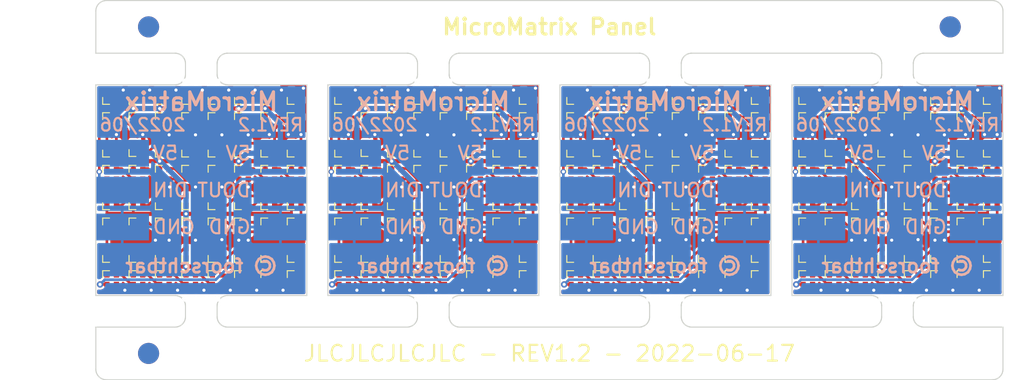
<source format=kicad_pcb>
(kicad_pcb (version 20211014) (generator pcbnew)
  (title_block (title "MicroMatrix") (date "2022-06-17") (rev "1.2") (company "© foorschtbar"))
  (layers (0 "F.Cu" signal) (31 "B.Cu" signal) (34 "B.Paste" user) (35 "F.Paste" user) (36 "B.SilkS" user "B.Silkscreen") (37 "F.SilkS" user "F.Silkscreen") (38 "B.Mask" user) (39 "F.Mask" user) (44 "Edge.Cuts" user))
  (net 0 "")
  (net 1 "Board_0-+5V")
  (net 2 "Board_0-DIN")
  (net 3 "Board_0-DOUT")
  (net 4 "Board_0-GND")
  (net 5 "Board_0-Net-(D1-Pad1)")
  (net 6 "Board_0-Net-(D10-Pad1)")
  (net 7 "Board_0-Net-(D10-Pad3)")
  (net 8 "Board_0-Net-(D11-Pad1)")
  (net 9 "Board_0-Net-(D12-Pad1)")
  (net 10 "Board_0-Net-(D13-Pad1)")
  (net 11 "Board_0-Net-(D14-Pad1)")
  (net 12 "Board_0-Net-(D15-Pad1)")
  (net 13 "Board_0-Net-(D16-Pad1)")
  (net 14 "Board_0-Net-(D17-Pad1)")
  (net 15 "Board_0-Net-(D18-Pad1)")
  (net 16 "Board_0-Net-(D19-Pad1)")
  (net 17 "Board_0-Net-(D2-Pad1)")
  (net 18 "Board_0-Net-(D20-Pad1)")
  (net 19 "Board_0-Net-(D21-Pad1)")
  (net 20 "Board_0-Net-(D22-Pad1)")
  (net 21 "Board_0-Net-(D23-Pad1)")
  (net 22 "Board_0-Net-(D24-Pad1)")
  (net 23 "Board_0-Net-(D25-Pad1)")
  (net 24 "Board_0-Net-(D26-Pad1)")
  (net 25 "Board_0-Net-(D27-Pad1)")
  (net 26 "Board_0-Net-(D28-Pad1)")
  (net 27 "Board_0-Net-(D29-Pad1)")
  (net 28 "Board_0-Net-(D3-Pad1)")
  (net 29 "Board_0-Net-(D30-Pad1)")
  (net 30 "Board_0-Net-(D31-Pad1)")
  (net 31 "Board_0-Net-(D32-Pad1)")
  (net 32 "Board_0-Net-(D33-Pad1)")
  (net 33 "Board_0-Net-(D34-Pad1)")
  (net 34 "Board_0-Net-(D35-Pad1)")
  (net 35 "Board_0-Net-(D36-Pad1)")
  (net 36 "Board_0-Net-(D37-Pad1)")
  (net 37 "Board_0-Net-(D38-Pad1)")
  (net 38 "Board_0-Net-(D39-Pad1)")
  (net 39 "Board_0-Net-(D4-Pad1)")
  (net 40 "Board_0-Net-(D40-Pad1)")
  (net 41 "Board_0-Net-(D41-Pad1)")
  (net 42 "Board_0-Net-(D42-Pad1)")
  (net 43 "Board_0-Net-(D43-Pad1)")
  (net 44 "Board_0-Net-(D44-Pad1)")
  (net 45 "Board_0-Net-(D45-Pad1)")
  (net 46 "Board_0-Net-(D46-Pad1)")
  (net 47 "Board_0-Net-(D47-Pad1)")
  (net 48 "Board_0-Net-(D48-Pad1)")
  (net 49 "Board_0-Net-(D49-Pad1)")
  (net 50 "Board_0-Net-(D5-Pad1)")
  (net 51 "Board_0-Net-(D50-Pad1)")
  (net 52 "Board_0-Net-(D51-Pad1)")
  (net 53 "Board_0-Net-(D52-Pad1)")
  (net 54 "Board_0-Net-(D53-Pad1)")
  (net 55 "Board_0-Net-(D54-Pad1)")
  (net 56 "Board_0-Net-(D55-Pad1)")
  (net 57 "Board_0-Net-(D56-Pad1)")
  (net 58 "Board_0-Net-(D57-Pad1)")
  (net 59 "Board_0-Net-(D58-Pad1)")
  (net 60 "Board_0-Net-(D59-Pad1)")
  (net 61 "Board_0-Net-(D6-Pad1)")
  (net 62 "Board_0-Net-(D60-Pad1)")
  (net 63 "Board_0-Net-(D61-Pad1)")
  (net 64 "Board_0-Net-(D62-Pad1)")
  (net 65 "Board_0-Net-(D63-Pad1)")
  (net 66 "Board_0-Net-(D7-Pad1)")
  (net 67 "Board_0-Net-(D8-Pad1)")
  (net 68 "Board_1-+5V")
  (net 69 "Board_1-DIN")
  (net 70 "Board_1-DOUT")
  (net 71 "Board_1-GND")
  (net 72 "Board_1-Net-(D1-Pad1)")
  (net 73 "Board_1-Net-(D10-Pad1)")
  (net 74 "Board_1-Net-(D10-Pad3)")
  (net 75 "Board_1-Net-(D11-Pad1)")
  (net 76 "Board_1-Net-(D12-Pad1)")
  (net 77 "Board_1-Net-(D13-Pad1)")
  (net 78 "Board_1-Net-(D14-Pad1)")
  (net 79 "Board_1-Net-(D15-Pad1)")
  (net 80 "Board_1-Net-(D16-Pad1)")
  (net 81 "Board_1-Net-(D17-Pad1)")
  (net 82 "Board_1-Net-(D18-Pad1)")
  (net 83 "Board_1-Net-(D19-Pad1)")
  (net 84 "Board_1-Net-(D2-Pad1)")
  (net 85 "Board_1-Net-(D20-Pad1)")
  (net 86 "Board_1-Net-(D21-Pad1)")
  (net 87 "Board_1-Net-(D22-Pad1)")
  (net 88 "Board_1-Net-(D23-Pad1)")
  (net 89 "Board_1-Net-(D24-Pad1)")
  (net 90 "Board_1-Net-(D25-Pad1)")
  (net 91 "Board_1-Net-(D26-Pad1)")
  (net 92 "Board_1-Net-(D27-Pad1)")
  (net 93 "Board_1-Net-(D28-Pad1)")
  (net 94 "Board_1-Net-(D29-Pad1)")
  (net 95 "Board_1-Net-(D3-Pad1)")
  (net 96 "Board_1-Net-(D30-Pad1)")
  (net 97 "Board_1-Net-(D31-Pad1)")
  (net 98 "Board_1-Net-(D32-Pad1)")
  (net 99 "Board_1-Net-(D33-Pad1)")
  (net 100 "Board_1-Net-(D34-Pad1)")
  (net 101 "Board_1-Net-(D35-Pad1)")
  (net 102 "Board_1-Net-(D36-Pad1)")
  (net 103 "Board_1-Net-(D37-Pad1)")
  (net 104 "Board_1-Net-(D38-Pad1)")
  (net 105 "Board_1-Net-(D39-Pad1)")
  (net 106 "Board_1-Net-(D4-Pad1)")
  (net 107 "Board_1-Net-(D40-Pad1)")
  (net 108 "Board_1-Net-(D41-Pad1)")
  (net 109 "Board_1-Net-(D42-Pad1)")
  (net 110 "Board_1-Net-(D43-Pad1)")
  (net 111 "Board_1-Net-(D44-Pad1)")
  (net 112 "Board_1-Net-(D45-Pad1)")
  (net 113 "Board_1-Net-(D46-Pad1)")
  (net 114 "Board_1-Net-(D47-Pad1)")
  (net 115 "Board_1-Net-(D48-Pad1)")
  (net 116 "Board_1-Net-(D49-Pad1)")
  (net 117 "Board_1-Net-(D5-Pad1)")
  (net 118 "Board_1-Net-(D50-Pad1)")
  (net 119 "Board_1-Net-(D51-Pad1)")
  (net 120 "Board_1-Net-(D52-Pad1)")
  (net 121 "Board_1-Net-(D53-Pad1)")
  (net 122 "Board_1-Net-(D54-Pad1)")
  (net 123 "Board_1-Net-(D55-Pad1)")
  (net 124 "Board_1-Net-(D56-Pad1)")
  (net 125 "Board_1-Net-(D57-Pad1)")
  (net 126 "Board_1-Net-(D58-Pad1)")
  (net 127 "Board_1-Net-(D59-Pad1)")
  (net 128 "Board_1-Net-(D6-Pad1)")
  (net 129 "Board_1-Net-(D60-Pad1)")
  (net 130 "Board_1-Net-(D61-Pad1)")
  (net 131 "Board_1-Net-(D62-Pad1)")
  (net 132 "Board_1-Net-(D63-Pad1)")
  (net 133 "Board_1-Net-(D7-Pad1)")
  (net 134 "Board_1-Net-(D8-Pad1)")
  (net 135 "Board_2-+5V")
  (net 136 "Board_2-DIN")
  (net 137 "Board_2-DOUT")
  (net 138 "Board_2-GND")
  (net 139 "Board_2-Net-(D1-Pad1)")
  (net 140 "Board_2-Net-(D10-Pad1)")
  (net 141 "Board_2-Net-(D10-Pad3)")
  (net 142 "Board_2-Net-(D11-Pad1)")
  (net 143 "Board_2-Net-(D12-Pad1)")
  (net 144 "Board_2-Net-(D13-Pad1)")
  (net 145 "Board_2-Net-(D14-Pad1)")
  (net 146 "Board_2-Net-(D15-Pad1)")
  (net 147 "Board_2-Net-(D16-Pad1)")
  (net 148 "Board_2-Net-(D17-Pad1)")
  (net 149 "Board_2-Net-(D18-Pad1)")
  (net 150 "Board_2-Net-(D19-Pad1)")
  (net 151 "Board_2-Net-(D2-Pad1)")
  (net 152 "Board_2-Net-(D20-Pad1)")
  (net 153 "Board_2-Net-(D21-Pad1)")
  (net 154 "Board_2-Net-(D22-Pad1)")
  (net 155 "Board_2-Net-(D23-Pad1)")
  (net 156 "Board_2-Net-(D24-Pad1)")
  (net 157 "Board_2-Net-(D25-Pad1)")
  (net 158 "Board_2-Net-(D26-Pad1)")
  (net 159 "Board_2-Net-(D27-Pad1)")
  (net 160 "Board_2-Net-(D28-Pad1)")
  (net 161 "Board_2-Net-(D29-Pad1)")
  (net 162 "Board_2-Net-(D3-Pad1)")
  (net 163 "Board_2-Net-(D30-Pad1)")
  (net 164 "Board_2-Net-(D31-Pad1)")
  (net 165 "Board_2-Net-(D32-Pad1)")
  (net 166 "Board_2-Net-(D33-Pad1)")
  (net 167 "Board_2-Net-(D34-Pad1)")
  (net 168 "Board_2-Net-(D35-Pad1)")
  (net 169 "Board_2-Net-(D36-Pad1)")
  (net 170 "Board_2-Net-(D37-Pad1)")
  (net 171 "Board_2-Net-(D38-Pad1)")
  (net 172 "Board_2-Net-(D39-Pad1)")
  (net 173 "Board_2-Net-(D4-Pad1)")
  (net 174 "Board_2-Net-(D40-Pad1)")
  (net 175 "Board_2-Net-(D41-Pad1)")
  (net 176 "Board_2-Net-(D42-Pad1)")
  (net 177 "Board_2-Net-(D43-Pad1)")
  (net 178 "Board_2-Net-(D44-Pad1)")
  (net 179 "Board_2-Net-(D45-Pad1)")
  (net 180 "Board_2-Net-(D46-Pad1)")
  (net 181 "Board_2-Net-(D47-Pad1)")
  (net 182 "Board_2-Net-(D48-Pad1)")
  (net 183 "Board_2-Net-(D49-Pad1)")
  (net 184 "Board_2-Net-(D5-Pad1)")
  (net 185 "Board_2-Net-(D50-Pad1)")
  (net 186 "Board_2-Net-(D51-Pad1)")
  (net 187 "Board_2-Net-(D52-Pad1)")
  (net 188 "Board_2-Net-(D53-Pad1)")
  (net 189 "Board_2-Net-(D54-Pad1)")
  (net 190 "Board_2-Net-(D55-Pad1)")
  (net 191 "Board_2-Net-(D56-Pad1)")
  (net 192 "Board_2-Net-(D57-Pad1)")
  (net 193 "Board_2-Net-(D58-Pad1)")
  (net 194 "Board_2-Net-(D59-Pad1)")
  (net 195 "Board_2-Net-(D6-Pad1)")
  (net 196 "Board_2-Net-(D60-Pad1)")
  (net 197 "Board_2-Net-(D61-Pad1)")
  (net 198 "Board_2-Net-(D62-Pad1)")
  (net 199 "Board_2-Net-(D63-Pad1)")
  (net 200 "Board_2-Net-(D7-Pad1)")
  (net 201 "Board_2-Net-(D8-Pad1)")
  (net 202 "Board_3-+5V")
  (net 203 "Board_3-DIN")
  (net 204 "Board_3-DOUT")
  (net 205 "Board_3-GND")
  (net 206 "Board_3-Net-(D1-Pad1)")
  (net 207 "Board_3-Net-(D10-Pad1)")
  (net 208 "Board_3-Net-(D10-Pad3)")
  (net 209 "Board_3-Net-(D11-Pad1)")
  (net 210 "Board_3-Net-(D12-Pad1)")
  (net 211 "Board_3-Net-(D13-Pad1)")
  (net 212 "Board_3-Net-(D14-Pad1)")
  (net 213 "Board_3-Net-(D15-Pad1)")
  (net 214 "Board_3-Net-(D16-Pad1)")
  (net 215 "Board_3-Net-(D17-Pad1)")
  (net 216 "Board_3-Net-(D18-Pad1)")
  (net 217 "Board_3-Net-(D19-Pad1)")
  (net 218 "Board_3-Net-(D2-Pad1)")
  (net 219 "Board_3-Net-(D20-Pad1)")
  (net 220 "Board_3-Net-(D21-Pad1)")
  (net 221 "Board_3-Net-(D22-Pad1)")
  (net 222 "Board_3-Net-(D23-Pad1)")
  (net 223 "Board_3-Net-(D24-Pad1)")
  (net 224 "Board_3-Net-(D25-Pad1)")
  (net 225 "Board_3-Net-(D26-Pad1)")
  (net 226 "Board_3-Net-(D27-Pad1)")
  (net 227 "Board_3-Net-(D28-Pad1)")
  (net 228 "Board_3-Net-(D29-Pad1)")
  (net 229 "Board_3-Net-(D3-Pad1)")
  (net 230 "Board_3-Net-(D30-Pad1)")
  (net 231 "Board_3-Net-(D31-Pad1)")
  (net 232 "Board_3-Net-(D32-Pad1)")
  (net 233 "Board_3-Net-(D33-Pad1)")
  (net 234 "Board_3-Net-(D34-Pad1)")
  (net 235 "Board_3-Net-(D35-Pad1)")
  (net 236 "Board_3-Net-(D36-Pad1)")
  (net 237 "Board_3-Net-(D37-Pad1)")
  (net 238 "Board_3-Net-(D38-Pad1)")
  (net 239 "Board_3-Net-(D39-Pad1)")
  (net 240 "Board_3-Net-(D4-Pad1)")
  (net 241 "Board_3-Net-(D40-Pad1)")
  (net 242 "Board_3-Net-(D41-Pad1)")
  (net 243 "Board_3-Net-(D42-Pad1)")
  (net 244 "Board_3-Net-(D43-Pad1)")
  (net 245 "Board_3-Net-(D44-Pad1)")
  (net 246 "Board_3-Net-(D45-Pad1)")
  (net 247 "Board_3-Net-(D46-Pad1)")
  (net 248 "Board_3-Net-(D47-Pad1)")
  (net 249 "Board_3-Net-(D48-Pad1)")
  (net 250 "Board_3-Net-(D49-Pad1)")
  (net 251 "Board_3-Net-(D5-Pad1)")
  (net 252 "Board_3-Net-(D50-Pad1)")
  (net 253 "Board_3-Net-(D51-Pad1)")
  (net 254 "Board_3-Net-(D52-Pad1)")
  (net 255 "Board_3-Net-(D53-Pad1)")
  (net 256 "Board_3-Net-(D54-Pad1)")
  (net 257 "Board_3-Net-(D55-Pad1)")
  (net 258 "Board_3-Net-(D56-Pad1)")
  (net 259 "Board_3-Net-(D57-Pad1)")
  (net 260 "Board_3-Net-(D58-Pad1)")
  (net 261 "Board_3-Net-(D59-Pad1)")
  (net 262 "Board_3-Net-(D6-Pad1)")
  (net 263 "Board_3-Net-(D60-Pad1)")
  (net 264 "Board_3-Net-(D61-Pad1)")
  (net 265 "Board_3-Net-(D62-Pad1)")
  (net 266 "Board_3-Net-(D63-Pad1)")
  (net 267 "Board_3-Net-(D7-Pad1)")
  (net 268 "Board_3-Net-(D8-Pad1)")
  (footprint "LED_SMD:LED_SK6812_EC15_1.5x1.5mm" (layer "F.Cu") (at 46 36.5 90)
    (fp_text reference "D45")
    (fp_text value "SK6805")
  )
  (footprint "LED_SMD:LED_SK6812_EC15_1.5x1.5mm" (layer "F.Cu") (at 63 26.5 90)
    (fp_text reference "D15")
    (fp_text value "SK6805")
  )
  (footprint "LED_SMD:LED_SK6812_EC15_1.5x1.5mm" (layer "F.Cu") (at 87.5 31.5 90)
    (fp_text reference "D30")
    (fp_text value "SK6805")
  )
  (footprint "LED_SMD:LED_SK6812_EC15_1.5x1.5mm" (layer "F.Cu") (at 78 36.5 90)
    (fp_text reference "D41")
    (fp_text value "SK6805")
  )
  (footprint "NPTH" (layer "F.Cu") (at 17.5 17.5)
    (fp_text reference "REF**" hide)
    (fp_text value "NPTH" hide)
  )
  (footprint "NPTH" (layer "F.Cu") (at 26.5 22.7)
    (fp_text reference "REF**" hide)
    (fp_text value "NPTH" hide)
  )
  (footprint "LED_SMD:LED_SK6812_EC15_1.5x1.5mm" (layer "F.Cu") (at 97.5 31.5 90)
    (fp_text reference "D26")
    (fp_text value "SK6805")
  )
  (footprint "LED_SMD:LED_SK6812_EC15_1.5x1.5mm" (layer "F.Cu") (at 53.5 39 180)
    (fp_text reference "D55")
    (fp_text value "SK6805")
  )
  (footprint "LED_SMD:LED_SK6812_EC15_1.5x1.5mm" (layer "F.Cu") (at 60.5 31.5 90)
    (fp_text reference "D32")
    (fp_text value "SK6805")
  )
  (footprint "LED_SMD:LED_SK6812_EC15_1.5x1.5mm" (layer "F.Cu") (at 29 31.5 90)
    (fp_text reference "D27")
    (fp_text value "SK6805")
  )
  (footprint "LED_SMD:LED_SK6812_EC15_1.5x1.5mm" (layer "F.Cu") (at 31.5 29 180)
    (fp_text reference "D23")
    (fp_text value "SK6805")
  )
  (footprint "LED_SMD:LED_SK6812_EC15_1.5x1.5mm" (layer "F.Cu") (at 70.5 29 180)
    (fp_text reference "D21")
    (fp_text value "SK6805")
  )
  (footprint "NPTH" (layer "F.Cu") (at 48.5 22.7)
    (fp_text reference "REF**" hide)
    (fp_text value "NPTH" hide)
  )
  (footprint "LED_SMD:LED_SK6812_EC15_1.5x1.5mm" (layer "F.Cu") (at 46 26.5 90)
    (fp_text reference "D13")
    (fp_text value "SK6805")
  )
  (footprint "" (layer "F.Cu") (at 39.5 33)
    (fp_text reference "")
    (fp_text value "")
  )
  (footprint "LED_SMD:LED_SK6812_EC15_1.5x1.5mm" (layer "F.Cu") (at 60.5 24 180)
    (fp_text reference "D1")
    (fp_text value "SK6805")
  )
  (footprint "NPTH" (layer "F.Cu") (at 89.5 43.3)
    (fp_text reference "REF**" hide)
    (fp_text value "NPTH" hide)
  )
  (footprint "NPTH" (layer "F.Cu") (at 92.5 43.3)
    (fp_text reference "REF**" hide)
    (fp_text value "NPTH" hide)
  )
  (footprint "NPTH" (layer "F.Cu") (at 90.5 22.7)
    (fp_text reference "REF**" hide)
    (fp_text value "NPTH" hide)
  )
  (footprint "" (layer "F.Cu") (at 54.5 36.5)
    (fp_text reference "")
    (fp_text value "")
  )
  (footprint "LED_SMD:LED_SK6812_EC15_1.5x1.5mm" (layer "F.Cu") (at 73 39 180)
    (fp_text reference "D54")
    (fp_text value "SK6805")
  )
  (footprint "LED_SMD:LED_SK6812_EC15_1.5x1.5mm" (layer "F.Cu") (at 87.5 26.5 90)
    (fp_text reference "D14")
    (fp_text value "SK6805")
  )
  (footprint "LED_SMD:LED_SK6812_EC15_1.5x1.5mm" (layer "F.Cu") (at 29 26.5 90)
    (fp_text reference "D11")
    (fp_text value "SK6805")
  )
  (footprint "LED_SMD:LED_SK6812_EC15_1.5x1.5mm" (layer "F.Cu") (at 92.5 41.5 90)
    (fp_text reference "D60")
    (fp_text value "SK6805")
  )
  (footprint "LED_SMD:LED_SK6812_EC15_1.5x1.5mm" (layer "F.Cu") (at 60.5 26.5 90)
    (fp_text reference "D16")
    (fp_text value "SK6805")
  )
  (footprint "LED_SMD:LED_SK6812_EC15_1.5x1.5mm" (layer "F.Cu") (at 95 39 180)
    (fp_text reference "D54")
    (fp_text value "SK6805")
  )
  (footprint "NPTH" (layer "F.Cu") (at 92.5 22.7)
    (fp_text reference "REF**" hide)
    (fp_text value "NPTH" hide)
  )
  (footprint "LED_SMD:LED_SK6812_EC15_1.5x1.5mm" (layer "F.Cu") (at 78 34 180)
    (fp_text reference "D40")
    (fp_text value "SK6805")
  )
  (footprint "LED_SMD:LED_SK6812_EC15_1.5x1.5mm" (layer "F.Cu") (at 51 39 180)
    (fp_text reference "D54")
    (fp_text value "SK6805")
  )
  (footprint "NPTH" (layer "F.Cu") (at 69.5 22.7)
    (fp_text reference "REF**" hide)
    (fp_text value "NPTH" hide)
  )
  (footprint "LED_SMD:LED_SK6812_EC15_1.5x1.5mm" (layer "F.Cu") (at 75.5 34 180)
    (fp_text reference "D39")
    (fp_text value "SK6805")
  )
  (footprint "LED_SMD:LED_SK6812_EC15_1.5x1.5mm" (layer "F.Cu") (at 38.5 39 180)
    (fp_text reference "D49")
    (fp_text value "SK6805")
  )
  (footprint "LED_SMD:LED_SK6812_EC15_1.5x1.5mm" (layer "F.Cu") (at 75.5 36.5 90)
    (fp_text reference "D42")
    (fp_text value "SK6805")
  )
  (footprint "LED_SMD:LED_SK6812_EC15_1.5x1.5mm" (layer "F.Cu") (at 19 26.5 90)
    (fp_text reference "D15")
    (fp_text value "SK6805")
  )
  (footprint "NPTH" (layer "F.Cu") (at 46.5 43.3)
    (fp_text reference "REF**" hide)
    (fp_text value "NPTH" hide)
  )
  (footprint "LED_SMD:LED_SK6812_EC15_1.5x1.5mm" (layer "F.Cu") (at 53.5 29 180)
    (fp_text reference "D23")
    (fp_text value "SK6805")
  )
  (footprint "LED_SMD:LED_SK6812_EC15_1.5x1.5mm" (layer "F.Cu") (at 41 41.5 90)
    (fp_text reference "D63")
    (fp_text value "SK6805")
  )
  (footprint "LED_SMD:LED_SK6812_EC15_1.5x1.5mm" (layer "F.Cu") (at 38.5 34 180)
    (fp_text reference "D33")
    (fp_text value "SK6805")
  )
  (footprint "" (layer "F.Cu") (at 32.5 29.5)
    (fp_text reference "")
    (fp_text value "")
  )
  (footprint "LED_SMD:LED_SK6812_EC15_1.5x1.5mm" (layer "F.Cu") (at 38.5 31.5 90)
    (fp_text reference "D32")
    (fp_text value "SK6805")
  )
  (footprint "LED_SMD:LED_SK6812_EC15_1.5x1.5mm" (layer "F.Cu") (at 87.5 29 180)
    (fp_text reference "D19")
    (fp_text value "SK6805")
  )
  (footprint "LED_SMD:LED_SK6812_EC15_1.5x1.5mm" (layer "F.Cu") (at 70.5 41.5 90)
    (fp_text reference "D60")
    (fp_text value "SK6805")
  )
  (footprint "LED_SMD:LED_SK6812_EC15_1.5x1.5mm" (layer "F.Cu") (at 68 34 180)
    (fp_text reference "D36")
    (fp_text value "SK6805")
  )
  (footprint "LED_SMD:LED_SK6812_EC15_1.5x1.5mm" (layer "F.Cu") (at 16.5 41.5 90)
    (fp_text reference "D64")
    (fp_text value "SK6805")
  )
  (footprint "NPTH" (layer "F.Cu") (at 67.5 22.7)
    (fp_text reference "REF**" hide)
    (fp_text value "NPTH" hide)
  )
  (footprint "LED_SMD:LED_SK6812_EC15_1.5x1.5mm" (layer "F.Cu") (at 63 39 180)
    (fp_text reference "D50")
    (fp_text value "SK6805")
  )
  (footprint "LED_SMD:LED_SK6812_EC15_1.5x1.5mm" (layer "F.Cu") (at 41 28.95 180)
    (fp_text reference "D18")
    (fp_text value "SK6805")
  )
  (footprint "LED_SMD:LED_SK6812_EC15_1.5x1.5mm" (layer "F.Cu") (at 70.5 26.5 90)
    (fp_text reference "D12")
    (fp_text value "SK6805")
  )
  (footprint "LED_SMD:LED_SK6812_EC15_1.5x1.5mm" (layer "F.Cu") (at 73 34 180)
    (fp_text reference "D38")
    (fp_text value "SK6805")
  )
  (footprint "LED_SMD:LED_SK6812_EC15_1.5x1.5mm" (layer "F.Cu") (at 87.5 24 180)
    (fp_text reference "D3")
    (fp_text value "SK6805")
  )
  (footprint "NPTH" (layer "F.Cu") (at 67.5 43.3)
    (fp_text reference "REF**" hide)
    (fp_text value "NPTH" hide)
  )
  (footprint "LED_SMD:LED_SK6812_EC15_1.5x1.5mm" (layer "F.Cu") (at 34 29 180)
    (fp_text reference "D24")
    (fp_text value "SK6805")
  )
  (footprint "LED_SMD:LED_SK6812_EC15_1.5x1.5mm" (layer "F.Cu") (at 92.5 31.5 90)
    (fp_text reference "D28")
    (fp_text value "SK6805")
  )
  (footprint "LED_SMD:LED_SK6812_EC15_1.5x1.5mm" (layer "F.Cu") (at 85 26.5 90)
    (fp_text reference "D15")
    (fp_text value "SK6805")
  )
  (footprint "LED_SMD:LED_SK6812_EC15_1.5x1.5mm" (layer "F.Cu") (at 82.5 26.5 90)
    (fp_text reference "D16")
    (fp_text value "SK6805")
  )
  (footprint "LED_SMD:LED_SK6812_EC15_1.5x1.5mm" (layer "F.Cu") (at 21.5 39 180)
    (fp_text reference "D51")
    (fp_text value "SK6805")
  )
  (footprint "LED_SMD:LED_SK6812_EC15_1.5x1.5mm" (layer "F.Cu") (at 43.5 41.5 90)
    (fp_text reference "D62")
    (fp_text value "SK6805")
  )
  (footprint "NPTH" (layer "F.Cu") (at 47.5 22.7)
    (fp_text reference "REF**" hide)
    (fp_text value "NPTH" hide)
  )
  (footprint "LED_SMD:LED_SK6812_EC15_1.5x1.5mm" (layer "F.Cu") (at 16.5 36.5 90)
    (fp_text reference "D48")
    (fp_text value "SK6805")
  )
  (footprint "LED_SMD:LED_SK6812_EC15_1.5x1.5mm" (layer "F.Cu") (at 16.5 24 180)
    (fp_text reference "D1")
    (fp_text value "SK6805")
  )
  (footprint "LED_SMD:LED_SK6812_EC15_1.5x1.5mm" (layer "F.Cu") (at 95 29 180)
    (fp_text reference "D22")
    (fp_text value "SK6805")
  )
  (footprint "LED_SMD:LED_SK6812_EC15_1.5x1.5mm" (layer "F.Cu") (at 100 36.5 90)
    (fp_text reference "D41")
    (fp_text value "SK6805")
  )
  (footprint "LED_SMD:LED_SK6812_EC15_1.5x1.5mm" (layer "F.Cu") (at 34 34 180)
    (fp_text reference "D40")
    (fp_text value "SK6805")
  )
  (footprint "LED_SMD:LED_SK6812_EC15_1.5x1.5mm" (layer "F.Cu") (at 65.5 31.5 90)
    (fp_text reference "D30")
    (fp_text value "SK6805")
  )
  (footprint "LED_SMD:LED_SK6812_EC15_1.5x1.5mm" (layer "F.Cu") (at 48.5 29 180)
    (fp_text reference "D21")
    (fp_text value "SK6805")
  )
  (footprint "LED_SMD:LED_SK6812_EC15_1.5x1.5mm" (layer "F.Cu") (at 26.5 36.5 90)
    (fp_text reference "D44")
    (fp_text value "SK6805")
  )
  (footprint "LED_SMD:LED_SK6812_EC15_1.5x1.5mm" (layer "F.Cu") (at 73 36.5 90)
    (fp_text reference "D43")
    (fp_text value "SK6805")
  )
  (footprint "LED_SMD:LED_SK6812_EC15_1.5x1.5mm" (layer "F.Cu") (at 48.5 39 180)
    (fp_text reference "D53")
    (fp_text value "SK6805")
  )
  (footprint "LED_SMD:LED_SK6812_EC15_1.5x1.5mm" (layer "F.Cu") (at 43.5 29 180)
    (fp_text reference "D19")
    (fp_text value "SK6805")
  )
  (footprint "LED_SMD:LED_SK6812_EC15_1.5x1.5mm" (layer "F.Cu") (at 60.5 41.5 90)
    (fp_text reference "D64")
    (fp_text value "SK6805")
  )
  (footprint "LED_SMD:LED_SK6812_EC15_1.5x1.5mm" (layer "F.Cu") (at 46 41.5 90)
    (fp_text reference "D61")
    (fp_text value "SK6805")
  )
  (footprint "LED_SMD:LED_SK6812_EC15_1.5x1.5mm" (layer "F.Cu") (at 68 24 180)
    (fp_text reference "D4")
    (fp_text value "SK6805")
  )
  (footprint "LED_SMD:LED_SK6812_EC15_1.5x1.5mm" (layer "F.Cu") (at 19 39 180)
    (fp_text reference "D50")
    (fp_text value "SK6805")
  )
  (footprint "LED_SMD:LED_SK6812_EC15_1.5x1.5mm" (layer "F.Cu") (at 82.5 24 180)
    (fp_text reference "D1")
    (fp_text value "SK6805")
  )
  (footprint "LED_SMD:LED_SK6812_EC15_1.5x1.5mm" (layer "F.Cu") (at 92.5 26.5 90)
    (fp_text reference "D12")
    (fp_text value "SK6805")
  )
  (footprint "NPTH" (layer "F.Cu") (at 24.5 22.7)
    (fp_text reference "REF**" hide)
    (fp_text value "NPTH" hide)
  )
  (footprint "LED_SMD:LED_SK6812_EC15_1.5x1.5mm" (layer "F.Cu") (at 21.5 31.5 90)
    (fp_text reference "D30")
    (fp_text value "SK6805")
  )
  (footprint "LED_SMD:LED_SK6812_EC15_1.5x1.5mm" (layer "F.Cu") (at 82.5 34 180)
    (fp_text reference "D33")
    (fp_text value "SK6805")
  )
  (footprint "LED_SMD:LED_SK6812_EC15_1.5x1.5mm" (layer "F.Cu") (at 24 26.5 90)
    (fp_text reference "D13")
    (fp_text value "SK6805")
  )
  (footprint "LED_SMD:LED_SK6812_EC15_1.5x1.5mm" (layer "F.Cu") (at 97.5 36.5 90)
    (fp_text reference "D42")
    (fp_text value "SK6805")
  )
  (footprint "LED_SMD:LED_SK6812_EC15_1.5x1.5mm" (layer "F.Cu") (at 31.5 36.5 90)
    (fp_text reference "D42")
    (fp_text value "SK6805")
  )
  (footprint "LED_SMD:LED_SK6812_EC15_1.5x1.5mm" (layer "F.Cu") (at 92.5 36.5 90)
    (fp_text reference "D44")
    (fp_text value "SK6805")
  )
  (footprint "LED_SMD:LED_SK6812_EC15_1.5x1.5mm" (layer "F.Cu") (at 46 31.5 90)
    (fp_text reference "D29")
    (fp_text value "SK6805")
  )
  (footprint "LED_SMD:LED_SK6812_EC15_1.5x1.5mm" (layer "F.Cu") (at 34 41.5 90)
    (fp_text reference "D57")
    (fp_text value "SK6805")
  )
  (footprint "Fiducial" (layer "F.Cu") (at 20 17.5)
    (fp_text reference "REF**" hide)
    (fp_text value "Fiducial" hide)
  )
  (footprint "LED_SMD:LED_SK6812_EC15_1.5x1.5mm" (layer "F.Cu") (at 48.5 41.5 90)
    (fp_text reference "D60")
    (fp_text value "SK6805")
  )
  (footprint "LED_SMD:LED_SK6812_EC15_1.5x1.5mm" (layer "F.Cu") (at 16.5 39 180)
    (fp_text reference "D49")
    (fp_text value "SK6805")
  )
  (footprint "LED_SMD:LED_SK6812_EC15_1.5x1.5mm" (layer "F.Cu") (at 56 31.5 90)
    (fp_text reference "D25")
    (fp_text value "SK6805")
  )
  (footprint "LED_SMD:LED_SK6812_EC15_1.5x1.5mm" (layer "F.Cu") (at 78 41.5 90)
    (fp_text reference "D57")
    (fp_text value "SK6805")
  )
  (footprint "NPTH" (layer "F.Cu") (at 45.5 22.7)
    (fp_text reference "REF**" hide)
    (fp_text value "NPTH" hide)
  )
  (footprint "LED_SMD:LED_SK6812_EC15_1.5x1.5mm" (layer "F.Cu") (at 63 31.5 90)
    (fp_text reference "D31")
    (fp_text value "SK6805")
  )
  (footprint "LED_SMD:LED_SK6812_EC15_1.5x1.5mm" (layer "F.Cu") (at 70.5 39 180)
    (fp_text reference "D53")
    (fp_text value "SK6805")
  )
  (footprint "LED_SMD:LED_SK6812_EC15_1.5x1.5mm" (layer "F.Cu") (at 82.5 39 180)
    (fp_text reference "D49")
    (fp_text value "SK6805")
  )
  (footprint "LED_SMD:LED_SK6812_EC15_1.5x1.5mm" (layer "F.Cu") (at 34 24 180)
    (fp_text reference "D8")
    (fp_text value "SK6805")
  )
  (footprint "LED_SMD:LED_SK6812_EC15_1.5x1.5mm" (layer "F.Cu") (at 51 41.5 90)
    (fp_text reference "D59")
    (fp_text value "SK6805")
  )
  (footprint "LED_SMD:LED_SK6812_EC15_1.5x1.5mm" (layer "F.Cu") (at 60.5 39 180)
    (fp_text reference "D49")
    (fp_text value "SK6805")
  )
  (footprint "LED_SMD:LED_SK6812_EC15_1.5x1.5mm" (layer "F.Cu") (at 95 24 180)
    (fp_text reference "D6")
    (fp_text value "SK6805")
  )
  (footprint "" (layer "F.Cu") (at 61.5 28.23)
    (fp_text reference "")
    (fp_text value "")
  )
  (footprint "" (layer "F.Cu") (at 76.5 29.5)
    (fp_text reference "")
    (fp_text value "")
  )
  (footprint "LED_SMD:LED_SK6812_EC15_1.5x1.5mm" (layer "F.Cu") (at 34 26.5 90)
    (fp_text reference "D9")
    (fp_text value "SK6805")
  )
  (footprint "NPTH" (layer "F.Cu") (at 90.5 43.3)
    (fp_text reference "REF**" hide)
    (fp_text value "NPTH" hide)
  )
  (footprint "LED_SMD:LED_SK6812_EC15_1.5x1.5mm" (layer "F.Cu") (at 63 28.95 180)
    (fp_text reference "D18")
    (fp_text value "SK6805")
  )
  (footprint "LED_SMD:LED_SK6812_EC15_1.5x1.5mm" (layer "F.Cu") (at 56 29 180)
    (fp_text reference "D24")
    (fp_text value "SK6805")
  )
  (footprint "LED_SMD:LED_SK6812_EC15_1.5x1.5mm" (layer "F.Cu") (at 29 29 180)
    (fp_text reference "D22")
    (fp_text value "SK6805")
  )
  (footprint "LED_SMD:LED_SK6812_EC15_1.5x1.5mm" (layer "F.Cu") (at 90 24 180)
    (fp_text reference "D4")
    (fp_text value "SK6805")
  )
  (footprint "LED_SMD:LED_SK6812_EC15_1.5x1.5mm" (layer "F.Cu") (at 43.5 24 180)
    (fp_text reference "D3")
    (fp_text value "SK6805")
  )
  (footprint "LED_SMD:LED_SK6812_EC15_1.5x1.5mm" (layer "F.Cu") (at 100 26.5 90)
    (fp_text reference "D9")
    (fp_text value "SK6805")
  )
  (footprint "LED_SMD:LED_SK6812_EC15_1.5x1.5mm" (layer "F.Cu") (at 73 31.5 90)
    (fp_text reference "D27")
    (fp_text value "SK6805")
  )
  (footprint "LED_SMD:LED_SK6812_EC15_1.5x1.5mm" (layer "F.Cu") (at 100 41.5 90)
    (fp_text reference "D57")
    (fp_text value "SK6805")
  )
  (footprint "NPTH" (layer "F.Cu") (at 48.5 43.3)
    (fp_text reference "REF**" hide)
    (fp_text value "NPTH" hide)
  )
  (footprint "" (layer "F.Cu") (at 39.5 28.23)
    (fp_text reference "")
    (fp_text value "")
  )
  (footprint "LED_SMD:LED_SK6812_EC15_1.5x1.5mm" (layer "F.Cu") (at 85 31.5 90)
    (fp_text reference "D31")
    (fp_text value "SK6805")
  )
  (footprint "LED_SMD:LED_SK6812_EC15_1.5x1.5mm" (layer "F.Cu") (at 60.5 29 180)
    (fp_text reference "D17")
    (fp_text value "SK6805")
  )
  (footprint "LED_SMD:LED_SK6812_EC15_1.5x1.5mm" (layer "F.Cu") (at 78 31.5 90)
    (fp_text reference "D25")
    (fp_text value "SK6805")
  )
  (footprint "NPTH" (layer "F.Cu") (at 70.5 22.7)
    (fp_text reference "REF**" hide)
    (fp_text value "NPTH" hide)
  )
  (footprint "LED_SMD:LED_SK6812_EC15_1.5x1.5mm" (layer "F.Cu") (at 31.5 34 180)
    (fp_text reference "D39")
    (fp_text value "SK6805")
  )
  (footprint "LED_SMD:LED_SK6812_EC15_1.5x1.5mm" (layer "F.Cu") (at 24 39 180)
    (fp_text reference "D52")
    (fp_text value "SK6805")
  )
  (footprint "LED_SMD:LED_SK6812_EC15_1.5x1.5mm" (layer "F.Cu") (at 95 34 180)
    (fp_text reference "D38")
    (fp_text value "SK6805")
  )
  (footprint "" (layer "F.Cu") (at 76.5 33)
    (fp_text reference "")
    (fp_text value "")
  )
  (footprint "LED_SMD:LED_SK6812_EC15_1.5x1.5mm" (layer "F.Cu") (at 51 31.5 90)
    (fp_text reference "D27")
    (fp_text value "SK6805")
  )
  (footprint "LED_SMD:LED_SK6812_EC15_1.5x1.5mm" (layer "F.Cu") (at 24 29 180)
    (fp_text reference "D20")
    (fp_text value "SK6805")
  )
  (footprint "NPTH" (layer "F.Cu") (at 69.5 43.3)
    (fp_text reference "REF**" hide)
    (fp_text value "NPTH" hide)
  )
  (footprint "LED_SMD:LED_SK6812_EC15_1.5x1.5mm" (layer "F.Cu") (at 16.5 34 180)
    (fp_text reference "D33")
    (fp_text value "SK6805")
  )
  (footprint "LED_SMD:LED_SK6812_EC15_1.5x1.5mm" (layer "F.Cu") (at 100 24 180)
    (fp_text reference "D8")
    (fp_text value "SK6805")
  )
  (footprint "LED_SMD:LED_SK6812_EC15_1.5x1.5mm" (layer "F.Cu") (at 34 39 180)
    (fp_text reference "D56")
    (fp_text value "SK6805")
  )
  (footprint "LED_SMD:LED_SK6812_EC15_1.5x1.5mm" (layer "F.Cu") (at 85 34 180)
    (fp_text reference "D34")
    (fp_text value "SK6805")
  )
  (footprint "LED_SMD:LED_SK6812_EC15_1.5x1.5mm" (layer "F.Cu") (at 56 36.5 90)
    (fp_text reference "D41")
    (fp_text value "SK6805")
  )
  (footprint "LED_SMD:LED_SK6812_EC15_1.5x1.5mm" (layer "F.Cu") (at 38.5 36.5 90)
    (fp_text reference "D48")
    (fp_text value "SK6805")
  )
  (footprint "LED_SMD:LED_SK6812_EC15_1.5x1.5mm" (layer "F.Cu") (at 65.5 29 180)
    (fp_text reference "D19")
    (fp_text value "SK6805")
  )
  (footprint "Fiducial" (layer "F.Cu") (at 96 17.5)
    (fp_text reference "REF**" hide)
    (fp_text value "Fiducial" hide)
  )
  (footprint "LED_SMD:LED_SK6812_EC15_1.5x1.5mm" (layer "F.Cu") (at 73 26.5 90)
    (fp_text reference "D11")
    (fp_text value "SK6805")
  )
  (footprint "LED_SMD:LED_SK6812_EC15_1.5x1.5mm" (layer "F.Cu") (at 24 41.5 90)
    (fp_text reference "D61")
    (fp_text value "SK6805")
  )
  (footprint "LED_SMD:LED_SK6812_EC15_1.5x1.5mm" (layer "F.Cu") (at 46 29 180)
    (fp_text reference "D20")
    (fp_text value "SK6805")
  )
  (footprint "LED_SMD:LED_SK6812_EC15_1.5x1.5mm" (layer "F.Cu") (at 63 24 180)
    (fp_text reference "D2")
    (fp_text value "SK6805")
  )
  (footprint "LED_SMD:LED_SK6812_EC15_1.5x1.5mm" (layer "F.Cu") (at 29 36.5 90)
    (fp_text reference "D43")
    (fp_text value "SK6805")
  )
  (footprint "LED_SMD:LED_SK6812_EC15_1.5x1.5mm" (layer "F.Cu") (at 68 41.5 90)
    (fp_text reference "D61")
    (fp_text value "SK6805")
  )
  (footprint "LED_SMD:LED_SK6812_EC15_1.5x1.5mm" (layer "F.Cu") (at 65.5 41.5 90)
    (fp_text reference "D62")
    (fp_text value "SK6805")
  )
  (footprint "LED_SMD:LED_SK6812_EC15_1.5x1.5mm" (layer "F.Cu") (at 19 34 180)
    (fp_text reference "D34")
    (fp_text value "SK6805")
  )
  (footprint "LED_SMD:LED_SK6812_EC15_1.5x1.5mm" (layer "F.Cu") (at 90 31.5 90)
    (fp_text reference "D29")
    (fp_text value "SK6805")
  )
  (footprint "LED_SMD:LED_SK6812_EC15_1.5x1.5mm" (layer "F.Cu") (at 46 39 180)
    (fp_text reference "D52")
    (fp_text value "SK6805")
  )
  (footprint "LED_SMD:LED_SK6812_EC15_1.5x1.5mm" (layer "F.Cu") (at 51 24 180)
    (fp_text reference "D6")
    (fp_text value "SK6805")
  )
  (footprint "" (layer "F.Cu") (at 83.5 28.23)
    (fp_text reference "")
    (fp_text value "")
  )
  (footprint "LED_SMD:LED_SK6812_EC15_1.5x1.5mm" (layer "F.Cu") (at 60.5 34 180)
    (fp_text reference "D33")
    (fp_text value "SK6805")
  )
  (footprint "LED_SMD:LED_SK6812_EC15_1.5x1.5mm" (layer "F.Cu") (at 70.5 31.5 90)
    (fp_text reference "D28")
    (fp_text value "SK6805")
  )
  (footprint "LED_SMD:LED_SK6812_EC15_1.5x1.5mm" (layer "F.Cu") (at 90 41.5 90)
    (fp_text reference "D61")
    (fp_text value "SK6805")
  )
  (footprint "LED_SMD:LED_SK6812_EC15_1.5x1.5mm" (layer "F.Cu") (at 38.5 26.5 90)
    (fp_text reference "D16")
    (fp_text value "SK6805")
  )
  (footprint "NPTH" (layer "F.Cu") (at 98.5 17.5)
    (fp_text reference "REF**" hide)
    (fp_text value "NPTH" hide)
  )
  (footprint "NPTH" (layer "F.Cu") (at 47.5 43.3)
    (fp_text reference "REF**" hide)
    (fp_text value "NPTH" hide)
  )
  (footprint "LED_SMD:LED_SK6812_EC15_1.5x1.5mm" (layer "F.Cu") (at 68 26.5 90)
    (fp_text reference "D13")
    (fp_text value "SK6805")
  )
  (footprint "LED_SMD:LED_SK6812_EC15_1.5x1.5mm" (layer "F.Cu") (at 48.5 26.5 90)
    (fp_text reference "D12")
    (fp_text value "SK6805")
  )
  (footprint "LED_SMD:LED_SK6812_EC15_1.5x1.5mm" (layer "F.Cu") (at 75.5 31.5 90)
    (fp_text reference "D26")
    (fp_text value "SK6805")
  )
  (footprint "NPTH" (layer "F.Cu") (at 23.5 43.3)
    (fp_text reference "REF**" hide)
    (fp_text value "NPTH" hide)
  )
  (footprint "LED_SMD:LED_SK6812_EC15_1.5x1.5mm" (layer "F.Cu") (at 70.5 24 180)
    (fp_text reference "D5")
    (fp_text value "SK6805")
  )
  (footprint "LED_SMD:LED_SK6812_EC15_1.5x1.5mm" (layer "F.Cu") (at 53.5 26.5 90)
    (fp_text reference "D10")
    (fp_text value "SK6805")
  )
  (footprint "LED_SMD:LED_SK6812_EC15_1.5x1.5mm" (layer "F.Cu") (at 26.5 39 180)
    (fp_text reference "D53")
    (fp_text value "SK6805")
  )
  (footprint "LED_SMD:LED_SK6812_EC15_1.5x1.5mm" (layer "F.Cu") (at 92.5 29 180)
    (fp_text reference "D21")
    (fp_text value "SK6805")
  )
  (footprint "LED_SMD:LED_SK6812_EC15_1.5x1.5mm" (layer "F.Cu") (at 82.5 41.5 90)
    (fp_text reference "D64")
    (fp_text value "SK6805")
  )
  (footprint "LED_SMD:LED_SK6812_EC15_1.5x1.5mm" (layer "F.Cu") (at 63 34 180)
    (fp_text reference "D34")
    (fp_text value "SK6805")
  )
  (footprint "" (layer "F.Cu") (at 32.5 36.5)
    (fp_text reference "")
    (fp_text value "")
  )
  (footprint "" (layer "F.Cu") (at 17.5 33)
    (fp_text reference "")
    (fp_text value "")
  )
  (footprint "LED_SMD:LED_SK6812_EC15_1.5x1.5mm" (layer "F.Cu") (at 85 41.5 90)
    (fp_text reference "D63")
    (fp_text value "SK6805")
  )
  (footprint "NPTH" (layer "F.Cu") (at 25.5 43.3)
    (fp_text reference "REF**" hide)
    (fp_text value "NPTH" hide)
  )
  (footprint "LED_SMD:LED_SK6812_EC15_1.5x1.5mm" (layer "F.Cu") (at 24 24 180)
    (fp_text reference "D4")
    (fp_text value "SK6805")
  )
  (footprint "LED_SMD:LED_SK6812_EC15_1.5x1.5mm" (layer "F.Cu") (at 68 36.5 90)
    (fp_text reference "D45")
    (fp_text value "SK6805")
  )
  (footprint "LED_SMD:LED_SK6812_EC15_1.5x1.5mm" (layer "F.Cu") (at 70.5 34 180)
    (fp_text reference "D37")
    (fp_text value "SK6805")
  )
  (footprint "LED_SMD:LED_SK6812_EC15_1.5x1.5mm" (layer "F.Cu") (at 16.5 29 180)
    (fp_text reference "D17")
    (fp_text value "SK6805")
  )
  (footprint "" (layer "F.Cu") (at 83.5 33)
    (fp_text reference "")
    (fp_text value "")
  )
  (footprint "LED_SMD:LED_SK6812_EC15_1.5x1.5mm" (layer "F.Cu") (at 34 36.5 90)
    (fp_text reference "D41")
    (fp_text value "SK6805")
  )
  (footprint "LED_SMD:LED_SK6812_EC15_1.5x1.5mm" (layer "F.Cu") (at 92.5 34 180)
    (fp_text reference "D37")
    (fp_text value "SK6805")
  )
  (footprint "LED_SMD:LED_SK6812_EC15_1.5x1.5mm" (layer "F.Cu") (at 31.5 41.5 90)
    (fp_text reference "D58")
    (fp_text value "SK6805")
  )
  (footprint "LED_SMD:LED_SK6812_EC15_1.5x1.5mm" (layer "F.Cu") (at 65.5 39 180)
    (fp_text reference "D51")
    (fp_text value "SK6805")
  )
  (footprint "" (layer "F.Cu") (at 39.5 36.5)
    (fp_text reference "")
    (fp_text value "")
  )
  (footprint "LED_SMD:LED_SK6812_EC15_1.5x1.5mm" (layer "F.Cu") (at 95 36.5 90)
    (fp_text reference "D43")
    (fp_text value "SK6805")
  )
  (footprint "" (layer "F.Cu") (at 76.5 36.5)
    (fp_text reference "")
    (fp_text value "")
  )
  (footprint "LED_SMD:LED_SK6812_EC15_1.5x1.5mm" (layer "F.Cu") (at 65.5 36.5 90)
    (fp_text reference "D46")
    (fp_text value "SK6805")
  )
  (footprint "LED_SMD:LED_SK6812_EC15_1.5x1.5mm" (layer "F.Cu") (at 100 39 180)
    (fp_text reference "D56")
    (fp_text value "SK6805")
  )
  (footprint "LED_SMD:LED_SK6812_EC15_1.5x1.5mm" (layer "F.Cu") (at 68 31.5 90)
    (fp_text reference "D29")
    (fp_text value "SK6805")
  )
  (footprint "LED_SMD:LED_SK6812_EC15_1.5x1.5mm" (layer "F.Cu") (at 85 39 180)
    (fp_text reference "D50")
    (fp_text value "SK6805")
  )
  (footprint "LED_SMD:LED_SK6812_EC15_1.5x1.5mm" (layer "F.Cu") (at 26.5 41.5 90)
    (fp_text reference "D60")
    (fp_text value "SK6805")
  )
  (footprint "LED_SMD:LED_SK6812_EC15_1.5x1.5mm" (layer "F.Cu") (at 97.5 29 180)
    (fp_text reference "D23")
    (fp_text value "SK6805")
  )
  (footprint "LED_SMD:LED_SK6812_EC15_1.5x1.5mm" (layer "F.Cu") (at 21.5 34 180)
    (fp_text reference "D35")
    (fp_text value "SK6805")
  )
  (footprint "LED_SMD:LED_SK6812_EC15_1.5x1.5mm" (layer "F.Cu") (at 78 24 180)
    (fp_text reference "D8")
    (fp_text value "SK6805")
  )
  (footprint "LED_SMD:LED_SK6812_EC15_1.5x1.5mm" (layer "F.Cu") (at 90 36.5 90)
    (fp_text reference "D45")
    (fp_text value "SK6805")
  )
  (footprint "LED_SMD:LED_SK6812_EC15_1.5x1.5mm" (layer "F.Cu") (at 31.5 31.5 90)
    (fp_text reference "D26")
    (fp_text value "SK6805")
  )
  (footprint "LED_SMD:LED_SK6812_EC15_1.5x1.5mm" (layer "F.Cu") (at 41 39 180)
    (fp_text reference "D50")
    (fp_text value "SK6805")
  )
  (footprint "LED_SMD:LED_SK6812_EC15_1.5x1.5mm" (layer "F.Cu") (at 63 41.5 90)
    (fp_text reference "D63")
    (fp_text value "SK6805")
  )
  (footprint "LED_SMD:LED_SK6812_EC15_1.5x1.5mm" (layer "F.Cu") (at 56 26.5 90)
    (fp_text reference "D9")
    (fp_text value "SK6805")
  )
  (footprint "LED_SMD:LED_SK6812_EC15_1.5x1.5mm" (layer "F.Cu") (at 100 34 180)
    (fp_text reference "D40")
    (fp_text value "SK6805")
  )
  (footprint "LED_SMD:LED_SK6812_EC15_1.5x1.5mm" (layer "F.Cu") (at 21.5 24 180)
    (fp_text reference "D3")
    (fp_text value "SK6805")
  )
  (footprint "LED_SMD:LED_SK6812_EC15_1.5x1.5mm" (layer "F.Cu") (at 46 34 180)
    (fp_text reference "D36")
    (fp_text value "SK6805")
  )
  (footprint "LED_SMD:LED_SK6812_EC15_1.5x1.5mm" (layer "F.Cu") (at 43.5 31.5 90)
    (fp_text reference "D30")
    (fp_text value "SK6805")
  )
  (footprint "LED_SMD:LED_SK6812_EC15_1.5x1.5mm" (layer "F.Cu") (at 87.5 41.5 90)
    (fp_text reference "D62")
    (fp_text value "SK6805")
  )
  (footprint "LED_SMD:LED_SK6812_EC15_1.5x1.5mm" (layer "F.Cu") (at 29 24 180)
    (fp_text reference "D6")
    (fp_text value "SK6805")
  )
  (footprint "" (layer "F.Cu") (at 17.5 28.23)
    (fp_text reference "")
    (fp_text value "")
  )
  (footprint "LED_SMD:LED_SK6812_EC15_1.5x1.5mm" (layer "F.Cu") (at 31.5 26.5 90)
    (fp_text reference "D10")
    (fp_text value "SK6805")
  )
  (footprint "LED_SMD:LED_SK6812_EC15_1.5x1.5mm" (layer "F.Cu") (at 51 29 180)
    (fp_text reference "D22")
    (fp_text value "SK6805")
  )
  (footprint "" (layer "F.Cu") (at 17.5 36.5)
    (fp_text reference "")
    (fp_text value "")
  )
  (footprint "LED_SMD:LED_SK6812_EC15_1.5x1.5mm" (layer "F.Cu") (at 70.5 36.5 90)
    (fp_text reference "D44")
    (fp_text value "SK6805")
  )
  (footprint "LED_SMD:LED_SK6812_EC15_1.5x1.5mm" (layer "F.Cu") (at 51 26.5 90)
    (fp_text reference "D11")
    (fp_text value "SK6805")
  )
  (footprint "LED_SMD:LED_SK6812_EC15_1.5x1.5mm" (layer "F.Cu") (at 43.5 26.5 90)
    (fp_text reference "D14")
    (fp_text value "SK6805")
  )
  (footprint "LED_SMD:LED_SK6812_EC15_1.5x1.5mm" (layer "F.Cu") (at 48.5 36.5 90)
    (fp_text reference "D44")
    (fp_text value "SK6805")
  )
  (footprint "LED_SMD:LED_SK6812_EC15_1.5x1.5mm" (layer "F.Cu") (at 24 31.5 90)
    (fp_text reference "D29")
    (fp_text value "SK6805")
  )
  (footprint "LED_SMD:LED_SK6812_EC15_1.5x1.5mm" (layer "F.Cu") (at 21.5 41.5 90)
    (fp_text reference "D62")
    (fp_text value "SK6805")
  )
  (footprint "LED_SMD:LED_SK6812_EC15_1.5x1.5mm" (layer "F.Cu") (at 26.5 34 180)
    (fp_text reference "D37")
    (fp_text value "SK6805")
  )
  (footprint "LED_SMD:LED_SK6812_EC15_1.5x1.5mm" (layer "F.Cu") (at 48.5 34 180)
    (fp_text reference "D37")
    (fp_text value "SK6805")
  )
  (footprint "NPTH" (layer "F.Cu") (at 89.5 22.7)
    (fp_text reference "REF**" hide)
    (fp_text value "NPTH" hide)
  )
  (footprint "NPTH" (layer "F.Cu") (at 68.5 43.3)
    (fp_text reference "REF**" hide)
    (fp_text value "NPTH" hide)
  )
  (footprint "" (layer "F.Cu") (at 98.5 36.5)
    (fp_text reference "")
    (fp_text value "")
  )
  (footprint "LED_SMD:LED_SK6812_EC15_1.5x1.5mm" (layer "F.Cu") (at 90 34 180)
    (fp_text reference "D36")
    (fp_text value "SK6805")
  )
  (footprint "LED_SMD:LED_SK6812_EC15_1.5x1.5mm" (layer "F.Cu") (at 97.5 39 180)
    (fp_text reference "D55")
    (fp_text value "SK6805")
  )
  (footprint "LED_SMD:LED_SK6812_EC15_1.5x1.5mm" (layer "F.Cu") (at 78 29 180)
    (fp_text reference "D24")
    (fp_text value "SK6805")
  )
  (footprint "LED_SMD:LED_SK6812_EC15_1.5x1.5mm" (layer "F.Cu") (at 78 26.5 90)
    (fp_text reference "D9")
    (fp_text value "SK6805")
  )
  (footprint "LED_SMD:LED_SK6812_EC15_1.5x1.5mm" (layer "F.Cu") (at 53.5 34 180)
    (fp_text reference "D39")
    (fp_text value "SK6805")
  )
  (footprint "NPTH" (layer "F.Cu") (at 24.5 43.3)
    (fp_text reference "REF**" hide)
    (fp_text value "NPTH" hide)
  )
  (footprint "LED_SMD:LED_SK6812_EC15_1.5x1.5mm" (layer "F.Cu") (at 43.5 36.5 90)
    (fp_text reference "D46")
    (fp_text value "SK6805")
  )
  (footprint "LED_SMD:LED_SK6812_EC15_1.5x1.5mm" (layer "F.Cu") (at 95 26.5 90)
    (fp_text reference "D11")
    (fp_text value "SK6805")
  )
  (footprint "LED_SMD:LED_SK6812_EC15_1.5x1.5mm" (layer "F.Cu") (at 95 31.5 90)
    (fp_text reference "D27")
    (fp_text value "SK6805")
  )
  (footprint "LED_SMD:LED_SK6812_EC15_1.5x1.5mm" (layer "F.Cu") (at 63 36.5 90)
    (fp_text reference "D47")
    (fp_text value "SK6805")
  )
  (footprint "LED_SMD:LED_SK6812_EC15_1.5x1.5mm" (layer "F.Cu") (at 73 29 180)
    (fp_text reference "D22")
    (fp_text value "SK6805")
  )
  (footprint "LED_SMD:LED_SK6812_EC15_1.5x1.5mm" (layer "F.Cu") (at 56 24 180)
    (fp_text reference "D8")
    (fp_text value "SK6805")
  )
  (footprint "LED_SMD:LED_SK6812_EC15_1.5x1.5mm" (layer "F.Cu") (at 53.5 31.5 90)
    (fp_text reference "D26")
    (fp_text value "SK6805")
  )
  (footprint "LED_SMD:LED_SK6812_EC15_1.5x1.5mm" (layer "F.Cu") (at 68 39 180)
    (fp_text reference "D52")
    (fp_text value "SK6805")
  )
  (footprint "LED_SMD:LED_SK6812_EC15_1.5x1.5mm" (layer "F.Cu") (at 43.5 34 180)
    (fp_text reference "D35")
    (fp_text value "SK6805")
  )
  (footprint "LED_SMD:LED_SK6812_EC15_1.5x1.5mm" (layer "F.Cu") (at 34 31.5 90)
    (fp_text reference "D25")
    (fp_text value "SK6805")
  )
  (footprint "LED_SMD:LED_SK6812_EC15_1.5x1.5mm" (layer "F.Cu") (at 75.5 39 180)
    (fp_text reference "D55")
    (fp_text value "SK6805")
  )
  (footprint "LED_SMD:LED_SK6812_EC15_1.5x1.5mm" (layer "F.Cu") (at 90 29 180)
    (fp_text reference "D20")
    (fp_text value "SK6805")
  )
  (footprint "LED_SMD:LED_SK6812_EC15_1.5x1.5mm" (layer "F.Cu") (at 78 39 180)
    (fp_text reference "D56")
    (fp_text value "SK6805")
  )
  (footprint "LED_SMD:LED_SK6812_EC15_1.5x1.5mm" (layer "F.Cu") (at 26.5 31.5 90)
    (fp_text reference "D28")
    (fp_text value "SK6805")
  )
  (footprint "LED_SMD:LED_SK6812_EC15_1.5x1.5mm" (layer "F.Cu") (at 29 34 180)
    (fp_text reference "D38")
    (fp_text value "SK6805")
  )
  (footprint "LED_SMD:LED_SK6812_EC15_1.5x1.5mm" (layer "F.Cu") (at 90 26.5 90)
    (fp_text reference "D13")
    (fp_text value "SK6805")
  )
  (footprint "LED_SMD:LED_SK6812_EC15_1.5x1.5mm" (layer "F.Cu") (at 65.5 26.5 90)
    (fp_text reference "D14")
    (fp_text value "SK6805")
  )
  (footprint "LED_SMD:LED_SK6812_EC15_1.5x1.5mm" (layer "F.Cu") (at 90 39 180)
    (fp_text reference "D52")
    (fp_text value "SK6805")
  )
  (footprint "LED_SMD:LED_SK6812_EC15_1.5x1.5mm" (layer "F.Cu") (at 38.5 29 180)
    (fp_text reference "D17")
    (fp_text value "SK6805")
  )
  (footprint "NPTH" (layer "F.Cu") (at 25.5 22.7)
    (fp_text reference "REF**" hide)
    (fp_text value "NPTH" hide)
  )
  (footprint "LED_SMD:LED_SK6812_EC15_1.5x1.5mm" (layer "F.Cu") (at 46 24 180)
    (fp_text reference "D4")
    (fp_text value "SK6805")
  )
  (footprint "NPTH" (layer "F.Cu") (at 46.5 22.7)
    (fp_text reference "REF**" hide)
    (fp_text value "NPTH" hide)
  )
  (footprint "LED_SMD:LED_SK6812_EC15_1.5x1.5mm" (layer "F.Cu") (at 100 29 180)
    (fp_text reference "D24")
    (fp_text value "SK6805")
  )
  (footprint "LED_SMD:LED_SK6812_EC15_1.5x1.5mm" (layer "F.Cu") (at 82.5 29 180)
    (fp_text reference "D17")
    (fp_text value "SK6805")
  )
  (footprint "NPTH" (layer "F.Cu") (at 91.5 22.7)
    (fp_text reference "REF**" hide)
    (fp_text value "NPTH" hide)
  )
  (footprint "LED_SMD:LED_SK6812_EC15_1.5x1.5mm" (layer "F.Cu") (at 16.5 31.5 90)
    (fp_text reference "D32")
    (fp_text value "SK6805")
  )
  (footprint "LED_SMD:LED_SK6812_EC15_1.5x1.5mm" (layer "F.Cu") (at 24 36.5 90)
    (fp_text reference "D45")
    (fp_text value "SK6805")
  )
  (footprint "LED_SMD:LED_SK6812_EC15_1.5x1.5mm" (layer "F.Cu") (at 41 26.5 90)
    (fp_text reference "D15")
    (fp_text value "SK6805")
  )
  (footprint "LED_SMD:LED_SK6812_EC15_1.5x1.5mm" (layer "F.Cu") (at 85 24 180)
    (fp_text reference "D2")
    (fp_text value "SK6805")
  )
  (footprint "LED_SMD:LED_SK6812_EC15_1.5x1.5mm" (layer "F.Cu") (at 48.5 31.5 90)
    (fp_text reference "D28")
    (fp_text value "SK6805")
  )
  (footprint "LED_SMD:LED_SK6812_EC15_1.5x1.5mm" (layer "F.Cu") (at 95 41.5 90)
    (fp_text reference "D59")
    (fp_text value "SK6805")
  )
  (footprint "LED_SMD:LED_SK6812_EC15_1.5x1.5mm" (layer "F.Cu") (at 26.5 29 180)
    (fp_text reference "D21")
    (fp_text value "SK6805")
  )
  (footprint "LED_SMD:LED_SK6812_EC15_1.5x1.5mm" (layer "F.Cu") (at 53.5 41.5 90)
    (fp_text reference "D58")
    (fp_text value "SK6805")
  )
  (footprint "LED_SMD:LED_SK6812_EC15_1.5x1.5mm" (layer "F.Cu") (at 26.5 26.5 90)
    (fp_text reference "D12")
    (fp_text value "SK6805")
  )
  (footprint "LED_SMD:LED_SK6812_EC15_1.5x1.5mm" (layer "F.Cu") (at 21.5 26.5 90)
    (fp_text reference "D14")
    (fp_text value "SK6805")
  )
  (footprint "LED_SMD:LED_SK6812_EC15_1.5x1.5mm" (layer "F.Cu") (at 41 24 180)
    (fp_text reference "D2")
    (fp_text value "SK6805")
  )
  (footprint "NPTH" (layer "F.Cu") (at 45.5 43.3)
    (fp_text reference "REF**" hide)
    (fp_text value "NPTH" hide)
  )
  (footprint "LED_SMD:LED_SK6812_EC15_1.5x1.5mm" (layer "F.Cu") (at 73 24 180)
    (fp_text reference "D6")
    (fp_text value "SK6805")
  )
  (footprint "LED_SMD:LED_SK6812_EC15_1.5x1.5mm" (layer "F.Cu") (at 87.5 39 180)
    (fp_text reference "D51")
    (fp_text value "SK6805")
  )
  (footprint "LED_SMD:LED_SK6812_EC15_1.5x1.5mm" (layer "F.Cu") (at 75.5 26.5 90)
    (fp_text reference "D10")
    (fp_text value "SK6805")
  )
  (footprint "LED_SMD:LED_SK6812_EC15_1.5x1.5mm" (layer "F.Cu") (at 75.5 29 180)
    (fp_text reference "D23")
    (fp_text value "SK6805")
  )
  (footprint "" (layer "F.Cu") (at 98.5 33)
    (fp_text reference "")
    (fp_text value "")
  )
  (footprint "LED_SMD:LED_SK6812_EC15_1.5x1.5mm" (layer "F.Cu") (at 97.5 41.5 90)
    (fp_text reference "D58")
    (fp_text value "SK6805")
  )
  (footprint "LED_SMD:LED_SK6812_EC15_1.5x1.5mm" (layer "F.Cu") (at 65.5 34 180)
    (fp_text reference "D35")
    (fp_text value "SK6805")
  )
  (footprint "LED_SMD:LED_SK6812_EC15_1.5x1.5mm" (layer "F.Cu") (at 19 36.5 90)
    (fp_text reference "D47")
    (fp_text value "SK6805")
  )
  (footprint "" (layer "F.Cu") (at 32.5 33)
    (fp_text reference "")
    (fp_text value "")
  )
  (footprint "LED_SMD:LED_SK6812_EC15_1.5x1.5mm" (layer "F.Cu") (at 31.5 24 180)
    (fp_text reference "D7")
    (fp_text value "SK6805")
  )
  (footprint "LED_SMD:LED_SK6812_EC15_1.5x1.5mm" (layer "F.Cu") (at 85 28.95 180)
    (fp_text reference "D18")
    (fp_text value "SK6805")
  )
  (footprint "LED_SMD:LED_SK6812_EC15_1.5x1.5mm" (layer "F.Cu") (at 24 34 180)
    (fp_text reference "D36")
    (fp_text value "SK6805")
  )
  (footprint "LED_SMD:LED_SK6812_EC15_1.5x1.5mm" (layer "F.Cu") (at 87.5 34 180)
    (fp_text reference "D35")
    (fp_text value "SK6805")
  )
  (footprint "" (layer "F.Cu") (at 61.5 36.5)
    (fp_text reference "")
    (fp_text value "")
  )
  (footprint "LED_SMD:LED_SK6812_EC15_1.5x1.5mm" (layer "F.Cu") (at 56 39 180)
    (fp_text reference "D56")
    (fp_text value "SK6805")
  )
  (footprint "NPTH" (layer "F.Cu") (at 17.5 48.5)
    (fp_text reference "REF**" hide)
    (fp_text value "NPTH" hide)
  )
  (footprint "NPTH" (layer "F.Cu") (at 91.5 43.3)
    (fp_text reference "REF**" hide)
    (fp_text value "NPTH" hide)
  )
  (footprint "" (layer "F.Cu") (at 54.5 29.5)
    (fp_text reference "")
    (fp_text value "")
  )
  (footprint "LED_SMD:LED_SK6812_EC15_1.5x1.5mm" (layer "F.Cu") (at 19 41.5 90)
    (fp_text reference "D63")
    (fp_text value "SK6805")
  )
  (footprint "LED_SMD:LED_SK6812_EC15_1.5x1.5mm" (layer "F.Cu") (at 53.5 36.5 90)
    (fp_text reference "D42")
    (fp_text value "SK6805")
  )
  (footprint "Fiducial" (layer "F.Cu") (at 20 48.5)
    (fp_text reference "REF**" hide)
    (fp_text value "Fiducial" hide)
  )
  (footprint "LED_SMD:LED_SK6812_EC15_1.5x1.5mm" (layer "F.Cu") (at 75.5 24 180)
    (fp_text reference "D7")
    (fp_text value "SK6805")
  )
  (footprint "LED_SMD:LED_SK6812_EC15_1.5x1.5mm" (layer "F.Cu") (at 97.5 24 180)
    (fp_text reference "D7")
    (fp_text value "SK6805")
  )
  (footprint "LED_SMD:LED_SK6812_EC15_1.5x1.5mm" (layer "F.Cu") (at 51 36.5 90)
    (fp_text reference "D43")
    (fp_text value "SK6805")
  )
  (footprint "NPTH" (layer "F.Cu") (at 23.5 22.7)
    (fp_text reference "REF**" hide)
    (fp_text value "NPTH" hide)
  )
  (footprint "LED_SMD:LED_SK6812_EC15_1.5x1.5mm" (layer "F.Cu") (at 26.5 24 180)
    (fp_text reference "D5")
    (fp_text value "SK6805")
  )
  (footprint "LED_SMD:LED_SK6812_EC15_1.5x1.5mm" (layer "F.Cu") (at 38.5 24 180)
    (fp_text reference "D1")
    (fp_text value "SK6805")
  )
  (footprint "" (layer "F.Cu") (at 54.5 33)
    (fp_text reference "")
    (fp_text value "")
  )
  (footprint "LED_SMD:LED_SK6812_EC15_1.5x1.5mm" (layer "F.Cu") (at 56 34 180)
    (fp_text reference "D40")
    (fp_text value "SK6805")
  )
  (footprint "NPTH" (layer "F.Cu") (at 68.5 22.7)
    (fp_text reference "REF**" hide)
    (fp_text value "NPTH" hide)
  )
  (footprint "LED_SMD:LED_SK6812_EC15_1.5x1.5mm" (layer "F.Cu") (at 51 34 180)
    (fp_text reference "D38")
    (fp_text value "SK6805")
  )
  (footprint "LED_SMD:LED_SK6812_EC15_1.5x1.5mm" (layer "F.Cu") (at 16.5 26.5 90)
    (fp_text reference "D16")
    (fp_text value "SK6805")
  )
  (footprint "LED_SMD:LED_SK6812_EC15_1.5x1.5mm" (layer "F.Cu") (at 68 29 180)
    (fp_text reference "D20")
    (fp_text value "SK6805")
  )
  (footprint "LED_SMD:LED_SK6812_EC15_1.5x1.5mm" (layer "F.Cu") (at 41 34 180)
    (fp_text reference "D34")
    (fp_text value "SK6805")
  )
  (footprint "LED_SMD:LED_SK6812_EC15_1.5x1.5mm" (layer "F.Cu") (at 100 31.5 90)
    (fp_text reference "D25")
    (fp_text value "SK6805")
  )
  (footprint "LED_SMD:LED_SK6812_EC15_1.5x1.5mm" (layer "F.Cu") (at 60.5 36.5 90)
    (fp_text reference "D48")
    (fp_text value "SK6805")
  )
  (footprint "LED_SMD:LED_SK6812_EC15_1.5x1.5mm" (layer "F.Cu") (at 87.5 36.5 90)
    (fp_text reference "D46")
    (fp_text value "SK6805")
  )
  (footprint "NPTH" (layer "F.Cu") (at 26.5 43.3)
    (fp_text reference "REF**" hide)
    (fp_text value "NPTH" hide)
  )
  (footprint "LED_SMD:LED_SK6812_EC15_1.5x1.5mm" (layer "F.Cu") (at 29 41.5 90)
    (fp_text reference "D59")
    (fp_text value "SK6805")
  )
  (footprint "NPTH" (layer "F.Cu") (at 70.5 43.3)
    (fp_text reference "REF**" hide)
    (fp_text value "NPTH" hide)
  )
  (footprint "" (layer "F.Cu") (at 83.5 36.5)
    (fp_text reference "")
    (fp_text value "")
  )
  (footprint "LED_SMD:LED_SK6812_EC15_1.5x1.5mm" (layer "F.Cu") (at 97.5 26.5 90)
    (fp_text reference "D10")
    (fp_text value "SK6805")
  )
  (footprint "LED_SMD:LED_SK6812_EC15_1.5x1.5mm" (layer "F.Cu") (at 92.5 39 180)
    (fp_text reference "D53")
    (fp_text value "SK6805")
  )
  (footprint "LED_SMD:LED_SK6812_EC15_1.5x1.5mm" (layer "F.Cu") (at 48.5 24 180)
    (fp_text reference "D5")
    (fp_text value "SK6805")
  )
  (footprint "LED_SMD:LED_SK6812_EC15_1.5x1.5mm" (layer "F.Cu") (at 21.5 29 180)
    (fp_text reference "D19")
    (fp_text value "SK6805")
  )
  (footprint "LED_SMD:LED_SK6812_EC15_1.5x1.5mm" (layer "F.Cu") (at 65.5 24 180)
    (fp_text reference "D3")
    (fp_text value "SK6805")
  )
  (footprint "LED_SMD:LED_SK6812_EC15_1.5x1.5mm" (layer "F.Cu") (at 41 31.5 90)
    (fp_text reference "D31")
    (fp_text value "SK6805")
  )
  (footprint "LED_SMD:LED_SK6812_EC15_1.5x1.5mm" (layer "F.Cu") (at 29 39 180)
    (fp_text reference "D54")
    (fp_text value "SK6805")
  )
  (footprint "LED_SMD:LED_SK6812_EC15_1.5x1.5mm" (layer "F.Cu") (at 56 41.5 90)
    (fp_text reference "D57")
    (fp_text value "SK6805")
  )
  (footprint "LED_SMD:LED_SK6812_EC15_1.5x1.5mm" (layer "F.Cu") (at 31.5 39 180)
    (fp_text reference "D55")
    (fp_text value "SK6805")
  )
  (footprint "LED_SMD:LED_SK6812_EC15_1.5x1.5mm" (layer "F.Cu") (at 41 36.5 90)
    (fp_text reference "D47")
    (fp_text value "SK6805")
  )
  (footprint "LED_SMD:LED_SK6812_EC15_1.5x1.5mm" (layer "F.Cu") (at 92.5 24 180)
    (fp_text reference "D5")
    (fp_text value "SK6805")
  )
  (footprint "LED_SMD:LED_SK6812_EC15_1.5x1.5mm" (layer "F.Cu") (at 97.5 34 180)
    (fp_text reference "D39")
    (fp_text value "SK6805")
  )
  (footprint "LED_SMD:LED_SK6812_EC15_1.5x1.5mm" (layer "F.Cu") (at 73 41.5 90)
    (fp_text reference "D59")
    (fp_text value "SK6805")
  )
  (footprint "LED_SMD:LED_SK6812_EC15_1.5x1.5mm" (layer "F.Cu") (at 75.5 41.5 90)
    (fp_text reference "D58")
    (fp_text value "SK6805")
  )
  (footprint "LED_SMD:LED_SK6812_EC15_1.5x1.5mm" (layer "F.Cu") (at 85 36.5 90)
    (fp_text reference "D47")
    (fp_text value "SK6805")
  )
  (footprint "LED_SMD:LED_SK6812_EC15_1.5x1.5mm" (layer "F.Cu") (at 19 24 180)
    (fp_text reference "D2")
    (fp_text value "SK6805")
  )
  (footprint "LED_SMD:LED_SK6812_EC15_1.5x1.5mm" (layer "F.Cu") (at 38.5 41.5 90)
    (fp_text reference "D64")
    (fp_text value "SK6805")
  )
  (footprint "LED_SMD:LED_SK6812_EC15_1.5x1.5mm" (layer "F.Cu") (at 53.5 24 180)
    (fp_text reference "D7")
    (fp_text value "SK6805")
  )
  (footprint "LED_SMD:LED_SK6812_EC15_1.5x1.5mm" (layer "F.Cu") (at 82.5 36.5 90)
    (fp_text reference "D48")
    (fp_text value "SK6805")
  )
  (footprint "LED_SMD:LED_SK6812_EC15_1.5x1.5mm" (layer "F.Cu") (at 19 31.5 90)
    (fp_text reference "D31")
    (fp_text value "SK6805")
  )
  (footprint "LED_SMD:LED_SK6812_EC15_1.5x1.5mm" (layer "F.Cu") (at 19 28.95 180)
    (fp_text reference "D18")
    (fp_text value "SK6805")
  )
  (footprint "" (layer "F.Cu") (at 61.5 33)
    (fp_text reference "")
    (fp_text value "")
  )
  (footprint "LED_SMD:LED_SK6812_EC15_1.5x1.5mm" (layer "F.Cu") (at 21.5 36.5 90)
    (fp_text reference "D46")
    (fp_text value "SK6805")
  )
  (footprint "LED_SMD:LED_SK6812_EC15_1.5x1.5mm" (layer "F.Cu") (at 43.5 39 180)
    (fp_text reference "D51")
    (fp_text value "SK6805")
  )
  (footprint "LED_SMD:LED_SK6812_EC15_1.5x1.5mm" (layer "F.Cu") (at 82.5 31.5 90)
    (fp_text reference "D32")
    (fp_text value "SK6805")
  )
  (footprint "" (layer "F.Cu") (at 98.5 29.5)
    (fp_text reference "")
    (fp_text value "")
  )
  (footprint "Fiducial" (layer "B.Cu") (at 20 17.5)
    (fp_text reference "REF**" hide)
    (fp_text value "Fiducial" hide)
  )
  (footprint "Fiducial" (layer "B.Cu") (at 96 17.5)
    (fp_text reference "REF**" hide)
    (fp_text value "Fiducial" hide)
  )
  (footprint "Fiducial" (layer "B.Cu") (at 20 48.5)
    (fp_text reference "REF**" hide)
    (fp_text value "Fiducial" hide)
  )
  (gr_line (start 49.111144 20.075362) (end 49.15648 20.057874) (layer "Edge.Cuts") (width 0.1))
  (gr_line (start 22.843519 43.057874) (end 22.888855 43.075362) (layer "Edge.Cuts") (width 0.1))
  (gr_line (start 15.301986 50.715348) (end 15.365989 50.77293) (layer "Edge.Cuts") (width 0.1))
  (gr_line (start 70.50477 43.892963) (end 70.510718 43.844737) (layer "Edge.Cuts") (width 0.1))
  (gr_line (start 89.5 22.009877) (end 89.498804 22.058576) (layer "Edge.Cuts") (width 0.1))
  (gr_line (start 92.861952 43.224721) (end 92.900259 43.194826) (layer "Edge.Cuts") (width 0.1))
  (gr_line (start 93.202619 43.042631) (end 93.24945 43.029671) (layer "Edge.Cuts") (width 0.1))
  (gr_line (start 78.987727 23) (end 71.490122 23) (layer "Edge.Cuts") (width 0.1))
  (gr_line (start 89.210033 20.289966) (end 89.243539 20.325158) (layer "Edge.Cuts") (width 0.1))
  (gr_line (start 22.655262 20.010718) (end 22.703138 20.019025) (layer "Edge.Cuts") (width 0.1))
  (gr_line (start 70.529671 45.250549) (end 70.519025 45.203138) (layer "Edge.Cuts") (width 0.1))
  (gr_line (start 100.382793 15.076495) (end 100.301839 15.047194) (layer "Edge.Cuts") (width 0.1))
  (gr_line (start 66.933278 20.095053) (end 66.976681 20.1169) (layer "Edge.Cuts") (width 0.1))
  (gr_line (start 93.15648 22.942125) (end 93.111144 22.924637) (layer "Edge.Cuts") (width 0.1))
  (gr_line (start 37.005125 42.998646) (end 37.012272 43) (layer "Edge.Cuts") (width 0.1))
  (gr_line (start 56.994874 42.998646) (end 56.999275 42.993544) (layer "Edge.Cuts") (width 0.1))
  (gr_line (start 71.202619 20.042631) (end 71.24945 20.029671) (layer "Edge.Cuts") (width 0.1))
  (gr_line (start 26.825158 45.743539) (end 26.789966 45.710033) (layer "Edge.Cuts") (width 0.1))
  (gr_line (start 23.060012 22.833152) (end 23.01896 22.859148) (layer "Edge.Cuts") (width 0.1))
  (gr_line (start 26.789966 20.289966) (end 26.825158 20.25646) (layer "Edge.Cuts") (width 0.1))
  (gr_line (start 100.987727 20) (end 100.996477 19.997517) (layer "Edge.Cuts") (width 0.1))
  (gr_line (start 45.457368 20.702619) (end 45.470328 20.74945) (layer "Edge.Cuts") (width 0.1))
  (gr_line (start 26.575362 20.611144) (end 26.595053 20.566721) (layer "Edge.Cuts") (width 0.1))
  (gr_line (start 37.012272 23) (end 37.006917 23.000559) (layer "Edge.Cuts") (width 0.1))
  (gr_line (start 45.442125 20.65648) (end 45.457368 20.702619) (layer "Edge.Cuts") (width 0.1))
  (gr_line (start 23.498804 22.058576) (end 23.495229 22.107036) (layer "Edge.Cuts") (width 0.1))
  (gr_line (start 15.000724 42.993544) (end 15.005125 42.998646) (layer "Edge.Cuts") (width 0.1))
  (gr_line (start 48.529671 22.250549) (end 48.519025 22.203138) (layer "Edge.Cuts") (width 0.1))
  (gr_line (start 49.296861 20.019025) (end 49.344737 20.010718) (layer "Edge.Cuts") (width 0.1))
  (gr_line (start 81.000559 42.993082) (end 81.005125 42.998646) (layer "Edge.Cuts") (width 0.1))
  (gr_line (start 71.296861 43.019025) (end 71.344737 43.010718) (layer "Edge.Cuts") (width 0.1))
  (gr_line (start 100.987727 23) (end 93.490122 23) (layer "Edge.Cuts") (width 0.1))
  (gr_line (start 45.243539 43.325158) (end 45.275278 43.361952) (layer "Edge.Cuts") (width 0.1))
  (gr_line (start 49.111144 45.924637) (end 49.066721 45.904946) (layer "Edge.Cuts") (width 0.1))
  (gr_line (start 89.498804 43.941423) (end 89.5 43.990122) (layer "Edge.Cuts") (width 0.1))
  (gr_line (start 48.666847 20.439987) (end 48.694826 20.400259) (layer "Edge.Cuts") (width 0.1))
  (gr_line (start 100.097743 15.005094) (end 99.987727 15) (layer "Edge.Cuts") (width 0.1))
  (gr_line (start 44.976681 20.1169) (end 45.01896 20.140851) (layer "Edge.Cuts") (width 0.1))
  (gr_line (start 89.333152 20.439987) (end 89.359148 20.481039) (layer "Edge.Cuts") (width 0.1))
  (gr_line (start 27.441423 45.998804) (end 27.392963 45.995229) (layer "Edge.Cuts") (width 0.1))
  (gr_line (start 48.981039 43.140851) (end 49.023318 43.1169) (layer "Edge.Cuts") (width 0.1))
  (gr_line (start 66.750549 45.970328) (end 66.703138 45.980974) (layer "Edge.Cuts") (width 0.1))
  (gr_line (start 22.976681 22.883099) (end 22.933278 22.904946) (layer "Edge.Cuts") (width 0.1))
  (gr_line (start 100.698013 15.284651) (end 100.63401 15.227069) (layer "Edge.Cuts") (width 0.1))
  (gr_line (start 67.495229 45.107036) (end 67.489281 45.155262) (layer "Edge.Cuts") (width 0.1))
  (gr_line (start 71.392963 45.995229) (end 71.344737 45.989281) (layer "Edge.Cuts") (width 0.1))
  (gr_line (start 44.888855 22.924637) (end 44.843519 22.942125) (layer "Edge.Cuts") (width 0.1))
  (gr_line (start 44.509877 20) (end 44.558576 20.001195) (layer "Edge.Cuts") (width 0.1))
  (gr_line (start 71.296861 22.980974) (end 71.24945 22.970328) (layer "Edge.Cuts") (width 0.1))
  (gr_line (start 44.750549 43.029671) (end 44.79738 43.042631) (layer "Edge.Cuts") (width 0.1))
  (gr_line (start 66.703138 43.019025) (end 66.750549 43.029671) (layer "Edge.Cuts") (width 0.1))
  (gr_line (start 45.243539 20.325158) (end 45.275278 20.361952) (layer "Edge.Cuts") (width 0.1))
  (gr_line (start 99.987727 15) (end 16.012272 15) (layer "Edge.Cuts") (width 0.1))
  (gr_line (start 70.640851 43.481039) (end 70.666847 43.439987) (layer "Edge.Cuts") (width 0.1))
  (gr_line (start 27.023318 22.883099) (end 26.981039 22.859148) (layer "Edge.Cuts") (width 0.1))
  (gr_line (start 45.275278 20.361952) (end 45.305173 20.400259) (layer "Edge.Cuts") (width 0.1))
  (gr_line (start 49.392963 43.00477) (end 49.441423 43.001195) (layer "Edge.Cuts") (width 0.1))
  (gr_line (start 15.617206 50.923504) (end 15.69816 50.952805) (layer "Edge.Cuts") (width 0.1))
  (gr_line (start 92.640851 22.51896) (end 92.6169 22.476681) (layer "Edge.Cuts") (width 0.1))
  (gr_line (start 22.607036 20.00477) (end 22.655262 20.010718) (layer "Edge.Cuts") (width 0.1))
  (gr_line (start 45.498804 22.058576) (end 45.495229 22.107036) (layer "Edge.Cuts") (width 0.1))
  (gr_line (start 66.703138 22.980974) (end 66.655262 22.989281) (layer "Edge.Cuts") (width 0.1))
  (gr_line (start 22.976681 45.883099) (end 22.933278 45.904946) (layer "Edge.Cuts") (width 0.1))
  (gr_line (start 93.490122 20) (end 100.987727 20) (layer "Edge.Cuts") (width 0.1))
  (gr_line (start 70.789966 20.289966) (end 70.825158 20.25646) (layer "Edge.Cuts") (width 0.1))
  (gr_line (start 26.519025 20.796861) (end 26.529671 20.74945) (layer "Edge.Cuts") (width 0.1))
  (gr_line (start 92.50477 22.107036) (end 92.501195 22.058576) (layer "Edge.Cuts") (width 0.1))
  (gr_line (start 44.607036 22.995229) (end 44.558576 22.998804) (layer "Edge.Cuts") (width 0.1))
  (gr_line (start 23.138047 20.224721) (end 23.174841 20.25646) (layer "Edge.Cuts") (width 0.1))
  (gr_line (start 15.000057 19.99019) (end 15.003902 19.997829) (layer "Edge.Cuts") (width 0.1))
  (gr_line (start 27.296861 22.980974) (end 27.24945 22.970328) (layer "Edge.Cuts") (width 0.1))
  (gr_line (start 48.6169 20.523318) (end 48.640851 20.481039) (layer "Edge.Cuts") (width 0.1))
  (gr_line (start 26.6169 22.476681) (end 26.595053 22.433278) (layer "Edge.Cuts") (width 0.1))
  (gr_line (start 44.843519 43.057874) (end 44.888855 43.075362) (layer "Edge.Cuts") (width 0.1))
  (gr_line (start 66.558576 45.998804) (end 66.509877 46) (layer "Edge.Cuts") (width 0.1))
  (gr_line (start 27.296861 20.019025) (end 27.344737 20.010718) (layer "Edge.Cuts") (width 0.1))
  (gr_line (start 26.542631 45.29738) (end 26.529671 45.250549) (layer "Edge.Cuts") (width 0.1))
  (gr_line (start 49.344737 43.010718) (end 49.392963 43.00477) (layer "Edge.Cuts") (width 0.1))
  (gr_line (start 26.75646 43.325158) (end 26.789966 43.289966) (layer "Edge.Cuts") (width 0.1))
  (gr_line (start 49.490122 23) (end 49.441423 22.998804) (layer "Edge.Cuts") (width 0.1))
  (gr_line (start 49.344737 20.010718) (end 49.392963 20.00477) (layer "Edge.Cuts") (width 0.1))
  (gr_line (start 88.750549 45.970328) (end 88.703138 45.980974) (layer "Edge.Cuts") (width 0.1))
  (gr_line (start 15.003522 46.002482) (end 15.000724 46.006455) (layer "Edge.Cuts") (width 0.1))
  (gr_line (start 48.50477 45.107036) (end 48.501195 45.058576) (layer "Edge.Cuts") (width 0.1))
  (gr_line (start 67.489281 45.155262) (end 67.480974 45.203138) (layer "Edge.Cuts") (width 0.1))
  (gr_line (start 100.698013 50.715348) (end 100.764768 50.643486) (layer "Edge.Cuts") (width 0.1))
  (gr_line (start 26.557874 45.343519) (end 26.542631 45.29738) (layer "Edge.Cuts") (width 0.1))
  (gr_line (start 70.6169 20.523318) (end 70.640851 20.481039) (layer "Edge.Cuts") (width 0.1))
  (gr_line (start 26.939987 22.833152) (end 26.900259 22.805173) (layer "Edge.Cuts") (width 0.1))
  (gr_line (start 49.441423 45.998804) (end 49.392963 45.995229) (layer "Edge.Cuts") (width 0.1))
  (gr_line (start 89.498804 45.058576) (end 89.495229 45.107036) (layer "Edge.Cuts") (width 0.1))
  (gr_line (start 15.003902 19.997829) (end 15.012272 20) (layer "Edge.Cuts") (width 0.1))
  (gr_line (start 67.01896 43.140851) (end 67.060012 43.166847) (layer "Edge.Cuts") (width 0.1))
  (gr_line (start 92.6169 22.476681) (end 92.595053 22.433278) (layer "Edge.Cuts") (width 0.1))
  (gr_line (start 67.174841 45.743539) (end 67.138047 45.775278) (layer "Edge.Cuts") (width 0.1))
  (gr_line (start 89.404946 45.433278) (end 89.383099 45.476681) (layer "Edge.Cuts") (width 0.1))
  (gr_line (start 48.724721 43.361952) (end 48.75646 43.325158) (layer "Edge.Cuts") (width 0.1))
  (gr_line (start 67.5 43.990122) (end 67.5 45.009877) (layer "Edge.Cuts") (width 0.1))
  (gr_line (start 92.900259 20.194826) (end 92.939987 20.166847) (layer "Edge.Cuts") (width 0.1))
  (gr_line (start 88.703138 20.019025) (end 88.750549 20.029671) (layer "Edge.Cuts") (width 0.1))
  (gr_line (start 71.15648 20.057874) (end 71.202619 20.042631) (layer "Edge.Cuts") (width 0.1))
  (gr_line (start 67.210033 20.289966) (end 67.243539 20.325158) (layer "Edge.Cuts") (width 0.1))
  (gr_line (start 26.861952 22.775278) (end 26.825158 22.743539) (layer "Edge.Cuts") (width 0.1))
  (gr_line (start 27.296861 43.019025) (end 27.344737 43.010718) (layer "Edge.Cuts") (width 0.1))
  (gr_line (start 71.111144 45.924637) (end 71.066721 45.904946) (layer "Edge.Cuts") (width 0.1))
  (gr_line (start 48.939987 20.166847) (end 48.981039 20.140851) (layer "Edge.Cuts") (width 0.1))
  (gr_line (start 22.843519 45.942125) (end 22.79738 45.957368) (layer "Edge.Cuts") (width 0.1))
  (gr_line (start 93.111144 20.075362) (end 93.15648 20.057874) (layer "Edge.Cuts") (width 0.1))
  (gr_line (start 66.750549 20.029671) (end 66.79738 20.042631) (layer "Edge.Cuts") (width 0.1))
  (gr_line (start 88.976681 22.883099) (end 88.933278 22.904946) (layer "Edge.Cuts") (width 0.1))
  (gr_line (start 88.976681 20.1169) (end 89.01896 20.140851) (layer "Edge.Cuts") (width 0.1))
  (gr_line (start 70.6169 43.523318) (end 70.640851 43.481039) (layer "Edge.Cuts") (width 0.1))
  (gr_line (start 70.542631 22.29738) (end 70.529671 22.250549) (layer "Edge.Cuts") (width 0.1))
  (gr_line (start 92.939987 43.166847) (end 92.981039 43.140851) (layer "Edge.Cuts") (width 0.1))
  (gr_line (start 100.923504 15.617206) (end 100.881768 15.528963) (layer "Edge.Cuts") (width 0.1))
  (gr_line (start 89.210033 45.710033) (end 89.174841 45.743539) (layer "Edge.Cuts") (width 0.1))
  (gr_line (start 67.442125 20.65648) (end 67.457368 20.702619) (layer "Edge.Cuts") (width 0.1))
  (gr_line (start 48.5 43.990122) (end 48.501195 43.941423) (layer "Edge.Cuts") (width 0.1))
  (gr_line (start 48.529671 45.250549) (end 48.519025 45.203138) (layer "Edge.Cuts") (width 0.1))
  (gr_line (start 26.694826 20.400259) (end 26.724721 20.361952) (layer "Edge.Cuts") (width 0.1))
  (gr_line (start 89.404946 43.566721) (end 89.424637 43.611144) (layer "Edge.Cuts") (width 0.1))
  (gr_line (start 70.575362 45.388855) (end 70.557874 45.343519) (layer "Edge.Cuts") (width 0.1))
  (gr_line (start 23.333152 22.560012) (end 23.305173 22.59974) (layer "Edge.Cuts") (width 0.1))
  (gr_line (start 26.640851 22.51896) (end 26.6169 22.476681) (layer "Edge.Cuts") (width 0.1))
  (gr_line (start 89.442125 45.343519) (end 89.424637 45.388855) (layer "Edge.Cuts") (width 0.1))
  (gr_line (start 23.210033 20.289966) (end 23.243539 20.325158) (layer "Edge.Cuts") (width 0.1))
  (gr_line (start 23.470328 22.250549) (end 23.457368 22.29738) (layer "Edge.Cuts") (width 0.1))
  (gr_line (start 70.861952 20.224721) (end 70.900259 20.194826) (layer "Edge.Cuts") (width 0.1))
  (gr_line (start 45.489281 20.844737) (end 45.495229 20.892963) (layer "Edge.Cuts") (width 0.1))
  (gr_line (start 48.900259 20.194826) (end 48.939987 20.166847) (layer "Edge.Cuts") (width 0.1))
  (gr_line (start 27.441423 43.001195) (end 27.490122 43) (layer "Edge.Cuts") (width 0.1))
  (gr_line (start 49.24945 20.029671) (end 49.296861 20.019025) (layer "Edge.Cuts") (width 0.1))
  (gr_line (start 44.703138 45.980974) (end 44.655262 45.989281) (layer "Edge.Cuts") (width 0.1))
  (gr_line (start 93.441423 22.998804) (end 93.392963 22.995229) (layer "Edge.Cuts") (width 0.1))
  (gr_line (start 37.000559 23.006917) (end 37.000003 23.012027) (layer "Edge.Cuts") (width 0.1))
  (gr_line (start 88.888855 20.075362) (end 88.933278 20.095053) (layer "Edge.Cuts") (width 0.1))
  (gr_line (start 22.509877 43) (end 22.558576 43.001195) (layer "Edge.Cuts") (width 0.1))
  (gr_line (start 23.495229 22.107036) (end 23.489281 22.155262) (layer "Edge.Cuts") (width 0.1))
  (gr_line (start 92.861952 45.775278) (end 92.825158 45.743539) (layer "Edge.Cuts") (width 0.1))
  (gr_line (start 67.243539 45.674841) (end 67.210033 45.710033) (layer "Edge.Cuts") (width 0.1))
  (gr_line (start 23.305173 22.59974) (end 23.275278 22.638047) (layer "Edge.Cuts") (width 0.1))
  (gr_line (start 59.005125 42.998646) (end 59.012272 43) (layer "Edge.Cuts") (width 0.1))
  (gr_line (start 22.750549 20.029671) (end 22.79738 20.042631) (layer "Edge.Cuts") (width 0.1))
  (gr_line (start 71.344737 22.989281) (end 71.296861 22.980974) (layer "Edge.Cuts") (width 0.1))
  (gr_line (start 48.542631 45.29738) (end 48.529671 45.250549) (layer "Edge.Cuts") (width 0.1))
  (gr_line (start 16.012272 51) (end 99.987727 51) (layer "Edge.Cuts") (width 0.1))
  (gr_line (start 89.470328 43.74945) (end 89.480974 43.796861) (layer "Edge.Cuts") (width 0.1))
  (gr_line (start 66.843519 43.057874) (end 66.888855 43.075362) (layer "Edge.Cuts") (width 0.1))
  (gr_line (start 23.333152 45.560012) (end 23.305173 45.59974) (layer "Edge.Cuts") (width 0.1))
  (gr_line (start 26.724721 20.361952) (end 26.75646 20.325158) (layer "Edge.Cuts") (width 0.1))
  (gr_line (start 15.047194 50.301839) (end 15.076495 50.382793) (layer "Edge.Cuts") (width 0.1))
  (gr_line (start 71.24945 43.029671) (end 71.296861 43.019025) (layer "Edge.Cuts") (width 0.1))
  (gr_line (start 66.750549 22.970328) (end 66.703138 22.980974) (layer "Edge.Cuts") (width 0.1))
  (gr_line (start 48.789966 20.289966) (end 48.825158 20.25646) (layer "Edge.Cuts") (width 0.1))
  (gr_line (start 48.50477 22.107036) (end 48.501195 22.058576) (layer "Edge.Cuts") (width 0.1))
  (gr_line (start 70.6169 22.476681) (end 70.595053 22.433278) (layer "Edge.Cuts") (width 0.1))
  (gr_line (start 48.595053 22.433278) (end 48.575362 22.388855) (layer "Edge.Cuts") (width 0.1))
  (gr_line (start 92.825158 45.743539) (end 92.789966 45.710033) (layer "Edge.Cuts") (width 0.1))
  (gr_line (start 49.24945 43.029671) (end 49.296861 43.019025) (layer "Edge.Cuts") (width 0.1))
  (gr_line (start 27.344737 43.010718) (end 27.392963 43.00477) (layer "Edge.Cuts") (width 0.1))
  (gr_line (start 44.976681 22.883099) (end 44.933278 22.904946) (layer "Edge.Cuts") (width 0.1))
  (gr_line (start 70.939987 20.166847) (end 70.981039 20.140851) (layer "Edge.Cuts") (width 0.1))
  (gr_line (start 23.359148 45.51896) (end 23.333152 45.560012) (layer "Edge.Cuts") (width 0.1))
  (gr_line (start 89.498804 22.058576) (end 89.495229 22.107036) (layer "Edge.Cuts") (width 0.1))
  (gr_line (start 23.495229 43.892963) (end 23.498804 43.941423) (layer "Edge.Cuts") (width 0.1))
  (gr_line (start 48.75646 45.674841) (end 48.724721 45.638047) (layer "Edge.Cuts") (width 0.1))
  (gr_line (start 49.24945 45.970328) (end 49.202619 45.957368) (layer "Edge.Cuts") (width 0.1))
  (gr_line (start 27.111144 43.075362) (end 27.15648 43.057874) (layer "Edge.Cuts") (width 0.1))
  (gr_line (start 70.694826 45.59974) (end 70.666847 45.560012) (layer "Edge.Cuts") (width 0.1))
  (gr_line (start 70.5 20.990122) (end 70.501195 20.941423) (layer "Edge.Cuts") (width 0.1))
  (gr_line (start 45.470328 22.250549) (end 45.457368 22.29738) (layer "Edge.Cuts") (width 0.1))
  (gr_line (start 93.392963 20.00477) (end 93.441423 20.001195) (layer "Edge.Cuts") (width 0.1))
  (gr_line (start 101 49.987727) (end 101 46.012272) (layer "Edge.Cuts") (width 0.1))
  (gr_line (start 23.5 45.009877) (end 23.498804 45.058576) (layer "Edge.Cuts") (width 0.1))
  (gr_line (start 89.424637 22.388855) (end 89.404946 22.433278) (layer "Edge.Cuts") (width 0.1))
  (gr_line (start 93.066721 45.904946) (end 93.023318 45.883099) (layer "Edge.Cuts") (width 0.1))
  (gr_line (start 49.066721 22.904946) (end 49.023318 22.883099) (layer "Edge.Cuts") (width 0.1))
  (gr_line (start 34.999275 42.993544) (end 34.999942 23.009809) (layer "Edge.Cuts") (width 0.1))
  (gr_line (start 100.881768 15.528963) (end 100.837778 15.454956) (layer "Edge.Cuts") (width 0.1))
  (gr_line (start 66.888855 22.924637) (end 66.843519 22.942125) (layer "Edge.Cuts") (width 0.1))
  (gr_line (start 66.933278 43.095053) (end 66.976681 43.1169) (layer "Edge.Cuts") (width 0.1))
  (gr_line (start 27.24945 22.970328) (end 27.202619 22.957368) (layer "Edge.Cuts") (width 0.1))
  (gr_line (start 27.023318 43.1169) (end 27.066721 43.095053) (layer "Edge.Cuts") (width 0.1))
  (gr_line (start 48.640851 22.51896) (end 48.6169 22.476681) (layer "Edge.Cuts") (width 0.1))
  (gr_line (start 26.50477 45.107036) (end 26.501195 45.058576) (layer "Edge.Cuts") (width 0.1))
  (gr_line (start 26.640851 45.51896) (end 26.6169 45.476681) (layer "Edge.Cuts") (width 0.1))
  (gr_line (start 59.012272 23) (end 59.006917 23.000559) (layer "Edge.Cuts") (width 0.1))
  (gr_line (start 23.359148 43.481039) (end 23.383099 43.523318) (layer "Edge.Cuts") (width 0.1))
  (gr_line (start 100.38234 50.923692) (end 100.460302 50.887168) (layer "Edge.Cuts") (width 0.1))
  (gr_line (start 26.861952 45.775278) (end 26.825158 45.743539) (layer "Edge.Cuts") (width 0.1))
  (gr_line (start 92.75646 20.325158) (end 92.789966 20.289966) (layer "Edge.Cuts") (width 0.1))
  (gr_line (start 100.63401 15.227069) (end 100.555605 15.168919) (layer "Edge.Cuts") (width 0.1))
  (gr_line (start 88.79738 43.042631) (end 88.843519 43.057874) (layer "Edge.Cuts") (width 0.1))
  (gr_line (start 67.489281 43.844737) (end 67.495229 43.892963) (layer "Edge.Cuts") (width 0.1))
  (gr_line (start 93.15648 45.942125) (end 93.111144 45.924637) (layer "Edge.Cuts") (width 0.1))
  (gr_line (start 89.174841 22.743539) (end 89.138047 22.775278) (layer "Edge.Cuts") (width 0.1))
  (gr_line (start 89.138047 45.775278) (end 89.09974 45.805173) (layer "Edge.Cuts") (width 0.1))
  (gr_line (start 92.510718 22.155262) (end 92.50477 22.107036) (layer "Edge.Cuts") (width 0.1))
  (gr_line (start 44.933278 45.904946) (end 44.888855 45.924637) (layer "Edge.Cuts") (width 0.1))
  (gr_line (start 27.023318 20.1169) (end 27.066721 20.095053) (layer "Edge.Cuts") (width 0.1))
  (gr_line (start 23.404946 20.566721) (end 23.424637 20.611144) (layer "Edge.Cuts") (width 0.1))
  (gr_line (start 23.174841 43.25646) (end 23.210033 43.289966) (layer "Edge.Cuts") (width 0.1))
  (gr_line (start 88.558576 45.998804) (end 88.509877 46) (layer "Edge.Cuts") (width 0.1))
  (gr_line (start 15.000724 46.006455) (end 15 46.012272) (layer "Edge.Cuts") (width 0.1))
  (gr_line (start 45.09974 22.805173) (end 45.060012 22.833152) (layer "Edge.Cuts") (width 0.1))
  (gr_line (start 70.640851 22.51896) (end 70.6169 22.476681) (layer "Edge.Cuts") (width 0.1))
  (gr_line (start 67.333152 45.560012) (end 67.305173 45.59974) (layer "Edge.Cuts") (width 0.1))
  (gr_line (start 67.359148 22.51896) (end 67.333152 22.560012) (layer "Edge.Cuts") (width 0.1))
  (gr_line (start 70.75646 45.674841) (end 70.724721 45.638047) (layer "Edge.Cuts") (width 0.1))
  (gr_line (start 89.359148 43.481039) (end 89.383099 43.523318) (layer "Edge.Cuts") (width 0.1))
  (gr_line (start 15.617206 15.076495) (end 15.528963 15.118231) (layer "Edge.Cuts") (width 0.1))
  (gr_line (start 23.275278 43.361952) (end 23.305173 43.400259) (layer "Edge.Cuts") (width 0.1))
  (gr_line (start 37.006917 23.000559) (end 37.003159 23.002811) (layer "Edge.Cuts") (width 0.1))
  (gr_line (start 100.952805 15.69816) (end 100.923504 15.617206) (layer "Edge.Cuts") (width 0.1))
  (gr_line (start 70.501195 45.058576) (end 70.5 45.009877) (layer "Edge.Cuts") (width 0.1))
  (gr_line (start 88.607036 22.995229) (end 88.558576 22.998804) (layer "Edge.Cuts") (width 0.1))
  (gr_line (start 27.066721 45.904946) (end 27.023318 45.883099) (layer "Edge.Cuts") (width 0.1))
  (gr_line (start 49.344737 22.989281) (end 49.296861 22.980974) (layer "Edge.Cuts") (width 0.1))
  (gr_line (start 66.703138 45.980974) (end 66.655262 45.989281) (layer "Edge.Cuts") (width 0.1))
  (gr_line (start 15.043279 15.710038) (end 15.019465 15.805209) (layer "Edge.Cuts") (width 0.1))
  (gr_line (start 70.789966 43.289966) (end 70.825158 43.25646) (layer "Edge.Cuts") (width 0.1))
  (gr_line (start 26.900259 43.194826) (end 26.939987 43.166847) (layer "Edge.Cuts") (width 0.1))
  (gr_line (start 23.275278 20.361952) (end 23.305173 20.400259) (layer "Edge.Cuts") (width 0.1))
  (gr_line (start 34.987727 23) (end 27.490122 23) (layer "Edge.Cuts") (width 0.1))
  (gr_line (start 93.023318 20.1169) (end 93.066721 20.095053) (layer "Edge.Cuts") (width 0.1))
  (gr_line (start 48.666847 43.439987) (end 48.694826 43.400259) (layer "Edge.Cuts") (width 0.1))
  (gr_line (start 67.470328 20.74945) (end 67.480974 20.796861) (layer "Edge.Cuts") (width 0.1))
  (gr_line (start 26.640851 20.481039) (end 26.666847 20.439987) (layer "Edge.Cuts") (width 0.1))
  (gr_line (start 67.480974 45.203138) (end 67.470328 45.250549) (layer "Edge.Cuts") (width 0.1))
  (gr_line (start 23.060012 43.166847) (end 23.09974 43.194826) (layer "Edge.Cuts") (width 0.1))
  (gr_line (start 22.933278 43.095053) (end 22.976681 43.1169) (layer "Edge.Cuts") (width 0.1))
  (gr_line (start 44.607036 43.00477) (end 44.655262 43.010718) (layer "Edge.Cuts") (width 0.1))
  (gr_line (start 89.470328 22.250549) (end 89.457368 22.29738) (layer "Edge.Cuts") (width 0.1))
  (gr_line (start 26.939987 20.166847) (end 26.981039 20.140851) (layer "Edge.Cuts") (width 0.1))
  (gr_line (start 70.981039 22.859148) (end 70.939987 22.833152) (layer "Edge.Cuts") (width 0.1))
  (gr_line (start 71.344737 43.010718) (end 71.392963 43.00477) (layer "Edge.Cuts") (width 0.1))
  (gr_line (start 26.542631 43.702619) (end 26.557874 43.65648) (layer "Edge.Cuts") (width 0.1))
  (gr_line (start 27.344737 22.989281) (end 27.296861 22.980974) (layer "Edge.Cuts") (width 0.1))
  (gr_line (start 67.359148 20.481039) (end 67.383099 20.523318) (layer "Edge.Cuts") (width 0.1))
  (gr_line (start 37.012272 43) (end 44.509877 43) (layer "Edge.Cuts") (width 0.1))
  (gr_line (start 27.202619 20.042631) (end 27.24945 20.029671) (layer "Edge.Cuts") (width 0.1))
  (gr_line (start 88.703138 43.019025) (end 88.750549 43.029671) (layer "Edge.Cuts") (width 0.1))
  (gr_line (start 23.457368 45.29738) (end 23.442125 45.343519) (layer "Edge.Cuts") (width 0.1))
  (gr_line (start 100.085759 50.995786) (end 100.110156 50.993383) (layer "Edge.Cuts") (width 0.1))
  (gr_line (start 93.202619 20.042631) (end 93.24945 20.029671) (layer "Edge.Cuts") (width 0.1))
  (gr_line (start 48.694826 22.59974) (end 48.666847 22.560012) (layer "Edge.Cuts") (width 0.1))
  (gr_line (start 67.383099 20.523318) (end 67.404946 20.566721) (layer "Edge.Cuts") (width 0.1))
  (gr_line (start 22.558576 20.001195) (end 22.607036 20.00477) (layer "Edge.Cuts") (width 0.1))
  (gr_line (start 15.518076 50.875611) (end 15.539697 50.887168) (layer "Edge.Cuts") (width 0.1))
  (gr_line (start 92.510718 20.844737) (end 92.519025 20.796861) (layer "Edge.Cuts") (width 0.1))
  (gr_line (start 45.09974 45.805173) (end 45.060012 45.833152) (layer "Edge.Cuts") (width 0.1))
  (gr_line (start 15.162221 50.545043) (end 15.175841 50.565427) (layer "Edge.Cuts") (width 0.1))
  (gr_line (start 45.383099 45.476681) (end 45.359148 45.51896) (layer "Edge.Cuts") (width 0.1))
  (gr_line (start 92.5 43.990122) (end 92.501195 43.941423) (layer "Edge.Cuts") (width 0.1))
  (gr_line (start 93.023318 43.1169) (end 93.066721 43.095053) (layer "Edge.Cuts") (width 0.1))
  (gr_line (start 49.441423 43.001195) (end 49.490122 43) (layer "Edge.Cuts") (width 0.1))
  (gr_line (start 23.383099 22.476681) (end 23.359148 22.51896) (layer "Edge.Cuts") (width 0.1))
  (gr_line (start 27.392963 45.995229) (end 27.344737 45.989281) (layer "Edge.Cuts") (width 0.1))
  (gr_line (start 45.404946 45.433278) (end 45.383099 45.476681) (layer "Edge.Cuts") (width 0.1))
  (gr_line (start 89.495229 20.892963) (end 89.498804 20.941423) (layer "Edge.Cuts") (width 0.1))
  (gr_line (start 27.344737 45.989281) (end 27.296861 45.980974) (layer "Edge.Cuts") (width 0.1))
  (gr_line (start 48.861952 22.775278) (end 48.825158 22.743539) (layer "Edge.Cuts") (width 0.1))
  (gr_line (start 70.939987 45.833152) (end 70.900259 45.805173) (layer "Edge.Cuts") (width 0.1))
  (gr_line (start 67.060012 22.833152) (end 67.01896 22.859148) (layer "Edge.Cuts") (width 0.1))
  (gr_line (start 70.5 22.009877) (end 70.5 20.990122) (layer "Edge.Cuts") (width 0.1))
  (gr_line (start 15.227069 15.365989) (end 15.168919 15.444394) (layer "Edge.Cuts") (width 0.1))
  (gr_line (start 45.210033 45.710033) (end 45.174841 45.743539) (layer "Edge.Cuts") (width 0.1))
  (gr_line (start 70.694826 22.59974) (end 70.666847 22.560012) (layer "Edge.Cuts") (width 0.1))
  (gr_line (start 66.607036 45.995229) (end 66.558576 45.998804) (layer "Edge.Cuts") (width 0.1))
  (gr_line (start 70.510718 22.155262) (end 70.50477 22.107036) (layer "Edge.Cuts") (width 0.1))
  (gr_line (start 92.666847 45.560012) (end 92.640851 45.51896) (layer "Edge.Cuts") (width 0.1))
  (gr_line (start 70.5 45.009877) (end 70.5 43.990122) (layer "Edge.Cuts") (width 0.1))
  (gr_line (start 44.558576 43.001195) (end 44.607036 43.00477) (layer "Edge.Cuts") (width 0.1))
  (gr_line (start 100.555605 15.168919) (end 100.481923 15.124388) (layer "Edge.Cuts") (width 0.1))
  (gr_line (start 88.558576 43.001195) (end 88.607036 43.00477) (layer "Edge.Cuts") (width 0.1))
  (gr_line (start 93.24945 20.029671) (end 93.296861 20.019025) (layer "Edge.Cuts") (width 0.1))
  (gr_line (start 92.529671 22.250549) (end 92.519025 22.203138) (layer "Edge.Cuts") (width 0.1))
  (gr_line (start 44.933278 43.095053) (end 44.976681 43.1169) (layer "Edge.Cuts") (width 0.1))
  (gr_line (start 15.071985 15.628871) (end 15.043279 15.710038) (layer "Edge.Cuts") (width 0.1))
  (gr_line (start 45.333152 43.439987) (end 45.359148 43.481039) (layer "Edge.Cuts") (width 0.1))
  (gr_line (start 27.066721 20.095053) (end 27.111144 20.075362) (layer "Edge.Cuts") (width 0.1))
  (gr_line (start 15 46.012272) (end 15 49.987727) (layer "Edge.Cuts") (width 0.1))
  (gr_line (start 101 19.987727) (end 101 16.012272) (layer "Edge.Cuts") (width 0.1))
  (gr_line (start 48.557874 43.65648) (end 48.575362 43.611144) (layer "Edge.Cuts") (width 0.1))
  (gr_line (start 92.501195 22.058576) (end 92.5 22.009877) (layer "Edge.Cuts") (width 0.1))
  (gr_line (start 67.174841 43.25646) (end 67.210033 43.289966) (layer "Edge.Cuts") (width 0.1))
  (gr_line (start 88.79738 22.957368) (end 88.750549 22.970328) (layer "Edge.Cuts") (width 0.1))
  (gr_line (start 49.24945 22.970328) (end 49.202619 22.957368) (layer "Edge.Cuts") (width 0.1))
  (gr_line (start 92.529671 43.74945) (end 92.542631 43.702619) (layer "Edge.Cuts") (width 0.1))
  (gr_line (start 48.666847 22.560012) (end 48.640851 22.51896) (layer "Edge.Cuts") (width 0.1))
  (gr_line (start 23.09974 43.194826) (end 23.138047 43.224721) (layer "Edge.Cuts") (width 0.1))
  (gr_line (start 88.703138 22.980974) (end 88.655262 22.989281) (layer "Edge.Cuts") (width 0.1))
  (gr_line (start 92.510718 43.844737) (end 92.519025 43.796861) (layer "Edge.Cuts") (width 0.1))
  (gr_line (start 15.076495 50.382793) (end 15.118231 50.471036) (layer "Edge.Cuts") (width 0.1))
  (gr_line (start 26.575362 45.388855) (end 26.557874 45.343519) (layer "Edge.Cuts") (width 0.1))
  (gr_line (start 23.01896 20.140851) (end 23.060012 20.166847) (layer "Edge.Cuts") (width 0.1))
  (gr_line (start 100.881537 50.471469) (end 100.923504 50.382793) (layer "Edge.Cuts") (width 0.1))
  (gr_line (start 48.501195 45.058576) (end 48.5 45.009877) (layer "Edge.Cuts") (width 0.1))
  (gr_line (start 66.888855 43.075362) (end 66.933278 43.095053) (layer "Edge.Cuts") (width 0.1))
  (gr_line (start 44.933278 22.904946) (end 44.888855 22.924637) (layer "Edge.Cuts") (width 0.1))
  (gr_line (start 92.75646 43.325158) (end 92.789966 43.289966) (layer "Edge.Cuts") (width 0.1))
  (gr_line (start 22.558576 43.001195) (end 22.607036 43.00477) (layer "Edge.Cuts") (width 0.1))
  (gr_line (start 66.509877 20) (end 66.558576 20.001195) (layer "Edge.Cuts") (width 0.1))
  (gr_line (start 100.999583 42.992612) (end 100.999275 23.006455) (layer "Edge.Cuts") (width 0.1))
  (gr_line (start 48.825158 45.743539) (end 48.789966 45.710033) (layer "Edge.Cuts") (width 0.1))
  (gr_line (start 70.595053 43.566721) (end 70.6169 43.523318) (layer "Edge.Cuts") (width 0.1))
  (gr_line (start 67.424637 22.388855) (end 67.404946 22.433278) (layer "Edge.Cuts") (width 0.1))
  (gr_line (start 71.066721 22.904946) (end 71.023318 22.883099) (layer "Edge.Cuts") (width 0.1))
  (gr_line (start 66.607036 43.00477) (end 66.655262 43.010718) (layer "Edge.Cuts") (width 0.1))
  (gr_line (start 89.489281 45.155262) (end 89.480974 45.203138) (layer "Edge.Cuts") (width 0.1))
  (gr_line (start 48.900259 45.805173) (end 48.861952 45.775278) (layer "Edge.Cuts") (width 0.1))
  (gr_line (start 45.243539 22.674841) (end 45.210033 22.710033) (layer "Edge.Cuts") (width 0.1))
  (gr_line (start 89.457368 45.29738) (end 89.442125 45.343519) (layer "Edge.Cuts") (width 0.1))
  (gr_line (start 67.138047 22.775278) (end 67.09974 22.805173) (layer "Edge.Cuts") (width 0.1))
  (gr_line (start 66.509877 43) (end 66.558576 43.001195) (layer "Edge.Cuts") (width 0.1))
  (gr_line (start 81.006917 23.000559) (end 81.003159 23.002811) (layer "Edge.Cuts") (width 0.1))
  (gr_line (start 48.50477 20.892963) (end 48.510718 20.844737) (layer "Edge.Cuts") (width 0.1))
  (gr_line (start 49.111144 22.924637) (end 49.066721 22.904946) (layer "Edge.Cuts") (width 0.1))
  (gr_line (start 93.490122 43) (end 100.987727 43) (layer "Edge.Cuts") (width 0.1))
  (gr_line (start 22.558576 22.998804) (end 22.509877 23) (layer "Edge.Cuts") (width 0.1))
  (gr_line (start 26.50477 22.107036) (end 26.501195 22.058576) (layer "Edge.Cuts") (width 0.1))
  (gr_line (start 23.480974 43.796861) (end 23.489281 43.844737) (layer "Edge.Cuts") (width 0.1))
  (gr_line (start 26.981039 43.140851) (end 27.023318 43.1169) (layer "Edge.Cuts") (width 0.1))
  (gr_line (start 45.275278 43.361952) (end 45.305173 43.400259) (layer "Edge.Cuts") (width 0.1))
  (gr_line (start 92.519025 45.203138) (end 92.510718 45.155262) (layer "Edge.Cuts") (width 0.1))
  (gr_line (start 70.519025 43.796861) (end 70.529671 43.74945) (layer "Edge.Cuts") (width 0.1))
  (gr_line (start 71.023318 22.883099) (end 70.981039 22.859148) (layer "Edge.Cuts") (width 0.1))
  (gr_line (start 15.004213 50.085759) (end 15.006616 50.110156) (layer "Edge.Cuts") (width 0.1))
  (gr_line (start 67.138047 20.224721) (end 67.174841 20.25646) (layer "Edge.Cuts") (width 0.1))
  (gr_line (start 67.138047 43.224721) (end 67.174841 43.25646) (layer "Edge.Cuts") (width 0.1))
  (gr_line (start 49.066721 20.095053) (end 49.111144 20.075362) (layer "Edge.Cuts") (width 0.1))
  (gr_line (start 93.202619 22.957368) (end 93.15648 22.942125) (layer "Edge.Cuts") (width 0.1))
  (gr_line (start 15.006616 50.110156) (end 15.019561 50.195271) (layer "Edge.Cuts") (width 0.1))
  (gr_line (start 92.510718 45.155262) (end 92.50477 45.107036) (layer "Edge.Cuts") (width 0.1))
  (gr_line (start 67.424637 45.388855) (end 67.404946 45.433278) (layer "Edge.Cuts") (width 0.1))
  (gr_line (start 27.441423 20.001195) (end 27.490122 20) (layer "Edge.Cuts") (width 0.1))
  (gr_line (start 15.365989 50.77293) (end 15.444394 50.83108) (layer "Edge.Cuts") (width 0.1))
  (gr_line (start 44.79738 22.957368) (end 44.750549 22.970328) (layer "Edge.Cuts") (width 0.1))
  (gr_line (start 92.6169 43.523318) (end 92.640851 43.481039) (layer "Edge.Cuts") (width 0.1))
  (gr_line (start 89.442125 43.65648) (end 89.457368 43.702619) (layer "Edge.Cuts") (width 0.1))
  (gr_line (start 89.5 43.990122) (end 89.5 45.009877) (layer "Edge.Cuts") (width 0.1))
  (gr_line (start 48.5 22.009877) (end 48.5 20.990122) (layer "Edge.Cuts") (width 0.1))
  (gr_line (start 26.5 45.009877) (end 26.5 43.990122) (layer "Edge.Cuts") (width 0.1))
  (gr_line (start 89.174841 20.25646) (end 89.210033 20.289966) (layer "Edge.Cuts") (width 0.1))
  (gr_line (start 48.510718 20.844737) (end 48.519025 20.796861) (layer "Edge.Cuts") (width 0.1))
  (gr_line (start 44.79738 43.042631) (end 44.843519 43.057874) (layer "Edge.Cuts") (width 0.1))
  (gr_line (start 88.509877 23) (end 81.012272 23) (layer "Edge.Cuts") (width 0.1))
  (gr_line (start 23.404946 45.433278) (end 23.383099 45.476681) (layer "Edge.Cuts") (width 0.1))
  (gr_line (start 66.976681 43.1169) (end 67.01896 43.140851) (layer "Edge.Cuts") (width 0.1))
  (gr_line (start 15.012272 43) (end 22.509877 43) (layer "Edge.Cuts") (width 0.1))
  (gr_line (start 45.489281 22.155262) (end 45.480974 22.203138) (layer "Edge.Cuts") (width 0.1))
  (gr_line (start 67.275278 43.361952) (end 67.305173 43.400259) (layer "Edge.Cuts") (width 0.1))
  (gr_line (start 81.012272 23) (end 81.006917 23.000559) (layer "Edge.Cuts") (width 0.1))
  (gr_line (start 93.111144 22.924637) (end 93.066721 22.904946) (layer "Edge.Cuts") (width 0.1))
  (gr_line (start 26.825158 20.25646) (end 26.861952 20.224721) (layer "Edge.Cuts") (width 0.1))
  (gr_line (start 70.501195 20.941423) (end 70.50477 20.892963) (layer "Edge.Cuts") (width 0.1))
  (gr_line (start 89.09974 43.194826) (end 89.138047 43.224721) (layer "Edge.Cuts") (width 0.1))
  (gr_line (start 92.825158 20.25646) (end 92.861952 20.224721) (layer "Edge.Cuts") (width 0.1))
  (gr_line (start 23.01896 45.859148) (end 22.976681 45.883099) (layer "Edge.Cuts") (width 0.1))
  (gr_line (start 15.019561 50.195271) (end 15.040077 50.27838) (layer "Edge.Cuts") (width 0.1))
  (gr_line (start 45.404946 43.566721) (end 45.424637 43.611144) (layer "Edge.Cuts") (width 0.1))
  (gr_line (start 23.174841 22.743539) (end 23.138047 22.775278) (layer "Edge.Cuts") (width 0.1))
  (gr_line (start 26.939987 45.833152) (end 26.900259 45.805173) (layer "Edge.Cuts") (width 0.1))
  (gr_line (start 70.501195 22.058576) (end 70.5 22.009877) (layer "Edge.Cuts") (width 0.1))
  (gr_line (start 93.066721 20.095053) (end 93.111144 20.075362) (layer "Edge.Cuts") (width 0.1))
  (gr_line (start 49.066721 45.904946) (end 49.023318 45.883099) (layer "Edge.Cuts") (width 0.1))
  (gr_line (start 70.861952 43.224721) (end 70.900259 43.194826) (layer "Edge.Cuts") (width 0.1))
  (gr_line (start 26.666847 22.560012) (end 26.640851 22.51896) (layer "Edge.Cuts") (width 0.1))
  (gr_line (start 23.442125 43.65648) (end 23.457368 43.702619) (layer "Edge.Cuts") (width 0.1))
  (gr_line (start 89.5 20.990122) (end 89.5 22.009877) (layer "Edge.Cuts") (width 0.1))
  (gr_line (start 67.333152 22.560012) (end 67.305173 22.59974) (layer "Edge.Cuts") (width 0.1))
  (gr_line (start 67.060012 43.166847) (end 67.09974 43.194826) (layer "Edge.Cuts") (width 0.1))
  (gr_line (start 22.607036 45.995229) (end 22.558576 45.998804) (layer "Edge.Cuts") (width 0.1))
  (gr_line (start 71.24945 20.029671) (end 71.296861 20.019025) (layer "Edge.Cuts") (width 0.1))
  (gr_line (start 93.24945 22.970328) (end 93.202619 22.957368) (layer "Edge.Cuts") (width 0.1))
  (gr_line (start 89.457368 22.29738) (end 89.442125 22.343519) (layer "Edge.Cuts") (width 0.1))
  (gr_line (start 88.843519 43.057874) (end 88.888855 43.075362) (layer "Edge.Cuts") (width 0.1))
  (gr_line (start 26.595053 22.433278) (end 26.575362 22.388855) (layer "Edge.Cuts") (width 0.1))
  (gr_line (start 100.995295 46.001605) (end 100.987727 46) (layer "Edge.Cuts") (width 0.1))
  (gr_line (start 22.933278 45.904946) (end 22.888855 45.924637) (layer "Edge.Cuts") (width 0.1))
  (gr_line (start 92.557874 20.65648) (end 92.575362 20.611144) (layer "Edge.Cuts") (width 0.1))
  (gr_line (start 89.09974 20.194826) (end 89.138047 20.224721) (layer "Edge.Cuts") (width 0.1))
  (gr_line (start 48.542631 43.702619) (end 48.557874 43.65648) (layer "Edge.Cuts") (width 0.1))
  (gr_line (start 88.655262 22.989281) (end 88.607036 22.995229) (layer "Edge.Cuts") (width 0.1))
  (gr_line (start 78.999942 23.009809) (end 78.996097 23.00217) (layer "Edge.Cuts") (width 0.1))
  (gr_line (start 26.501195 22.058576) (end 26.5 22.009877) (layer "Edge.Cuts") (width 0.1))
  (gr_line (start 71.490122 43) (end 78.987727 43) (layer "Edge.Cuts") (width 0.1))
  (gr_line (start 15.817049 50.982586) (end 15.902256 50.994905) (layer "Edge.Cuts") (width 0.1))
  (gr_line (start 26.529671 22.250549) (end 26.519025 22.203138) (layer "Edge.Cuts") (width 0.1))
  (gr_line (start 89.060012 43.166847) (end 89.09974 43.194826) (layer "Edge.Cuts") (width 0.1))
  (gr_line (start 23.138047 45.775278) (end 23.09974 45.805173) (layer "Edge.Cuts") (width 0.1))
  (gr_line (start 23.498804 45.058576) (end 23.495229 45.107036) (layer "Edge.Cuts") (width 0.1))
  (gr_line (start 88.933278 22.904946) (end 88.888855 22.924637) (layer "Edge.Cuts") (width 0.1))
  (gr_line (start 27.202619 22.957368) (end 27.15648 22.942125) (layer "Edge.Cuts") (width 0.1))
  (gr_line (start 92.575362 43.611144) (end 92.595053 43.566721) (layer "Edge.Cuts") (width 0.1))
  (gr_line (start 45.489281 43.844737) (end 45.495229 43.892963) (layer "Edge.Cuts") (width 0.1))
  (gr_line (start 23.243539 43.325158) (end 23.275278 43.361952) (layer "Edge.Cuts") (width 0.1))
  (gr_line (start 45.424637 22.388855) (end 45.404946 22.433278) (layer "Edge.Cuts") (width 0.1))
  (gr_line (start 26.519025 22.203138) (end 26.510718 22.155262) (layer "Edge.Cuts") (width 0.1))
  (gr_line (start 48.575362 43.611144) (end 48.595053 43.566721) (layer "Edge.Cuts") (width 0.1))
  (gr_line (start 23.174841 20.25646) (end 23.210033 20.289966) (layer "Edge.Cuts") (width 0.1))
  (gr_line (start 48.519025 45.203138) (end 48.510718 45.155262) (layer "Edge.Cuts") (width 0.1))
  (gr_line (start 92.542631 22.29738) (end 92.529671 22.250549) (layer "Edge.Cuts") (width 0.1))
  (gr_line (start 26.825158 43.25646) (end 26.861952 43.224721) (layer "Edge.Cuts") (width 0.1))
  (gr_line (start 45.404946 20.566721) (end 45.424637 20.611144) (layer "Edge.Cuts") (width 0.1))
  (gr_line (start 88.933278 20.095053) (end 88.976681 20.1169) (layer "Edge.Cuts") (width 0.1))
  (gr_line (start 23.404946 43.566721) (end 23.424637 43.611144) (layer "Edge.Cuts") (width 0.1))
  (gr_line (start 23.424637 45.388855) (end 23.404946 45.433278) (layer "Edge.Cuts") (width 0.1))
  (gr_line (start 71.490122 23) (end 71.441423 22.998804) (layer "Edge.Cuts") (width 0.1))
  (gr_line (start 89.305173 22.59974) (end 89.275278 22.638047) (layer "Edge.Cuts") (width 0.1))
  (gr_line (start 44.655262 20.010718) (end 44.703138 20.019025) (layer "Edge.Cuts") (width 0.1))
  (gr_line (start 45.174841 45.743539) (end 45.138047 45.775278) (layer "Edge.Cuts") (width 0.1))
  (gr_line (start 23.489281 45.155262) (end 23.480974 45.203138) (layer "Edge.Cuts") (width 0.1))
  (gr_line (start 92.861952 20.224721) (end 92.900259 20.194826) (layer "Edge.Cuts") (width 0.1))
  (gr_line (start 48.75646 43.325158) (end 48.789966 43.289966) (layer "Edge.Cuts") (width 0.1))
  (gr_line (start 100.977803 50.206994) (end 100.982586 50.18295) (layer "Edge.Cuts") (width 0.1))
  (gr_line (start 92.6169 20.523318) (end 92.640851 20.481039) (layer "Edge.Cuts") (width 0.1))
  (gr_line (start 23.457368 22.29738) (end 23.442125 22.343519) (layer "Edge.Cuts") (width 0.1))
  (gr_line (start 23.424637 22.388855) (end 23.404946 22.433278) (layer "Edge.Cuts") (width 0.1))
  (gr_line (start 48.789966 22.710033) (end 48.75646 22.674841) (layer "Edge.Cuts") (width 0.1))
  (gr_line (start 48.595053 43.566721) (end 48.6169 43.523318) (layer "Edge.Cuts") (width 0.1))
  (gr_line (start 89.243539 45.674841) (end 89.210033 45.710033) (layer "Edge.Cuts") (width 0.1))
  (gr_line (start 48.542631 20.702619) (end 48.557874 20.65648) (layer "Edge.Cuts") (width 0.1))
  (gr_line (start 100.18295 15.017413) (end 100.097743 15.005094) (layer "Edge.Cuts") (width 0.1))
  (gr_line (start 88.750549 20.029671) (end 88.79738 20.042631) (layer "Edge.Cuts") (width 0.1))
  (gr_line (start 67.01896 22.859148) (end 66.976681 22.883099) (layer "Edge.Cuts") (width 0.1))
  (gr_line (start 92.724721 45.638047) (end 92.694826 45.59974) (layer "Edge.Cuts") (width 0.1))
  (gr_line (start 93.202619 45.957368) (end 93.15648 45.942125) (layer "Edge.Cuts") (width 0.1))
  (gr_line (start 45.138047 22.775278) (end 45.09974 22.805173) (layer "Edge.Cuts") (width 0.1))
  (gr_line (start 45.359148 20.481039) (end 45.383099 20.523318) (layer "Edge.Cuts") (width 0.1))
  (gr_line (start 23.305173 43.400259) (end 23.333152 43.439987) (layer "Edge.Cuts") (width 0.1))
  (gr_line (start 88.509877 43) (end 88.558576 43.001195) (layer "Edge.Cuts") (width 0.1))
  (gr_line (start 48.666847 45.560012) (end 48.640851 45.51896) (layer "Edge.Cuts") (width 0.1))
  (gr_line (start 27.111144 45.924637) (end 27.066721 45.904946) (layer "Edge.Cuts") (width 0.1))
  (gr_line (start 67.305173 20.400259) (end 67.333152 20.439987) (layer "Edge.Cuts") (width 0.1))
  (gr_line (start 59.000003 23.012027) (end 59.000559 42.993082) (layer "Edge.Cuts") (width 0.1))
  (gr_line (start 22.509877 20) (end 22.558576 20.001195) (layer "Edge.Cuts") (width 0.1))
  (gr_line (start 92.724721 20.361952) (end 92.75646 20.325158) (layer "Edge.Cuts") (width 0.1))
  (gr_line (start 22.79738 20.042631) (end 22.843519 20.057874) (layer "Edge.Cuts") (width 0.1))
  (gr_line (start 23.333152 43.439987) (end 23.359148 43.481039) (layer "Edge.Cuts") (width 0.1))
  (gr_line (start 67.060012 20.166847) (end 67.09974 20.194826) (layer "Edge.Cuts") (width 0.1))
  (gr_line (start 48.981039 20.140851) (end 49.023318 20.1169) (layer "Edge.Cuts") (width 0.1))
  (gr_line (start 92.789966 45.710033) (end 92.75646 45.674841) (layer "Edge.Cuts") (width 0.1))
  (gr_line (start 89.404946 22.433278) (end 89.383099 22.476681) (layer "Edge.Cuts") (width 0.1))
  (gr_line (start 27.066721 43.095053) (end 27.111144 43.075362) (layer "Edge.Cuts") (width 0.1))
  (gr_line (start 48.724721 22.638047) (end 48.694826 22.59974) (layer "Edge.Cuts") (width 0.1))
  (gr_line (start 45.495229 22.107036) (end 45.489281 22.155262) (layer "Edge.Cuts") (width 0.1))
  (gr_line (start 88.888855 43.075362) (end 88.933278 43.095053) (layer "Edge.Cuts") (width 0.1))
  (gr_line (start 48.694826 43.400259) (end 48.724721 43.361952) (layer "Edge.Cuts") (width 0.1))
  (gr_line (start 89.383099 45.476681) (end 89.359148 45.51896) (layer "Edge.Cuts") (width 0.1))
  (gr_line (start 67.383099 45.476681) (end 67.359148 45.51896) (layer "Edge.Cuts") (width 0.1))
  (gr_line (start 66.655262 22.989281) (end 66.607036 22.995229) (layer "Edge.Cuts") (width 0.1))
  (gr_line (start 23.210033 45.710033) (end 23.174841 45.743539) (layer "Edge.Cuts") (width 0.1))
  (gr_line (start 89.498804 20.941423) (end 89.5 20.990122) (layer "Edge.Cuts") (width 0.1))
  (gr_line (start 70.694826 43.400259) (end 70.724721 43.361952) (layer "Edge.Cuts") (width 0.1))
  (gr_line (start 48.519025 20.796861) (end 48.529671 20.74945) (layer "Edge.Cuts") (width 0.1))
  (gr_line (start 26.510718 45.155262) (end 26.50477 45.107036) (layer "Edge.Cuts") (width 0.1))
  (gr_line (start 26.529671 45.250549) (end 26.519025 45.203138) (layer "Edge.Cuts") (width 0.1))
  (gr_line (start 70.557874 22.343519) (end 70.542631 22.29738) (layer "Edge.Cuts") (width 0.1))
  (gr_line (start 22.607036 43.00477) (end 22.655262 43.010718) (layer "Edge.Cuts") (width 0.1))
  (gr_line (start 89.138047 43.224721) (end 89.174841 43.25646) (layer "Edge.Cuts") (width 0.1))
  (gr_line (start 70.724721 43.361952) (end 70.75646 43.325158) (layer "Edge.Cuts") (width 0.1))
  (gr_line (start 67.498804 20.941423) (end 67.5 20.990122) (layer "Edge.Cuts") (width 0.1))
  (gr_line (start 26.5 43.990122) (end 26.501195 43.941423) (layer "Edge.Cuts") (width 0.1))
  (gr_line (start 92.501195 43.941423) (end 92.50477 43.892963) (layer "Edge.Cuts") (width 0.1))
  (gr_line (start 89.275278 43.361952) (end 89.305173 43.400259) (layer "Edge.Cuts") (width 0.1))
  (gr_line (start 26.529671 43.74945) (end 26.542631 43.702619) (layer "Edge.Cuts") (width 0.1))
  (gr_line (start 49.392963 45.995229) (end 49.344737 45.989281) (layer "Edge.Cuts") (width 0.1))
  (gr_line (start 67.470328 22.250549) (end 67.457368 22.29738) (layer "Edge.Cuts") (width 0.1))
  (gr_line (start 44.888855 43.075362) (end 44.933278 43.095053) (layer "Edge.Cuts") (width 0.1))
  (gr_line (start 22.703138 20.019025) (end 22.750549 20.029671) (layer "Edge.Cuts") (width 0.1))
  (gr_line (start 70.5 43.990122) (end 70.501195 43.941423) (layer "Edge.Cuts") (width 0.1))
  (gr_line (start 78.987727 43) (end 78.994874 42.998646) (layer "Edge.Cuts") (width 0.1))
  (gr_line (start 89.424637 20.611144) (end 89.442125 20.65648) (layer "Edge.Cuts") (width 0.1))
  (gr_line (start 23.138047 43.224721) (end 23.174841 43.25646) (layer "Edge.Cuts") (width 0.1))
  (gr_line (start 23.243539 22.674841) (end 23.210033 22.710033) (layer "Edge.Cuts") (width 0.1))
  (gr_line (start 89.09974 45.805173) (end 89.060012 45.833152) (layer "Edge.Cuts") (width 0.1))
  (gr_line (start 71.023318 20.1169) (end 71.066721 20.095053) (layer "Edge.Cuts") (width 0.1))
  (gr_line (start 89.210033 22.710033) (end 89.174841 22.743539) (layer "Edge.Cuts") (width 0.1))
  (gr_line (start 45.210033 43.289966) (end 45.243539 43.325158) (layer "Edge.Cuts") (width 0.1))
  (gr_line (start 48.981039 22.859148) (end 48.939987 22.833152) (layer "Edge.Cuts") (width 0.1))
  (gr_line (start 93.15648 43.057874) (end 93.202619 43.042631) (layer "Edge.Cuts") (width 0.1))
  (gr_line (start 15.019465 15.805209) (end 15.005094 15.902256) (layer "Edge.Cuts") (width 0.1))
  (gr_line (start 67.495229 22.107036) (end 67.489281 22.155262) (layer "Edge.Cuts") (width 0.1))
  (gr_line (start 26.825158 22.743539) (end 26.789966 22.710033) (layer "Edge.Cuts") (width 0.1))
  (gr_line (start 89.275278 45.638047) (end 89.243539 45.674841) (layer "Edge.Cuts") (width 0.1))
  (gr_line (start 89.5 45.009877) (end 89.498804 45.058576) (layer "Edge.Cuts") (width 0.1))
  (gr_line (start 23.275278 45.638047) (end 23.243539 45.674841) (layer "Edge.Cuts") (width 0.1))
  (gr_line (start 48.501195 22.058576) (end 48.5 22.009877) (layer "Edge.Cuts") (width 0.1))
  (gr_line (start 22.79738 43.042631) (end 22.843519 43.057874) (layer "Edge.Cuts") (width 0.1))
  (gr_line (start 15 16.012272) (end 15.000057 19.99019) (layer "Edge.Cuts") (width 0.1))
  (gr_line (start 92.724721 22.638047) (end 92.694826 22.59974) (layer "Edge.Cuts") (width 0.1))
  (gr_line (start 45.498804 43.941423) (end 45.5 43.990122) (layer "Edge.Cuts") (width 0.1))
  (gr_line (start 23.480974 22.203138) (end 23.470328 22.250549) (layer "Edge.Cuts") (width 0.1))
  (gr_line (start 89.489281 20.844737) (end 89.495229 20.892963) (layer "Edge.Cuts") (width 0.1))
  (gr_line (start 45.5 22.009877) (end 45.498804 22.058576) (layer "Edge.Cuts") (width 0.1))
  (gr_line (start 26.75646 45.674841) (end 26.724721 45.638047) (layer "Edge.Cuts") (width 0.1))
  (gr_line (start 15.454956 15.162221) (end 15.434572 15.175841) (layer "Edge.Cuts") (width 0.1))
  (gr_line (start 26.575362 43.611144) (end 26.595053 43.566721) (layer "Edge.Cuts") (width 0.1))
  (gr_line (start 48.575362 22.388855) (end 48.557874 22.343519) (layer "Edge.Cuts") (width 0.1))
  (gr_line (start 44.655262 43.010718) (end 44.703138 43.019025) (layer "Edge.Cuts") (width 0.1))
  (gr_line (start 49.023318 45.883099) (end 48.981039 45.859148) (layer "Edge.Cuts") (width 0.1))
  (gr_line (start 89.305173 20.400259) (end 89.333152 20.439987) (layer "Edge.Cuts") (width 0.1))
  (gr_line (start 89.480974 22.203138) (end 89.470328 22.250549) (layer "Edge.Cuts") (width 0.1))
  (gr_line (start 89.457368 20.702619) (end 89.470328 20.74945) (layer "Edge.Cuts") (width 0.1))
  (gr_line (start 100.837778 15.454956) (end 100.824158 15.434572) (layer "Edge.Cuts") (width 0.1))
  (gr_line (start 48.542631 22.29738) (end 48.529671 22.250549) (layer "Edge.Cuts") (width 0.1))
  (gr_line (start 67.480974 43.796861) (end 67.489281 43.844737) (layer "Edge.Cuts") (width 0.1))
  (gr_line (start 100.290431 50.956577) (end 100.38234 50.923692) (layer "Edge.Cuts") (width 0.1))
  (gr_line (start 92.640851 45.51896) (end 92.6169 45.476681) (layer "Edge.Cuts") (width 0.1))
  (gr_line (start 34.994874 42.998646) (end 34.999275 42.993544) (layer "Edge.Cuts") (width 0.1))
  (gr_line (start 26.981039 20.140851) (end 27.023318 20.1169) (layer "Edge.Cuts") (width 0.1))
  (gr_line (start 26.861952 43.224721) (end 26.900259 43.194826) (layer "Edge.Cuts") (width 0.1))
  (gr_line (start 78.999275 42.993544) (end 78.999942 23.009809) (layer "Edge.Cuts") (width 0.1))
  (gr_line (start 45.424637 20.611144) (end 45.442125 20.65648) (layer "Edge.Cuts") (width 0.1))
  (gr_line (start 26.519025 45.203138) (end 26.510718 45.155262) (layer "Edge.Cuts") (width 0.1))
  (gr_line (start 44.703138 22.980974) (end 44.655262 22.989281) (layer "Edge.Cuts") (width 0.1))
  (gr_line (start 71.296861 45.980974) (end 71.24945 45.970328) (layer "Edge.Cuts") (width 0.1))
  (gr_line (start 88.509877 20) (end 88.558576 20.001195) (layer "Edge.Cuts") (width 0.1))
  (gr_line (start 89.480974 45.203138) (end 89.470328 45.250549) (layer "Edge.Cuts") (width 0.1))
  (gr_line (start 56.999942 23.009809) (end 56.996097 23.00217) (layer "Edge.Cuts") (width 0.1))
  (gr_line (start 92.542631 43.702619) (end 92.557874 43.65648) (layer "Edge.Cuts") (width 0.1))
  (gr_line (start 89.305173 43.400259) (end 89.333152 43.439987) (layer "Edge.Cuts") (width 0.1))
  (gr_line (start 45.495229 45.107036) (end 45.489281 45.155262) (layer "Edge.Cuts") (width 0.1))
  (gr_line (start 92.981039 20.140851) (end 93.023318 20.1169) (layer "Edge.Cuts") (width 0.1))
  (gr_line (start 45.275278 45.638047) (end 45.243539 45.674841) (layer "Edge.Cuts") (width 0.1))
  (gr_line (start 70.666847 43.439987) (end 70.694826 43.400259) (layer "Edge.Cuts") (width 0.1))
  (gr_line (start 92.575362 20.611144) (end 92.595053 20.566721) (layer "Edge.Cuts") (width 0.1))
  (gr_line (start 93.344737 45.989281) (end 93.296861 45.980974) (layer "Edge.Cuts") (width 0.1))
  (gr_line (start 45.5 45.009877) (end 45.498804 45.058576) (layer "Edge.Cuts") (width 0.1))
  (gr_line (start 48.510718 43.844737) (end 48.519025 43.796861) (layer "Edge.Cuts") (width 0.1))
  (gr_line (start 70.519025 22.203138) (end 70.510718 22.155262) (layer "Edge.Cuts") (width 0.1))
  (gr_line (start 66.843519 22.942125) (end 66.79738 22.957368) (layer "Edge.Cuts") (width 0.1))
  (gr_line (start 89.138047 20.224721) (end 89.174841 20.25646) (layer "Edge.Cuts") (width 0.1))
  (gr_line (start 93.490122 46) (end 93.441423 45.998804) (layer "Edge.Cuts") (width 0.1))
  (gr_line (start 26.510718 20.844737) (end 26.519025 20.796861) (layer "Edge.Cuts") (width 0.1))
  (gr_line (start 48.6169 43.523318) (end 48.640851 43.481039) (layer "Edge.Cuts") (width 0.1))
  (gr_line (start 89.01896 43.140851) (end 89.060012 43.166847) (layer "Edge.Cuts") (width 0.1))
  (gr_line (start 100.982586 50.18295) (end 100.994905 50.097743) (layer "Edge.Cuts") (width 0.1))
  (gr_line (start 92.75646 45.674841) (end 92.724721 45.638047) (layer "Edge.Cuts") (width 0.1))
  (gr_line (start 15.356513 15.235231) (end 15.292934 15.293281) (layer "Edge.Cuts") (width 0.1))
  (gr_line (start 15.175841 50.565427) (end 15.227069 50.63401) (layer "Edge.Cuts") (width 0.1))
  (gr_line (start 100.959922 15.721619) (end 100.952805 15.69816) (layer "Edge.Cuts") (width 0.1))
  (gr_line (start 67.495229 20.892963) (end 67.498804 20.941423) (layer "Edge.Cuts") (width 0.1))
  (gr_line (start 100.824158 15.434572) (end 100.77293 15.365989) (layer "Edge.Cuts") (width 0.1))
  (gr_line (start 26.50477 20.892963) (end 26.510718 20.844737) (layer "Edge.Cuts") (width 0.1))
  (gr_line (start 45.5 43.990122) (end 45.5 45.009877) (layer "Edge.Cuts") (width 0.1))
  (gr_line (start 48.501195 43.941423) (end 48.50477 43.892963) (layer "Edge.Cuts") (width 0.1))
  (gr_line (start 44.509877 46) (end 27.490122 46) (layer "Edge.Cuts") (width 0.1))
  (gr_line (start 89.01896 45.859148) (end 88.976681 45.883099) (layer "Edge.Cuts") (width 0.1))
  (gr_line (start 45.404946 22.433278) (end 45.383099 22.476681) (layer "Edge.Cuts") (width 0.1))
  (gr_line (start 44.509877 23) (end 37.012272 23) (layer "Edge.Cuts") (width 0.1))
  (gr_line (start 67.480974 20.796861) (end 67.489281 20.844737) (layer "Edge.Cuts") (width 0.1))
  (gr_line (start 66.976681 22.883099) (end 66.933278 22.904946) (layer "Edge.Cuts") (width 0.1))
  (gr_line (start 93.392963 22.995229) (end 93.344737 22.989281) (layer "Edge.Cuts") (width 0.1))
  (gr_line (start 23.404946 22.433278) (end 23.383099 22.476681) (layer "Edge.Cuts") (width 0.1))
  (gr_line (start 44.750549 20.029671) (end 44.79738 20.042631) (layer "Edge.Cuts") (width 0.1))
  (gr_line (start 71.066721 43.095053) (end 71.111144 43.075362) (layer "Edge.Cuts") (width 0.1))
  (gr_line (start 66.843519 20.057874) (end 66.888855 20.075362) (layer "Edge.Cuts") (width 0.1))
  (gr_line (start 89.060012 45.833152) (end 89.01896 45.859148) (layer "Edge.Cuts") (width 0.1))
  (gr_line (start 45.243539 45.674841) (end 45.210033 45.710033) (layer "Edge.Cuts") (width 0.1))
  (gr_line (start 15.444394 50.83108) (end 15.518076 50.875611) (layer "Edge.Cuts") (width 0.1))
  (gr_line (start 92.694826 20.400259) (end 92.724721 20.361952) (layer "Edge.Cuts") (width 0.1))
  (gr_line (start 48.825158 22.743539) (end 48.789966 22.710033) (layer "Edge.Cuts") (width 0.1))
  (gr_line (start 70.501195 43.941423) (end 70.50477 43.892963) (layer "Edge.Cuts") (width 0.1))
  (gr_line (start 59.006917 23.000559) (end 59.003159 23.002811) (layer "Edge.Cuts") (width 0.1))
  (gr_line (start 48.519025 22.203138) (end 48.510718 22.155262) (layer "Edge.Cuts") (width 0.1))
  (gr_line (start 27.441423 22.998804) (end 27.392963 22.995229) (layer "Edge.Cuts") (width 0.1))
  (gr_line (start 70.825158 22.743539) (end 70.789966 22.710033) (layer "Edge.Cuts") (width 0.1))
  (gr_line (start 45.470328 43.74945) (end 45.480974 43.796861) (layer "Edge.Cuts") (width 0.1))
  (gr_line (start 48.575362 20.611144) (end 48.595053 20.566721) (layer "Edge.Cuts") (width 0.1))
  (gr_line (start 56.996097 23.00217) (end 56.987727 23) (layer "Edge.Cuts") (width 0.1))
  (gr_line (start 89.442125 20.65648) (end 89.457368 20.702619) (layer "Edge.Cuts") (width 0.1))
  (gr_line (start 22.843519 22.942125) (end 22.79738 22.957368) (layer "Edge.Cuts") (width 0.1))
  (gr_line (start 15.69816 50.952805) (end 15.793005 50.977803) (layer "Edge.Cuts") (width 0.1))
  (gr_line (start 15.012272 46) (end 15.003522 46.002482) (layer "Edge.Cuts") (width 0.1))
  (gr_line (start 48.6169 22.476681) (end 48.595053 22.433278) (layer "Edge.Cuts") (width 0.1))
  (gr_line (start 92.542631 20.702619) (end 92.557874 20.65648) (layer "Edge.Cuts") (width 0.1))
  (gr_line (start 48.6169 45.476681) (end 48.595053 45.433278) (layer "Edge.Cuts") (width 0.1))
  (gr_line (start 23.359148 20.481039) (end 23.383099 20.523318) (layer "Edge.Cuts") (width 0.1))
  (gr_line (start 89.275278 20.361952) (end 89.305173 20.400259) (layer "Edge.Cuts") (width 0.1))
  (gr_line (start 67.498804 22.058576) (end 67.495229 22.107036) (layer "Edge.Cuts") (width 0.1))
  (gr_line (start 93.392963 43.00477) (end 93.441423 43.001195) (layer "Edge.Cuts") (width 0.1))
  (gr_line (start 67.442125 22.343519) (end 67.424637 22.388855) (layer "Edge.Cuts") (width 0.1))
  (gr_line (start 48.861952 20.224721) (end 48.900259 20.194826) (layer "Edge.Cuts") (width 0.1))
  (gr_line (start 93.111144 43.075362) (end 93.15648 43.057874) (layer "Edge.Cuts") (width 0.1))
  (gr_line (start 92.75646 22.674841) (end 92.724721 22.638047) (layer "Edge.Cuts") (width 0.1))
  (gr_line (start 88.750549 43.029671) (end 88.79738 43.042631) (layer "Edge.Cuts") (width 0.1))
  (gr_line (start 92.519025 22.203138) (end 92.510718 22.155262) (layer "Edge.Cuts") (width 0.1))
  (gr_line (start 100.995295 42.998394) (end 100.999583 42.992612) (layer "Edge.Cuts") (width 0.1))
  (gr_line (start 48.789966 45.710033) (end 48.75646 45.674841) (layer "Edge.Cuts") (width 0.1))
  (gr_line (start 26.557874 22.343519) (end 26.542631 22.29738) (layer "Edge.Cuts") (width 0.1))
  (gr_line (start 56.999275 42.993544) (end 56.999942 23.009809) (layer "Edge.Cuts") (width 0.1))
  (gr_line (start 93.023318 22.883099) (end 92.981039 22.859148) (layer "Edge.Cuts") (width 0.1))
  (gr_line (start 67.442125 43.65648) (end 67.457368 43.702619) (layer "Edge.Cuts") (width 0.1))
  (gr_line (start 23.174841 45.743539) (end 23.138047 45.775278) (layer "Edge.Cuts") (width 0.1))
  (gr_line (start 70.557874 20.65648) (end 70.575362 20.611144) (layer "Edge.Cuts") (width 0.1))
  (gr_line (start 23.498804 20.941423) (end 23.5 20.990122) (layer "Edge.Cuts") (width 0.1))
  (gr_line (start 22.888855 43.075362) (end 22.933278 43.095053) (layer "Edge.Cuts") (width 0.1))
  (gr_line (start 45.275278 22.638047) (end 45.243539 22.674841) (layer "Edge.Cuts") (width 0.1))
  (gr_line (start 93.344737 22.989281) (end 93.296861 22.980974) (layer "Edge.Cuts") (width 0.1))
  (gr_line (start 22.976681 43.1169) (end 23.01896 43.140851) (layer "Edge.Cuts") (width 0.1))
  (gr_line (start 66.79738 22.957368) (end 66.750549 22.970328) (layer "Edge.Cuts") (width 0.1))
  (gr_line (start 100.460302 15.112831) (end 100.382793 15.076495) (layer "Edge.Cuts") (width 0.1))
  (gr_line (start 89.457368 43.702619) (end 89.470328 43.74945) (layer "Edge.Cuts") (width 0.1))
  (gr_line (start 88.933278 43.095053) (end 88.976681 43.1169) (layer "Edge.Cuts") (width 0.1))
  (gr_line (start 70.900259 43.194826) (end 70.939987 43.166847) (layer "Edge.Cuts") (width 0.1))
  (gr_line (start 71.344737 45.989281) (end 71.296861 45.980974) (layer "Edge.Cuts") (width 0.1))
  (gr_line (start 27.24945 20.029671) (end 27.296861 20.019025) (layer "Edge.Cuts") (width 0.1))
  (gr_line (start 70.557874 45.343519) (end 70.542631 45.29738) (layer "Edge.Cuts") (width 0.1))
  (gr_line (start 26.861952 20.224721) (end 26.900259 20.194826) (layer "Edge.Cuts") (width 0.1))
  (gr_line (start 45.210033 22.710033) (end 45.174841 22.743539) (layer "Edge.Cuts") (width 0.1))
  (gr_line (start 26.6169 20.523318) (end 26.640851 20.481039) (layer "Edge.Cuts") (width 0.1))
  (gr_line (start 26.666847 43.439987) (end 26.694826 43.400259) (layer "Edge.Cuts") (width 0.1))
  (gr_line (start 70.575362 43.611144) (end 70.595053 43.566721) (layer "Edge.Cuts") (width 0.1))
  (gr_line (start 70.6169 45.476681) (end 70.595053 45.433278) (layer "Edge.Cuts") (width 0.1))
  (gr_line (start 45.498804 20.941423) (end 45.5 20.990122) (layer "Edge.Cuts") (width 0.1))
  (gr_line (start 49.202619 20.042631) (end 49.24945 20.029671) (layer "Edge.Cuts") (width 0.1))
  (gr_line (start 70.861952 22.775278) (end 70.825158 22.743539) (layer "Edge.Cuts") (width 0.1))
  (gr_line (start 66.558576 20.001195) (end 66.607036 20.00477) (layer "Edge.Cuts") (width 0.1))
  (gr_line (start 92.595053 45.433278) (end 92.575362 45.388855) (layer "Edge.Cuts") (width 0.1))
  (gr_line (start 44.976681 43.1169) (end 45.01896 43.140851) (layer "Edge.Cuts") (width 0.1))
  (gr_line (start 45.060012 22.833152) (end 45.01896 22.859148) (layer "Edge.Cuts") (width 0.1))
  (gr_line (start 100.996477 19.997517) (end 100.999275 19.993544) (layer "Edge.Cuts") (width 0.1))
  (gr_line (start 15.91424 15.004213) (end 15.817049 15.017413) (layer "Edge.Cuts") (width 0.1))
  (gr_line (start 70.825158 43.25646) (end 70.861952 43.224721) (layer "Edge.Cuts") (width 0.1))
  (gr_line (start 23.09974 45.805173) (end 23.060012 45.833152) (layer "Edge.Cuts") (width 0.1))
  (gr_line (start 92.724721 43.361952) (end 92.75646 43.325158) (layer "Edge.Cuts") (width 0.1))
  (gr_line (start 92.900259 45.805173) (end 92.861952 45.775278) (layer "Edge.Cuts") (width 0.1))
  (gr_line (start 48.5 20.990122) (end 48.501195 20.941423) (layer "Edge.Cuts") (width 0.1))
  (gr_line (start 67.210033 22.710033) (end 67.174841 22.743539) (layer "Edge.Cuts") (width 0.1))
  (gr_line (start 93.066721 43.095053) (end 93.111144 43.075362) (layer "Edge.Cuts") (width 0.1))
  (gr_line (start 67.01896 20.140851) (end 67.060012 20.166847) (layer "Edge.Cuts") (width 0.1))
  (gr_line (start 88.843519 45.942125) (end 88.79738 45.957368) (layer "Edge.Cuts") (width 0.1))
  (gr_line (start 70.575362 20.611144) (end 70.595053 20.566721) (layer "Edge.Cuts") (width 0.1))
  (gr_line (start 48.640851 20.481039) (end 48.666847 20.439987) (layer "Edge.Cuts") (width 0.1))
  (gr_line (start 70.900259 22.805173) (end 70.861952 22.775278) (layer "Edge.Cuts") (width 0.1))
  (gr_line (start 67.333152 20.439987) (end 67.359148 20.481039) (layer "Edge.Cuts") (width 0.1))
  (gr_line (start 45.138047 45.775278) (end 45.09974 45.805173) (layer "Edge.Cuts") (width 0.1))
  (gr_line (start 100.301839 15.047194) (end 100.27838 15.040077) (layer "Edge.Cuts") (width 0.1))
  (gr_line (start 100.980438 15.804728) (end 100.959922 15.721619) (layer "Edge.Cuts") (width 0.1))
  (gr_line (start 22.509877 23) (end 15.012272 23) (layer "Edge.Cuts") (width 0.1))
  (gr_line (start 26.900259 45.805173) (end 26.861952 45.775278) (layer "Edge.Cuts") (width 0.1))
  (gr_line (start 26.557874 20.65648) (end 26.575362 20.611144) (layer "Edge.Cuts") (width 0.1))
  (gr_line (start 23.442125 45.343519) (end 23.424637 45.388855) (layer "Edge.Cuts") (width 0.1))
  (gr_line (start 44.558576 20.001195) (end 44.607036 20.00477) (layer "Edge.Cuts") (width 0.1))
  (gr_line (start 92.861952 22.775278) (end 92.825158 22.743539) (layer "Edge.Cuts") (width 0.1))
  (gr_line (start 15.005094 15.902256) (end 15 16.012272) (layer "Edge.Cuts") (width 0.1))
  (gr_line (start 48.981039 45.859148) (end 48.939987 45.833152) (layer "Edge.Cuts") (width 0.1))
  (gr_line (start 67.470328 43.74945) (end 67.480974 43.796861) (layer "Edge.Cuts") (width 0.1))
  (gr_line (start 22.750549 43.029671) (end 22.79738 43.042631) (layer "Edge.Cuts") (width 0.1))
  (gr_line (start 27.490122 20) (end 44.509877 20) (layer "Edge.Cuts") (width 0.1))
  (gr_line (start 23.305173 45.59974) (end 23.275278 45.638047) (layer "Edge.Cuts") (width 0.1))
  (gr_line (start 27.24945 45.970328) (end 27.202619 45.957368) (layer "Edge.Cuts") (width 0.1))
  (gr_line (start 67.457368 43.702619) (end 67.470328 43.74945) (layer "Edge.Cuts") (width 0.1))
  (gr_line (start 45.174841 43.25646) (end 45.210033 43.289966) (layer "Edge.Cuts") (width 0.1))
  (gr_line (start 70.900259 45.805173) (end 70.861952 45.775278) (layer "Edge.Cuts") (width 0.1))
  (gr_line (start 89.060012 20.166847) (end 89.09974 20.194826) (layer "Edge.Cuts") (width 0.1))
  (gr_line (start 48.595053 20.566721) (end 48.6169 20.523318) (layer "Edge.Cuts") (width 0.1))
  (gr_line (start 100.987727 43) (end 100.995295 42.998394) (layer "Edge.Cuts") (width 0.1))
  (gr_line (start 22.933278 22.904946) (end 22.888855 22.924637) (layer "Edge.Cuts") (width 0.1))
  (gr_line (start 45.060012 43.166847) (end 45.09974 43.194826) (layer "Edge.Cuts") (width 0.1))
  (gr_line (start 23.383099 43.523318) (end 23.404946 43.566721) (layer "Edge.Cuts") (width 0.1))
  (gr_line (start 37.000559 42.993082) (end 37.005125 42.998646) (layer "Edge.Cuts") (width 0.1))
  (gr_line (start 48.900259 43.194826) (end 48.939987 43.166847) (layer "Edge.Cuts") (width 0.1))
  (gr_line (start 67.489281 20.844737) (end 67.495229 20.892963) (layer "Edge.Cuts") (width 0.1))
  (gr_line (start 26.501195 45.058576) (end 26.5 45.009877) (layer "Edge.Cuts") (width 0.1))
  (gr_line (start 49.296861 22.980974) (end 49.24945 22.970328) (layer "Edge.Cuts") (width 0.1))
  (gr_line (start 71.15648 22.942125) (end 71.111144 22.924637) (layer "Edge.Cuts") (width 0.1))
  (gr_line (start 92.640851 43.481039) (end 92.666847 43.439987) (layer "Edge.Cuts") (width 0.1))
  (gr_line (start 67.404946 43.566721) (end 67.424637 43.611144) (layer "Edge.Cuts") (width 0.1))
  (gr_line (start 67.495229 43.892963) (end 67.498804 43.941423) (layer "Edge.Cuts") (width 0.1))
  (gr_line (start 49.15648 43.057874) (end 49.202619 43.042631) (layer "Edge.Cuts") (width 0.1))
  (gr_line (start 99.987727 51) (end 100.085759 50.995786) (layer "Edge.Cuts") (width 0.1))
  (gr_line (start 100.923504 50.382793) (end 100.952805 50.301839) (layer "Edge.Cuts") (width 0.1))
  (gr_line (start 45.305173 22.59974) (end 45.275278 22.638047) (layer "Edge.Cuts") (width 0.1))
  (gr_line (start 92.575362 45.388855) (end 92.557874 45.343519) (layer "Edge.Cuts") (width 0.1))
  (gr_line (start 23.470328 20.74945) (end 23.480974 20.796861) (layer "Edge.Cuts") (width 0.1))
  (gr_line (start 93.296861 22.980974) (end 93.24945 22.970328) (layer "Edge.Cuts") (width 0.1))
  (gr_line (start 67.424637 20.611144) (end 67.442125 20.65648) (layer "Edge.Cuts") (width 0.1))
  (gr_line (start 67.243539 43.325158) (end 67.275278 43.361952) (layer "Edge.Cuts") (width 0.1))
  (gr_line (start 15.004704 23.001605) (end 15.000416 23.007387) (layer "Edge.Cuts") (width 0.1))
  (gr_line (start 45.480974 22.203138) (end 45.470328 22.250549) (layer "Edge.Cuts") (width 0.1))
  (gr_line (start 81.012272 43) (end 88.509877 43) (layer "Edge.Cuts") (width 0.1))
  (gr_line (start 78.994874 42.998646) (end 78.999275 42.993544) (layer "Edge.Cuts") (width 0.1))
  (gr_line (start 89.01896 22.859148) (end 88.976681 22.883099) (layer "Edge.Cuts") (width 0.1))
  (gr_line (start 48.510718 22.155262) (end 48.50477 22.107036) (layer "Edge.Cuts") (width 0.1))
  (gr_line (start 15.292934 15.293281) (end 15.227069 15.365989) (layer "Edge.Cuts") (width 0.1))
  (gr_line (start 92.557874 45.343519) (end 92.542631 45.29738) (layer "Edge.Cuts") (width 0.1))
  (gr_line (start 71.392963 22.995229) (end 71.344737 22.989281) (layer "Edge.Cuts") (width 0.1))
  (gr_line (start 48.595053 45.433278) (end 48.575362 45.388855) (layer "Edge.Cuts") (width 0.1))
  (gr_line (start 66.558576 43.001195) (end 66.607036 43.00477) (layer "Edge.Cuts") (width 0.1))
  (gr_line (start 92.939987 45.833152) (end 92.900259 45.805173) (layer "Edge.Cuts") (width 0.1))
  (gr_line (start 15.709568 15.043422) (end 15.617206 15.076495) (layer "Edge.Cuts") (width 0.1))
  (gr_line (start 70.50477 45.107036) (end 70.501195 45.058576) (layer "Edge.Cuts") (width 0.1))
  (gr_line (start 88.655262 45.989281) (end 88.607036 45.995229) (layer "Edge.Cuts") (width 0.1))
  (gr_line (start 70.900259 20.194826) (end 70.939987 20.166847) (layer "Edge.Cuts") (width 0.1))
  (gr_line (start 15.040077 50.27838) (end 15.047194 50.301839) (layer "Edge.Cuts") (width 0.1))
  (gr_line (start 22.703138 22.980974) (end 22.655262 22.989281) (layer "Edge.Cuts") (width 0.1))
  (gr_line (start 92.529671 45.250549) (end 92.519025 45.203138) (layer "Edge.Cuts") (width 0.1))
  (gr_line (start 48.75646 20.325158) (end 48.789966 20.289966) (layer "Edge.Cuts") (width 0.1))
  (gr_line (start 89.210033 43.289966) (end 89.243539 43.325158) (layer "Edge.Cuts") (width 0.1))
  (gr_line (start 45.01896 22.859148) (end 44.976681 22.883099) (layer "Edge.Cuts") (width 0.1))
  (gr_line (start 45.470328 45.250549) (end 45.457368 45.29738) (layer "Edge.Cuts") (width 0.1))
  (gr_line (start 101 16.012272) (end 100.995786 15.91424) (layer "Edge.Cuts") (width 0.1))
  (gr_line (start 89.442125 22.343519) (end 89.424637 22.388855) (layer "Edge.Cuts") (width 0.1))
  (gr_line (start 66.976681 45.883099) (end 66.933278 45.904946) (layer "Edge.Cuts") (width 0.1))
  (gr_line (start 92.50477 43.892963) (end 92.510718 43.844737) (layer "Edge.Cuts") (width 0.1))
  (gr_line (start 49.490122 20) (end 66.509877 20) (layer "Edge.Cuts") (width 0.1))
  (gr_line (start 92.666847 20.439987) (end 92.694826 20.400259) (layer "Edge.Cuts") (width 0.1))
  (gr_line (start 100.994874 23.001353) (end 100.987727 23) (layer "Edge.Cuts") (width 0.1))
  (gr_line (start 92.5 20.990122) (end 92.501195 20.941423) (layer "Edge.Cuts") (width 0.1))
  (gr_line (start 27.392963 43.00477) (end 27.441423 43.001195) (layer "Edge.Cuts") (width 0.1))
  (gr_line (start 70.939987 22.833152) (end 70.900259 22.805173) (layer "Edge.Cuts") (width 0.1))
  (gr_line (start 89.480974 20.796861) (end 89.489281 20.844737) (layer "Edge.Cuts") (width 0.1))
  (gr_line (start 92.5 45.009877) (end 92.5 43.990122) (layer "Edge.Cuts") (width 0.1))
  (gr_line (start 49.296861 45.980974) (end 49.24945 45.970328) (layer "Edge.Cuts") (width 0.1))
  (gr_line (start 23.5 22.009877) (end 23.498804 22.058576) (layer "Edge.Cuts") (width 0.1))
  (gr_line (start 92.529671 20.74945) (end 92.542631 20.702619) (layer "Edge.Cuts") (width 0.1))
  (gr_line (start 93.296861 43.019025) (end 93.344737 43.010718) (layer "Edge.Cuts") (width 0.1))
  (gr_line (start 49.392963 20.00477) (end 49.441423 20.001195) (layer "Edge.Cuts") (width 0.1))
  (gr_line (start 89.495229 22.107036) (end 89.489281 22.155262) (layer "Edge.Cuts") (width 0.1))
  (gr_line (start 45.333152 22.560012) (end 45.305173 22.59974) (layer "Edge.Cuts") (width 0.1))
  (gr_line (start 71.202619 45.957368) (end 71.15648 45.942125) (layer "Edge.Cuts") (width 0.1))
  (gr_line (start 71.441423 43.001195) (end 71.490122 43) (layer "Edge.Cuts") (width 0.1))
  (gr_line (start 23.243539 45.674841) (end 23.210033 45.710033) (layer "Edge.Cuts") (width 0.1))
  (gr_line (start 45.174841 20.25646) (end 45.210033 20.289966) (layer "Edge.Cuts") (width 0.1))
  (gr_line (start 67.210033 45.710033) (end 67.174841 45.743539) (layer "Edge.Cuts") (width 0.1))
  (gr_line (start 45.060012 45.833152) (end 45.01896 45.859148) (layer "Edge.Cuts") (width 0.1))
  (gr_line (start 70.529671 20.74945) (end 70.542631 20.702619) (layer "Edge.Cuts") (width 0.1))
  (gr_line (start 89.305173 45.59974) (end 89.275278 45.638047) (layer "Edge.Cuts") (width 0.1))
  (gr_line (start 92.519025 20.796861) (end 92.529671 20.74945) (layer "Edge.Cuts") (width 0.1))
  (gr_line (start 88.558576 20.001195) (end 88.607036 20.00477) (layer "Edge.Cuts") (width 0.1))
  (gr_line (start 15.112831 15.539697) (end 15.071985 15.628871) (layer "Edge.Cuts") (width 0.1))
  (gr_line (start 100.460302 50.887168) (end 100.481923 50.875611) (layer "Edge.Cuts") (width 0.1))
  (gr_line (start 66.607036 20.00477) (end 66.655262 20.010718) (layer "Edge.Cuts") (width 0.1))
  (gr_line (start 45.359148 45.51896) (end 45.333152 45.560012) (layer "Edge.Cuts") (width 0.1))
  (gr_line (start 15 49.987727) (end 15.004213 50.085759) (layer "Edge.Cuts") (width 0.1))
  (gr_line (start 26.724721 22.638047) (end 26.694826 22.59974) (layer "Edge.Cuts") (width 0.1))
  (gr_line (start 59.003159 23.002811) (end 59.000559 23.006917) (layer "Edge.Cuts") (width 0.1))
  (gr_line (start 89.359148 22.51896) (end 89.333152 22.560012) (layer "Edge.Cuts") (width 0.1))
  (gr_line (start 67.09974 45.805173) (end 67.060012 45.833152) (layer "Edge.Cuts") (width 0.1))
  (gr_line (start 48.510718 45.155262) (end 48.50477 45.107036) (layer "Edge.Cuts") (width 0.1))
  (gr_line (start 70.640851 20.481039) (end 70.666847 20.439987) (layer "Edge.Cuts") (width 0.1))
  (gr_line (start 44.843519 45.942125) (end 44.79738 45.957368) (layer "Edge.Cuts") (width 0.1))
  (gr_line (start 23.210033 22.710033) (end 23.174841 22.743539) (layer "Edge.Cuts") (width 0.1))
  (gr_line (start 88.655262 20.010718) (end 88.703138 20.019025) (layer "Edge.Cuts") (width 0.1))
  (gr_line (start 70.825158 45.743539) (end 70.789966 45.710033) (layer "Edge.Cuts") (width 0.1))
  (gr_line (start 92.557874 43.65648) (end 92.575362 43.611144) (layer "Edge.Cuts") (width 0.1))
  (gr_line (start 100.565427 50.824158) (end 100.634389 50.772619) (layer "Edge.Cuts") (width 0.1))
  (gr_line (start 23.383099 20.523318) (end 23.404946 20.566721) (layer "Edge.Cuts") (width 0.1))
  (gr_line (start 93.344737 20.010718) (end 93.392963 20.00477) (layer "Edge.Cuts") (width 0.1))
  (gr_line (start 45.442125 22.343519) (end 45.424637 22.388855) (layer "Edge.Cuts") (width 0.1))
  (gr_line (start 23.243539 20.325158) (end 23.275278 20.361952) (layer "Edge.Cuts") (width 0.1))
  (gr_line (start 44.558576 22.998804) (end 44.509877 23) (layer "Edge.Cuts") (width 0.1))
  (gr_line (start 100.764768 50.643486) (end 100.780321 50.624535) (layer "Edge.Cuts") (width 0.1))
  (gr_line (start 100.481923 50.875611) (end 100.565427 50.824158) (layer "Edge.Cuts") (width 0.1))
  (gr_line (start 44.509877 43) (end 44.558576 43.001195) (layer "Edge.Cuts") (width 0.1))
  (gr_line (start 45.333152 45.560012) (end 45.305173 45.59974) (layer "Edge.Cuts") (width 0.1))
  (gr_line (start 92.900259 43.194826) (end 92.939987 43.166847) (layer "Edge.Cuts") (width 0.1))
  (gr_line (start 70.981039 43.140851) (end 71.023318 43.1169) (layer "Edge.Cuts") (width 0.1))
  (gr_line (start 22.79738 22.957368) (end 22.750549 22.970328) (layer "Edge.Cuts") (width 0.1))
  (gr_line (start 66.655262 43.010718) (end 66.703138 43.019025) (layer "Edge.Cuts") (width 0.1))
  (gr_line (start 23.489281 43.844737) (end 23.495229 43.892963) (layer "Edge.Cuts") (width 0.1))
  (gr_line (start 67.498804 43.941423) (end 67.5 43.990122) (layer "Edge.Cuts") (width 0.1))
  (gr_line (start 49.202619 43.042631) (end 49.24945 43.029671) (layer "Edge.Cuts") (width 0.1))
  (gr_line (start 26.501195 20.941423) (end 26.50477 20.892963) (layer "Edge.Cuts") (width 0.1))
  (gr_line (start 93.296861 45.980974) (end 93.24945 45.970328) (layer "Edge.Cuts") (width 0.1))
  (gr_line (start 89.09974 22.805173) (end 89.060012 22.833152) (layer "Edge.Cuts") (width 0.1))
  (gr_line (start 67.359148 45.51896) (end 67.333152 45.560012) (layer "Edge.Cuts") (width 0.1))
  (gr_line (start 100.77293 15.365989) (end 100.715348 15.301986) (layer "Edge.Cuts") (width 0.1))
  (gr_line (start 71.202619 22.957368) (end 71.15648 22.942125) (layer "Edge.Cuts") (width 0.1))
  (gr_line (start 78.996097 23.00217) (end 78.987727 23) (layer "Edge.Cuts") (width 0.1))
  (gr_line (start 93.066721 22.904946) (end 93.023318 22.883099) (layer "Edge.Cuts") (width 0.1))
  (gr_line (start 71.111144 22.924637) (end 71.066721 22.904946) (layer "Edge.Cuts") (width 0.1))
  (gr_line (start 92.900259 22.805173) (end 92.861952 22.775278) (layer "Edge.Cuts") (width 0.1))
  (gr_line (start 45.495229 43.892963) (end 45.498804 43.941423) (layer "Edge.Cuts") (width 0.1))
  (gr_line (start 48.519025 43.796861) (end 48.529671 43.74945) (layer "Edge.Cuts") (width 0.1))
  (gr_line (start 15.793005 15.022196) (end 15.709568 15.043422) (layer "Edge.Cuts") (width 0.1))
  (gr_line (start 15.124388 15.518076) (end 15.112831 15.539697) (layer "Edge.Cuts") (width 0.1))
  (gr_line (start 71.023318 43.1169) (end 71.066721 43.095053) (layer "Edge.Cuts") (width 0.1))
  (gr_line (start 67.359148 43.481039) (end 67.383099 43.523318) (layer "Edge.Cuts") (width 0.1))
  (gr_line (start 49.023318 20.1169) (end 49.066721 20.095053) (layer "Edge.Cuts") (width 0.1))
  (gr_line (start 71.023318 45.883099) (end 70.981039 45.859148) (layer "Edge.Cuts") (width 0.1))
  (gr_line (start 26.724721 45.638047) (end 26.694826 45.59974) (layer "Edge.Cuts") (width 0.1))
  (gr_line (start 23.424637 20.611144) (end 23.442125 20.65648) (layer "Edge.Cuts") (width 0.1))
  (gr_line (start 88.888855 22.924637) (end 88.843519 22.942125) (layer "Edge.Cuts") (width 0.1))
  (gr_line (start 23.489281 22.155262) (end 23.480974 22.203138) (layer "Edge.Cuts") (width 0.1))
  (gr_line (start 70.75646 22.674841) (end 70.724721 22.638047) (layer "Edge.Cuts") (width 0.1))
  (gr_line (start 89.383099 22.476681) (end 89.359148 22.51896) (layer "Edge.Cuts") (width 0.1))
  (gr_line (start 67.457368 45.29738) (end 67.442125 45.343519) (layer "Edge.Cuts") (width 0.1))
  (gr_line (start 48.861952 43.224721) (end 48.900259 43.194826) (layer "Edge.Cuts") (width 0.1))
  (gr_line (start 70.939987 43.166847) (end 70.981039 43.140851) (layer "Edge.Cuts") (width 0.1))
  (gr_line (start 23.495229 20.892963) (end 23.498804 20.941423) (layer "Edge.Cuts") (width 0.1))
  (gr_line (start 89.424637 43.611144) (end 89.442125 43.65648) (layer "Edge.Cuts") (width 0.1))
  (gr_line (start 93.392963 45.995229) (end 93.344737 45.989281) (layer "Edge.Cuts") (width 0.1))
  (gr_line (start 23.470328 45.250549) (end 23.457368 45.29738) (layer "Edge.Cuts") (width 0.1))
  (gr_line (start 15.284651 50.698013) (end 15.301986 50.715348) (layer "Edge.Cuts") (width 0.1))
  (gr_line (start 22.703138 43.019025) (end 22.750549 43.029671) (layer "Edge.Cuts") (width 0.1))
  (gr_line (start 22.79738 45.957368) (end 22.750549 45.970328) (layer "Edge.Cuts") (width 0.1))
  (gr_line (start 27.023318 45.883099) (end 26.981039 45.859148) (layer "Edge.Cuts") (width 0.1))
  (gr_line (start 70.542631 43.702619) (end 70.557874 43.65648) (layer "Edge.Cuts") (width 0.1))
  (gr_line (start 92.694826 45.59974) (end 92.666847 45.560012) (layer "Edge.Cuts") (width 0.1))
  (gr_line (start 45.442125 43.65648) (end 45.457368 43.702619) (layer "Edge.Cuts") (width 0.1))
  (gr_line (start 45.09974 20.194826) (end 45.138047 20.224721) (layer "Edge.Cuts") (width 0.1))
  (gr_line (start 66.79738 45.957368) (end 66.750549 45.970328) (layer "Edge.Cuts") (width 0.1))
  (gr_line (start 49.111144 43.075362) (end 49.15648 43.057874) (layer "Edge.Cuts") (width 0.1))
  (gr_line (start 27.296861 45.980974) (end 27.24945 45.970328) (layer "Edge.Cuts") (width 0.1))
  (gr_line (start 45.480974 45.203138) (end 45.470328 45.250549) (layer "Edge.Cuts") (width 0.1))
  (gr_line (start 89.333152 22.560012) (end 89.305173 22.59974) (layer "Edge.Cuts") (width 0.1))
  (gr_line (start 71.392963 43.00477) (end 71.441423 43.001195) (layer "Edge.Cuts") (width 0.1))
  (gr_line (start 70.50477 22.107036) (end 70.501195 22.058576) (layer "Edge.Cuts") (width 0.1))
  (gr_line (start 70.529671 43.74945) (end 70.542631 43.702619) (layer "Edge.Cuts") (width 0.1))
  (gr_line (start 23.5 43.990122) (end 23.5 45.009877) (layer "Edge.Cuts") (width 0.1))
  (gr_line (start 92.595053 20.566721) (end 92.6169 20.523318) (layer "Edge.Cuts") (width 0.1))
  (gr_line (start 89.174841 43.25646) (end 89.210033 43.289966) (layer "Edge.Cuts") (width 0.1))
  (gr_line (start 45.210033 20.289966) (end 45.243539 20.325158) (layer "Edge.Cuts") (width 0.1))
  (gr_line (start 70.861952 45.775278) (end 70.825158 45.743539) (layer "Edge.Cuts") (width 0.1))
  (gr_line (start 44.79738 45.957368) (end 44.750549 45.970328) (layer "Edge.Cuts") (width 0.1))
  (gr_line (start 92.694826 22.59974) (end 92.666847 22.560012) (layer "Edge.Cuts") (width 0.1))
  (gr_line (start 44.888855 45.924637) (end 44.843519 45.942125) (layer "Edge.Cuts") (width 0.1))
  (gr_line (start 48.557874 22.343519) (end 48.542631 22.29738) (layer "Edge.Cuts") (width 0.1))
  (gr_line (start 70.50477 20.892963) (end 70.510718 20.844737) (layer "Edge.Cuts") (width 0.1))
  (gr_line (start 48.640851 45.51896) (end 48.6169 45.476681) (layer "Edge.Cuts") (width 0.1))
  (gr_line (start 26.981039 22.859148) (end 26.939987 22.833152) (layer "Edge.Cuts") (width 0.1))
  (gr_line (start 22.976681 20.1169) (end 23.01896 20.140851) (layer "Edge.Cuts") (width 0.1))
  (gr_line (start 45.138047 43.224721) (end 45.174841 43.25646) (layer "Edge.Cuts") (width 0.1))
  (gr_line (start 70.724721 45.638047) (end 70.694826 45.59974) (layer "Edge.Cuts") (width 0.1))
  (gr_line (start 66.558576 22.998804) (end 66.509877 23) (layer "Edge.Cuts") (width 0.1))
  (gr_line (start 27.490122 46) (end 27.441423 45.998804) (layer "Edge.Cuts") (width 0.1))
  (gr_line (start 89.489281 43.844737) (end 89.495229 43.892963) (layer "Edge.Cuts") (width 0.1))
  (gr_line (start 67.060012 45.833152) (end 67.01896 45.859148) (layer "Edge.Cuts") (width 0.1))
  (gr_line (start 37.003159 23.002811) (end 37.000559 23.006917) (layer "Edge.Cuts") (width 0.1))
  (gr_line (start 70.724721 20.361952) (end 70.75646 20.325158) (layer "Edge.Cuts") (width 0.1))
  (gr_line (start 71.344737 20.010718) (end 71.392963 20.00477) (layer "Edge.Cuts") (width 0.1))
  (gr_line (start 48.939987 22.833152) (end 48.900259 22.805173) (layer "Edge.Cuts") (width 0.1))
  (gr_line (start 49.023318 22.883099) (end 48.981039 22.859148) (layer "Edge.Cuts") (width 0.1))
  (gr_line (start 92.825158 22.743539) (end 92.789966 22.710033) (layer "Edge.Cuts") (width 0.1))
  (gr_line (start 71.066721 20.095053) (end 71.111144 20.075362) (layer "Edge.Cuts") (width 0.1))
  (gr_line (start 45.5 20.990122) (end 45.5 22.009877) (layer "Edge.Cuts") (width 0.1))
  (gr_line (start 45.174841 22.743539) (end 45.138047 22.775278) (layer "Edge.Cuts") (width 0.1))
  (gr_line (start 45.060012 20.166847) (end 45.09974 20.194826) (layer "Edge.Cuts") (width 0.1))
  (gr_line (start 66.976681 20.1169) (end 67.01896 20.140851) (layer "Edge.Cuts") (width 0.1))
  (gr_line (start 49.296861 43.019025) (end 49.344737 43.010718) (layer "Edge.Cuts") (width 0.1))
  (gr_line (start 15.528963 15.118231) (end 15.454956 15.162221) (layer "Edge.Cuts") (width 0.1))
  (gr_line (start 23.359148 22.51896) (end 23.333152 22.560012) (layer "Edge.Cuts") (width 0.1))
  (gr_line (start 34.996097 23.00217) (end 34.987727 23) (layer "Edge.Cuts") (width 0.1))
  (gr_line (start 88.888855 45.924637) (end 88.843519 45.942125) (layer "Edge.Cuts") (width 0.1))
  (gr_line (start 45.498804 45.058576) (end 45.495229 45.107036) (layer "Edge.Cuts") (width 0.1))
  (gr_line (start 71.441423 20.001195) (end 71.490122 20) (layer "Edge.Cuts") (width 0.1))
  (gr_line (start 23.424637 43.611144) (end 23.442125 43.65648) (layer "Edge.Cuts") (width 0.1))
  (gr_line (start 70.557874 43.65648) (end 70.575362 43.611144) (layer "Edge.Cuts") (width 0.1))
  (gr_line (start 92.694826 43.400259) (end 92.724721 43.361952) (layer "Edge.Cuts") (width 0.1))
  (gr_line (start 26.6169 45.476681) (end 26.595053 45.433278) (layer "Edge.Cuts") (width 0.1))
  (gr_line (start 67.457368 22.29738) (end 67.442125 22.343519) (layer "Edge.Cuts") (width 0.1))
  (gr_line (start 23.09974 22.805173) (end 23.060012 22.833152) (layer "Edge.Cuts") (width 0.1))
  (gr_line (start 70.519025 45.203138) (end 70.510718 45.155262) (layer "Edge.Cuts") (width 0.1))
  (gr_line (start 27.15648 45.942125) (end 27.111144 45.924637) (layer "Edge.Cuts") (width 0.1))
  (gr_line (start 67.210033 43.289966) (end 67.243539 43.325158) (layer "Edge.Cuts") (width 0.1))
  (gr_line (start 70.75646 20.325158) (end 70.789966 20.289966) (layer "Edge.Cuts") (width 0.1))
  (gr_line (start 71.15648 43.057874) (end 71.202619 43.042631) (layer "Edge.Cuts") (width 0.1))
  (gr_line (start 67.275278 20.361952) (end 67.305173 20.400259) (layer "Edge.Cuts") (width 0.1))
  (gr_line (start 48.75646 22.674841) (end 48.724721 22.638047) (layer "Edge.Cuts") (width 0.1))
  (gr_line (start 48.939987 43.166847) (end 48.981039 43.140851) (layer "Edge.Cuts") (width 0.1))
  (gr_line (start 23.275278 22.638047) (end 23.243539 22.674841) (layer "Edge.Cuts") (width 0.1))
  (gr_line (start 70.981039 45.859148) (end 70.939987 45.833152) (layer "Edge.Cuts") (width 0.1))
  (gr_line (start 44.750549 22.970328) (end 44.703138 22.980974) (layer "Edge.Cuts") (width 0.1))
  (gr_line (start 67.498804 45.058576) (end 67.495229 45.107036) (layer "Edge.Cuts") (width 0.1))
  (gr_line (start 100.999275 19.993544) (end 101 19.987727) (layer "Edge.Cuts") (width 0.1))
  (gr_line (start 67.09974 20.194826) (end 67.138047 20.224721) (layer "Edge.Cuts") (width 0.1))
  (gr_line (start 89.333152 45.560012) (end 89.305173 45.59974) (layer "Edge.Cuts") (width 0.1))
  (gr_line (start 27.15648 43.057874) (end 27.202619 43.042631) (layer "Edge.Cuts") (width 0.1))
  (gr_line (start 45.424637 43.611144) (end 45.442125 43.65648) (layer "Edge.Cuts") (width 0.1))
  (gr_line (start 100.780321 50.624535) (end 100.831352 50.555197) (layer "Edge.Cuts") (width 0.1))
  (gr_line (start 45.489281 45.155262) (end 45.480974 45.203138) (layer "Edge.Cuts") (width 0.1))
  (gr_line (start 66.509877 23) (end 59.012272 23) (layer "Edge.Cuts") (width 0.1))
  (gr_line (start 26.575362 22.388855) (end 26.557874 22.343519) (layer "Edge.Cuts") (width 0.1))
  (gr_line (start 71.111144 43.075362) (end 71.15648 43.057874) (layer "Edge.Cuts") (width 0.1))
  (gr_line (start 100.952805 50.301839) (end 100.977803 50.206994) (layer "Edge.Cuts") (width 0.1))
  (gr_line (start 92.981039 43.140851) (end 93.023318 43.1169) (layer "Edge.Cuts") (width 0.1))
  (gr_line (start 66.655262 20.010718) (end 66.703138 20.019025) (layer "Edge.Cuts") (width 0.1))
  (gr_line (start 26.5 20.990122) (end 26.501195 20.941423) (layer "Edge.Cuts") (width 0.1))
  (gr_line (start 100.110156 50.993383) (end 100.195271 50.980438) (layer "Edge.Cuts") (width 0.1))
  (gr_line (start 67.383099 43.523318) (end 67.404946 43.566721) (layer "Edge.Cuts") (width 0.1))
  (gr_line (start 48.825158 20.25646) (end 48.861952 20.224721) (layer "Edge.Cuts") (width 0.1))
  (gr_line (start 44.843519 20.057874) (end 44.888855 20.075362) (layer "Edge.Cuts") (width 0.1))
  (gr_line (start 92.640851 20.481039) (end 92.666847 20.439987) (layer "Edge.Cuts") (width 0.1))
  (gr_line (start 49.15648 45.942125) (end 49.111144 45.924637) (layer "Edge.Cuts") (width 0.1))
  (gr_line (start 49.392963 22.995229) (end 49.344737 22.989281) (layer "Edge.Cuts") (width 0.1))
  (gr_line (start 48.557874 20.65648) (end 48.575362 20.611144) (layer "Edge.Cuts") (width 0.1))
  (gr_line (start 67.489281 22.155262) (end 67.480974 22.203138) (layer "Edge.Cuts") (width 0.1))
  (gr_line (start 89.243539 22.674841) (end 89.210033 22.710033) (layer "Edge.Cuts") (width 0.1))
  (gr_line (start 100.831352 50.555197) (end 100.881537 50.471469) (layer "Edge.Cuts") (width 0.1))
  (gr_line (start 67.174841 22.743539) (end 67.138047 22.775278) (layer "Edge.Cuts") (width 0.1))
  (gr_line (start 48.694826 20.400259) (end 48.724721 20.361952) (layer "Edge.Cuts") (width 0.1))
  (gr_line (start 70.789966 22.710033) (end 70.75646 22.674841) (layer "Edge.Cuts") (width 0.1))
  (gr_line (start 70.575362 22.388855) (end 70.557874 22.343519) (layer "Edge.Cuts") (width 0.1))
  (gr_line (start 70.510718 43.844737) (end 70.519025 43.796861) (layer "Edge.Cuts") (width 0.1))
  (gr_line (start 71.296861 20.019025) (end 71.344737 20.010718) (layer "Edge.Cuts") (width 0.1))
  (gr_line (start 23.138047 22.775278) (end 23.09974 22.805173) (layer "Edge.Cuts") (width 0.1))
  (gr_line (start 70.666847 20.439987) (end 70.694826 20.400259) (layer "Edge.Cuts") (width 0.1))
  (gr_line (start 23.09974 20.194826) (end 23.138047 20.224721) (layer "Edge.Cuts") (width 0.1))
  (gr_line (start 15.168919 15.444394) (end 15.124388 15.518076) (layer "Edge.Cuts") (width 0.1))
  (gr_line (start 71.111144 20.075362) (end 71.15648 20.057874) (layer "Edge.Cuts") (width 0.1))
  (gr_line (start 67.333152 43.439987) (end 67.359148 43.481039) (layer "Edge.Cuts") (width 0.1))
  (gr_line (start 48.900259 22.805173) (end 48.861952 22.775278) (layer "Edge.Cuts") (width 0.1))
  (gr_line (start 44.843519 22.942125) (end 44.79738 22.957368) (layer "Edge.Cuts") (width 0.1))
  (gr_line (start 48.557874 45.343519) (end 48.542631 45.29738) (layer "Edge.Cuts") (width 0.1))
  (gr_line (start 15.539697 50.887168) (end 15.617206 50.923504) (layer "Edge.Cuts") (width 0.1))
  (gr_line (start 81.003159 23.002811) (end 81.000559 23.006917) (layer "Edge.Cuts") (width 0.1))
  (gr_line (start 26.900259 20.194826) (end 26.939987 20.166847) (layer "Edge.Cuts") (width 0.1))
  (gr_line (start 22.703138 45.980974) (end 22.655262 45.989281) (layer "Edge.Cuts") (width 0.1))
  (gr_line (start 92.789966 43.289966) (end 92.825158 43.25646) (layer "Edge.Cuts") (width 0.1))
  (gr_line (start 59.012272 43) (end 66.509877 43) (layer "Edge.Cuts") (width 0.1))
  (gr_line (start 48.789966 43.289966) (end 48.825158 43.25646) (layer "Edge.Cuts") (width 0.1))
  (gr_line (start 45.457368 22.29738) (end 45.442125 22.343519) (layer "Edge.Cuts") (width 0.1))
  (gr_line (start 23.5 20.990122) (end 23.5 22.009877) (layer "Edge.Cuts") (width 0.1))
  (gr_line (start 67.5 22.009877) (end 67.498804 22.058576) (layer "Edge.Cuts") (width 0.1))
  (gr_line (start 93.24945 45.970328) (end 93.202619 45.957368) (layer "Edge.Cuts") (width 0.1))
  (gr_line (start 100.481923 15.124388) (end 100.460302 15.112831) (layer "Edge.Cuts") (width 0.1))
  (gr_line (start 26.900259 22.805173) (end 26.861952 22.775278) (layer "Edge.Cuts") (width 0.1))
  (gr_line (start 92.557874 22.343519) (end 92.542631 22.29738) (layer "Edge.Cuts") (width 0.1))
  (gr_line (start 93.15648 20.057874) (end 93.202619 20.042631) (layer "Edge.Cuts") (width 0.1))
  (gr_line (start 93.490122 23) (end 93.441423 22.998804) (layer "Edge.Cuts") (width 0.1))
  (gr_line (start 23.480974 20.796861) (end 23.489281 20.844737) (layer "Edge.Cuts") (width 0.1))
  (gr_line (start 44.976681 45.883099) (end 44.933278 45.904946) (layer "Edge.Cuts") (width 0.1))
  (gr_line (start 66.703138 20.019025) (end 66.750549 20.029671) (layer "Edge.Cuts") (width 0.1))
  (gr_line (start 88.79738 45.957368) (end 88.750549 45.970328) (layer "Edge.Cuts") (width 0.1))
  (gr_line (start 27.111144 22.924637) (end 27.066721 22.904946) (layer "Edge.Cuts") (width 0.1))
  (gr_line (start 67.5 20.990122) (end 67.5 22.009877) (layer "Edge.Cuts") (width 0.1))
  (gr_line (start 89.424637 45.388855) (end 89.404946 45.433278) (layer "Edge.Cuts") (width 0.1))
  (gr_line (start 71.490122 20) (end 88.509877 20) (layer "Edge.Cuts") (width 0.1))
  (gr_line (start 22.843519 20.057874) (end 22.888855 20.075362) (layer "Edge.Cuts") (width 0.1))
  (gr_line (start 89.359148 45.51896) (end 89.333152 45.560012) (layer "Edge.Cuts") (width 0.1))
  (gr_line (start 48.939987 45.833152) (end 48.900259 45.805173) (layer "Edge.Cuts") (width 0.1))
  (gr_line (start 89.489281 22.155262) (end 89.480974 22.203138) (layer "Edge.Cuts") (width 0.1))
  (gr_line (start 66.750549 43.029671) (end 66.79738 43.042631) (layer "Edge.Cuts") (width 0.1))
  (gr_line (start 27.490122 23) (end 27.441423 22.998804) (layer "Edge.Cuts") (width 0.1))
  (gr_line (start 34.987727 43) (end 34.994874 42.998646) (layer "Edge.Cuts") (width 0.1))
  (gr_line (start 34.999942 23.009809) (end 34.996097 23.00217) (layer "Edge.Cuts") (width 0.1))
  (gr_line (start 100.634389 50.772619) (end 100.698013 50.715348) (layer "Edge.Cuts") (width 0.1))
  (gr_line (start 67.457368 20.702619) (end 67.470328 20.74945) (layer "Edge.Cuts") (width 0.1))
  (gr_line (start 66.79738 20.042631) (end 66.843519 20.057874) (layer "Edge.Cuts") (width 0.1))
  (gr_line (start 92.501195 45.058576) (end 92.5 45.009877) (layer "Edge.Cuts") (width 0.1))
  (gr_line (start 44.655262 45.989281) (end 44.607036 45.995229) (layer "Edge.Cuts") (width 0.1))
  (gr_line (start 48.529671 20.74945) (end 48.542631 20.702619) (layer "Edge.Cuts") (width 0.1))
  (gr_line (start 27.066721 22.904946) (end 27.023318 22.883099) (layer "Edge.Cuts") (width 0.1))
  (gr_line (start 71.490122 46) (end 71.441423 45.998804) (layer "Edge.Cuts") (width 0.1))
  (gr_line (start 92.5 22.009877) (end 92.5 20.990122) (layer "Edge.Cuts") (width 0.1))
  (gr_line (start 59.000559 23.006917) (end 59.000003 23.012027) (layer "Edge.Cuts") (width 0.1))
  (gr_line (start 70.666847 45.560012) (end 70.640851 45.51896) (layer "Edge.Cuts") (width 0.1))
  (gr_line (start 70.724721 22.638047) (end 70.694826 22.59974) (layer "Edge.Cuts") (width 0.1))
  (gr_line (start 89.404946 20.566721) (end 89.424637 20.611144) (layer "Edge.Cuts") (width 0.1))
  (gr_line (start 15.434572 15.175841) (end 15.356513 15.235231) (layer "Edge.Cuts") (width 0.1))
  (gr_line (start 92.939987 22.833152) (end 92.900259 22.805173) (layer "Edge.Cuts") (width 0.1))
  (gr_line (start 93.441423 43.001195) (end 93.490122 43) (layer "Edge.Cuts") (width 0.1))
  (gr_line (start 44.703138 43.019025) (end 44.750549 43.029671) (layer "Edge.Cuts") (width 0.1))
  (gr_line (start 88.607036 43.00477) (end 88.655262 43.010718) (layer "Edge.Cuts") (width 0.1))
  (gr_line (start 70.981039 20.140851) (end 71.023318 20.1169) (layer "Edge.Cuts") (width 0.1))
  (gr_line (start 67.243539 22.674841) (end 67.210033 22.710033) (layer "Edge.Cuts") (width 0.1))
  (gr_line (start 49.15648 22.942125) (end 49.111144 22.924637) (layer "Edge.Cuts") (width 0.1))
  (gr_line (start 23.01896 22.859148) (end 22.976681 22.883099) (layer "Edge.Cuts") (width 0.1))
  (gr_line (start 70.510718 20.844737) (end 70.519025 20.796861) (layer "Edge.Cuts") (width 0.1))
  (gr_line (start 22.750549 45.970328) (end 22.703138 45.980974) (layer "Edge.Cuts") (width 0.1))
  (gr_line (start 26.6169 43.523318) (end 26.640851 43.481039) (layer "Edge.Cuts") (width 0.1))
  (gr_line (start 15.005125 42.998646) (end 15.012272 43) (layer "Edge.Cuts") (width 0.1))
  (gr_line (start 92.542631 45.29738) (end 92.529671 45.250549) (layer "Edge.Cuts") (width 0.1))
  (gr_line (start 89.060012 22.833152) (end 89.01896 22.859148) (layer "Edge.Cuts") (width 0.1))
  (gr_line (start 45.470328 20.74945) (end 45.480974 20.796861) (layer "Edge.Cuts") (width 0.1))
  (gr_line (start 88.976681 43.1169) (end 89.01896 43.140851) (layer "Edge.Cuts") (width 0.1))
  (gr_line (start 93.24945 43.029671) (end 93.296861 43.019025) (layer "Edge.Cuts") (width 0.1))
  (gr_line (start 56.987727 43) (end 56.994874 42.998646) (layer "Edge.Cuts") (width 0.1))
  (gr_line (start 23.457368 43.702619) (end 23.470328 43.74945) (layer "Edge.Cuts") (width 0.1))
  (gr_line (start 88.79738 20.042631) (end 88.843519 20.057874) (layer "Edge.Cuts") (width 0.1))
  (gr_line (start 22.509877 46) (end 15.012272 46) (layer "Edge.Cuts") (width 0.1))
  (gr_line (start 48.640851 43.481039) (end 48.666847 43.439987) (layer "Edge.Cuts") (width 0.1))
  (gr_line (start 26.75646 20.325158) (end 26.789966 20.289966) (layer "Edge.Cuts") (width 0.1))
  (gr_line (start 70.595053 22.433278) (end 70.575362 22.388855) (layer "Edge.Cuts") (width 0.1))
  (gr_line (start 22.655262 22.989281) (end 22.607036 22.995229) (layer "Edge.Cuts") (width 0.1))
  (gr_line (start 48.50477 43.892963) (end 48.510718 43.844737) (layer "Edge.Cuts") (width 0.1))
  (gr_line (start 66.888855 45.924637) (end 66.843519 45.942125) (layer "Edge.Cuts") (width 0.1))
  (gr_line (start 92.50477 45.107036) (end 92.501195 45.058576) (layer "Edge.Cuts") (width 0.1))
  (gr_line (start 66.509877 46) (end 49.490122 46) (layer "Edge.Cuts") (width 0.1))
  (gr_line (start 49.202619 22.957368) (end 49.15648 22.942125) (layer "Edge.Cuts") (width 0.1))
  (gr_line (start 44.607036 20.00477) (end 44.655262 20.010718) (layer "Edge.Cuts") (width 0.1))
  (gr_line (start 66.79738 43.042631) (end 66.843519 43.057874) (layer "Edge.Cuts") (width 0.1))
  (gr_line (start 15.817049 15.017413) (end 15.793005 15.022196) (layer "Edge.Cuts") (width 0.1))
  (gr_line (start 100.999275 23.006455) (end 100.994874 23.001353) (layer "Edge.Cuts") (width 0.1))
  (gr_line (start 49.344737 45.989281) (end 49.296861 45.980974) (layer "Edge.Cuts") (width 0.1))
  (gr_line (start 89.243539 43.325158) (end 89.275278 43.361952) (layer "Edge.Cuts") (width 0.1))
  (gr_line (start 88.558576 22.998804) (end 88.509877 23) (layer "Edge.Cuts") (width 0.1))
  (gr_line (start 22.933278 20.095053) (end 22.976681 20.1169) (layer "Edge.Cuts") (width 0.1))
  (gr_line (start 45.442125 45.343519) (end 45.424637 45.388855) (layer "Edge.Cuts") (width 0.1))
  (gr_line (start 22.655262 45.989281) (end 22.607036 45.995229) (layer "Edge.Cuts") (width 0.1))
  (gr_line (start 44.607036 45.995229) (end 44.558576 45.998804) (layer "Edge.Cuts") (width 0.1))
  (gr_line (start 44.888855 20.075362) (end 44.933278 20.095053) (layer "Edge.Cuts") (width 0.1))
  (gr_line (start 70.825158 20.25646) (end 70.861952 20.224721) (layer "Edge.Cuts") (width 0.1))
  (gr_line (start 70.542631 45.29738) (end 70.529671 45.250549) (layer "Edge.Cuts") (width 0.1))
  (gr_line (start 26.666847 45.560012) (end 26.640851 45.51896) (layer "Edge.Cuts") (width 0.1))
  (gr_line (start 23.495229 45.107036) (end 23.489281 45.155262) (layer "Edge.Cuts") (width 0.1))
  (gr_line (start 26.724721 43.361952) (end 26.75646 43.325158) (layer "Edge.Cuts") (width 0.1))
  (gr_line (start 67.5 45.009877) (end 67.498804 45.058576) (layer "Edge.Cuts") (width 0.1))
  (gr_line (start 71.15648 45.942125) (end 71.111144 45.924637) (layer "Edge.Cuts") (width 0.1))
  (gr_line (start 67.305173 22.59974) (end 67.275278 22.638047) (layer "Edge.Cuts") (width 0.1))
  (gr_line (start 48.5 45.009877) (end 48.5 43.990122) (layer "Edge.Cuts") (width 0.1))
  (gr_line (start 27.202619 43.042631) (end 27.24945 43.029671) (layer "Edge.Cuts") (width 0.1))
  (gr_line (start 27.24945 43.029671) (end 27.296861 43.019025) (layer "Edge.Cuts") (width 0.1))
  (gr_line (start 45.383099 43.523318) (end 45.404946 43.566721) (layer "Edge.Cuts") (width 0.1))
  (gr_line (start 23.498804 43.941423) (end 23.5 43.990122) (layer "Edge.Cuts") (width 0.1))
  (gr_line (start 23.489281 20.844737) (end 23.495229 20.892963) (layer "Edge.Cuts") (width 0.1))
  (gr_line (start 70.542631 20.702619) (end 70.557874 20.65648) (layer "Edge.Cuts") (width 0.1))
  (gr_line (start 93.441423 45.998804) (end 93.392963 45.995229) (layer "Edge.Cuts") (width 0.1))
  (gr_line (start 89.470328 20.74945) (end 89.480974 20.796861) (layer "Edge.Cuts") (width 0.1))
  (gr_line (start 37.000003 23.012027) (end 37.000559 42.993082) (layer "Edge.Cuts") (width 0.1))
  (gr_line (start 27.111144 20.075362) (end 27.15648 20.057874) (layer "Edge.Cuts") (width 0.1))
  (gr_line (start 26.666847 20.439987) (end 26.694826 20.400259) (layer "Edge.Cuts") (width 0.1))
  (gr_line (start 44.79738 20.042631) (end 44.843519 20.057874) (layer "Edge.Cuts") (width 0.1))
  (gr_line (start 100.715348 15.301986) (end 100.698013 15.284651) (layer "Edge.Cuts") (width 0.1))
  (gr_line (start 92.595053 43.566721) (end 92.6169 43.523318) (layer "Edge.Cuts") (width 0.1))
  (gr_line (start 26.595053 45.433278) (end 26.575362 45.388855) (layer "Edge.Cuts") (width 0.1))
  (gr_line (start 92.666847 22.560012) (end 92.640851 22.51896) (layer "Edge.Cuts") (width 0.1))
  (gr_line (start 92.519025 43.796861) (end 92.529671 43.74945) (layer "Edge.Cuts") (width 0.1))
  (gr_line (start 44.933278 20.095053) (end 44.976681 20.1169) (layer "Edge.Cuts") (width 0.1))
  (gr_line (start 101 46.012272) (end 100.999087 46.006002) (layer "Edge.Cuts") (width 0.1))
  (gr_line (start 49.15648 20.057874) (end 49.202619 20.042631) (layer "Edge.Cuts") (width 0.1))
  (gr_line (start 92.789966 22.710033) (end 92.75646 22.674841) (layer "Edge.Cuts") (width 0.1))
  (gr_line (start 71.24945 45.970328) (end 71.202619 45.957368) (layer "Edge.Cuts") (width 0.1))
  (gr_line (start 89.383099 20.523318) (end 89.404946 20.566721) (layer "Edge.Cuts") (width 0.1))
  (gr_line (start 66.655262 45.989281) (end 66.607036 45.995229) (layer "Edge.Cuts") (width 0.1))
  (gr_line (start 66.933278 22.904946) (end 66.888855 22.924637) (layer "Edge.Cuts") (width 0.1))
  (gr_line (start 100.195271 50.980438) (end 100.290431 50.956577) (layer "Edge.Cuts") (width 0.1))
  (gr_line (start 27.392963 20.00477) (end 27.441423 20.001195) (layer "Edge.Cuts") (width 0.1))
  (gr_line (start 26.981039 45.859148) (end 26.939987 45.833152) (layer "Edge.Cuts") (width 0.1))
  (gr_line (start 70.510718 45.155262) (end 70.50477 45.107036) (layer "Edge.Cuts") (width 0.1))
  (gr_line (start 26.50477 43.892963) (end 26.510718 43.844737) (layer "Edge.Cuts") (width 0.1))
  (gr_line (start 48.861952 45.775278) (end 48.825158 45.743539) (layer "Edge.Cuts") (width 0.1))
  (gr_line (start 67.174841 20.25646) (end 67.210033 20.289966) (layer "Edge.Cuts") (width 0.1))
  (gr_line (start 15.012272 23) (end 15.004704 23.001605) (layer "Edge.Cuts") (width 0.1))
  (gr_line (start 45.495229 20.892963) (end 45.498804 20.941423) (layer "Edge.Cuts") (width 0.1))
  (gr_line (start 89.383099 43.523318) (end 89.404946 43.566721) (layer "Edge.Cuts") (width 0.1))
  (gr_line (start 71.392963 20.00477) (end 71.441423 20.001195) (layer "Edge.Cuts") (width 0.1))
  (gr_line (start 26.789966 45.710033) (end 26.75646 45.674841) (layer "Edge.Cuts") (width 0.1))
  (gr_line (start 45.457368 45.29738) (end 45.442125 45.343519) (layer "Edge.Cuts") (width 0.1))
  (gr_line (start 45.305173 20.400259) (end 45.333152 20.439987) (layer "Edge.Cuts") (width 0.1))
  (gr_line (start 92.825158 43.25646) (end 92.861952 43.224721) (layer "Edge.Cuts") (width 0.1))
  (gr_line (start 27.15648 22.942125) (end 27.111144 22.924637) (layer "Edge.Cuts") (width 0.1))
  (gr_line (start 27.202619 45.957368) (end 27.15648 45.942125) (layer "Edge.Cuts") (width 0.1))
  (gr_line (start 26.529671 20.74945) (end 26.542631 20.702619) (layer "Edge.Cuts") (width 0.1))
  (gr_line (start 71.441423 45.998804) (end 71.392963 45.995229) (layer "Edge.Cuts") (width 0.1))
  (gr_line (start 67.275278 45.638047) (end 67.243539 45.674841) (layer "Edge.Cuts") (width 0.1))
  (gr_line (start 26.542631 20.702619) (end 26.557874 20.65648) (layer "Edge.Cuts") (width 0.1))
  (gr_line (start 45.383099 20.523318) (end 45.404946 20.566721) (layer "Edge.Cuts") (width 0.1))
  (gr_line (start 49.490122 46) (end 49.441423 45.998804) (layer "Edge.Cuts") (width 0.1))
  (gr_line (start 67.243539 20.325158) (end 67.275278 20.361952) (layer "Edge.Cuts") (width 0.1))
  (gr_line (start 89.495229 43.892963) (end 89.498804 43.941423) (layer "Edge.Cuts") (width 0.1))
  (gr_line (start 45.480974 20.796861) (end 45.489281 20.844737) (layer "Edge.Cuts") (width 0.1))
  (gr_line (start 26.640851 43.481039) (end 26.666847 43.439987) (layer "Edge.Cuts") (width 0.1))
  (gr_line (start 27.392963 22.995229) (end 27.344737 22.989281) (layer "Edge.Cuts") (width 0.1))
  (gr_line (start 81.000003 23.012027) (end 81.000559 42.993082) (layer "Edge.Cuts") (width 0.1))
  (gr_line (start 26.694826 22.59974) (end 26.666847 22.560012) (layer "Edge.Cuts") (width 0.1))
  (gr_line (start 92.939987 20.166847) (end 92.981039 20.140851) (layer "Edge.Cuts") (width 0.1))
  (gr_line (start 92.6169 45.476681) (end 92.595053 45.433278) (layer "Edge.Cuts") (width 0.1))
  (gr_line (start 67.424637 43.611144) (end 67.442125 43.65648) (layer "Edge.Cuts") (width 0.1))
  (gr_line (start 88.655262 43.010718) (end 88.703138 43.019025) (layer "Edge.Cuts") (width 0.1))
  (gr_line (start 67.404946 22.433278) (end 67.383099 22.476681) (layer "Edge.Cuts") (width 0.1))
  (gr_line (start 26.557874 43.65648) (end 26.575362 43.611144) (layer "Edge.Cuts") (width 0.1))
  (gr_line (start 92.50477 20.892963) (end 92.510718 20.844737) (layer "Edge.Cuts") (width 0.1))
  (gr_line (start 89.359148 20.481039) (end 89.383099 20.523318) (layer "Edge.Cuts") (width 0.1))
  (gr_line (start 67.01896 45.859148) (end 66.976681 45.883099) (layer "Edge.Cuts") (width 0.1))
  (gr_line (start 88.750549 22.970328) (end 88.703138 22.980974) (layer "Edge.Cuts") (width 0.1))
  (gr_line (start 93.344737 43.010718) (end 93.392963 43.00477) (layer "Edge.Cuts") (width 0.1))
  (gr_line (start 26.789966 43.289966) (end 26.825158 43.25646) (layer "Edge.Cuts") (width 0.1))
  (gr_line (start 70.75646 43.325158) (end 70.789966 43.289966) (layer "Edge.Cuts") (width 0.1))
  (gr_line (start 89.01896 20.140851) (end 89.060012 20.166847) (layer "Edge.Cuts") (width 0.1))
  (gr_line (start 45.333152 20.439987) (end 45.359148 20.481039) (layer "Edge.Cuts") (width 0.1))
  (gr_line (start 22.888855 20.075362) (end 22.933278 20.095053) (layer "Edge.Cuts") (width 0.1))
  (gr_line (start 26.5 22.009877) (end 26.5 20.990122) (layer "Edge.Cuts") (width 0.1))
  (gr_line (start 66.843519 45.942125) (end 66.79738 45.957368) (layer "Edge.Cuts") (width 0.1))
  (gr_line (start 48.825158 43.25646) (end 48.861952 43.224721) (layer "Edge.Cuts") (width 0.1))
  (gr_line (start 48.724721 20.361952) (end 48.75646 20.325158) (layer "Edge.Cuts") (width 0.1))
  (gr_line (start 26.542631 22.29738) (end 26.529671 22.250549) (layer "Edge.Cuts") (width 0.1))
  (gr_line (start 48.724721 45.638047) (end 48.694826 45.59974) (layer "Edge.Cuts") (width 0.1))
  (gr_line (start 45.138047 20.224721) (end 45.174841 20.25646) (layer "Edge.Cuts") (width 0.1))
  (gr_line (start 67.480974 22.203138) (end 67.470328 22.250549) (layer "Edge.Cuts") (width 0.1))
  (gr_line (start 67.305173 43.400259) (end 67.333152 43.439987) (layer "Edge.Cuts") (width 0.1))
  (gr_line (start 15.227069 50.63401) (end 15.284651 50.698013) (layer "Edge.Cuts") (width 0.1))
  (gr_line (start 67.275278 22.638047) (end 67.243539 22.674841) (layer "Edge.Cuts") (width 0.1))
  (gr_line (start 26.501195 43.941423) (end 26.50477 43.892963) (layer "Edge.Cuts") (width 0.1))
  (gr_line (start 70.666847 22.560012) (end 70.640851 22.51896) (layer "Edge.Cuts") (width 0.1))
  (gr_line (start 67.138047 45.775278) (end 67.09974 45.805173) (layer "Edge.Cuts") (width 0.1))
  (gr_line (start 100.995786 15.91424) (end 100.993383 15.889843) (layer "Edge.Cuts") (width 0.1))
  (gr_line (start 66.933278 45.904946) (end 66.888855 45.924637) (layer "Edge.Cuts") (width 0.1))
  (gr_line (start 45.305173 45.59974) (end 45.275278 45.638047) (layer "Edge.Cuts") (width 0.1))
  (gr_line (start 45.305173 43.400259) (end 45.333152 43.439987) (layer "Edge.Cuts") (width 0.1))
  (gr_line (start 70.640851 45.51896) (end 70.6169 45.476681) (layer "Edge.Cuts") (width 0.1))
  (gr_line (start 45.01896 43.140851) (end 45.060012 43.166847) (layer "Edge.Cuts") (width 0.1))
  (gr_line (start 81.005125 42.998646) (end 81.012272 43) (layer "Edge.Cuts") (width 0.1))
  (gr_line (start 92.666847 43.439987) (end 92.694826 43.400259) (layer "Edge.Cuts") (width 0.1))
  (gr_line (start 67.383099 22.476681) (end 67.359148 22.51896) (layer "Edge.Cuts") (width 0.1))
  (gr_line (start 70.595053 45.433278) (end 70.575362 45.388855) (layer "Edge.Cuts") (width 0.1))
  (gr_line (start 89.495229 45.107036) (end 89.489281 45.155262) (layer "Edge.Cuts") (width 0.1))
  (gr_line (start 22.750549 22.970328) (end 22.703138 22.980974) (layer "Edge.Cuts") (width 0.1))
  (gr_line (start 66.607036 22.995229) (end 66.558576 22.998804) (layer "Edge.Cuts") (width 0.1))
  (gr_line (start 45.480974 43.796861) (end 45.489281 43.844737) (layer "Edge.Cuts") (width 0.1))
  (gr_line (start 15.012272 20) (end 22.509877 20) (layer "Edge.Cuts") (width 0.1))
  (gr_line (start 93.296861 20.019025) (end 93.344737 20.010718) (layer "Edge.Cuts") (width 0.1))
  (gr_line (start 23.383099 45.476681) (end 23.359148 45.51896) (layer "Edge.Cuts") (width 0.1))
  (gr_line (start 45.09974 43.194826) (end 45.138047 43.224721) (layer "Edge.Cuts") (width 0.1))
  (gr_line (start 23.305173 20.400259) (end 23.333152 20.439987) (layer "Edge.Cuts") (width 0.1))
  (gr_line (start 70.595053 20.566721) (end 70.6169 20.523318) (layer "Edge.Cuts") (width 0.1))
  (gr_line (start 89.480974 43.796861) (end 89.489281 43.844737) (layer "Edge.Cuts") (width 0.1))
  (gr_line (start 48.529671 43.74945) (end 48.542631 43.702619) (layer "Edge.Cuts") (width 0.1))
  (gr_line (start 27.490122 43) (end 34.987727 43) (layer "Edge.Cuts") (width 0.1))
  (gr_line (start 71.066721 45.904946) (end 71.023318 45.883099) (layer "Edge.Cuts") (width 0.1))
  (gr_line (start 88.843519 20.057874) (end 88.888855 20.075362) (layer "Edge.Cuts") (width 0.1))
  (gr_line (start 26.694826 43.400259) (end 26.724721 43.361952) (layer "Edge.Cuts") (width 0.1))
  (gr_line (start 26.510718 43.844737) (end 26.519025 43.796861) (layer "Edge.Cuts") (width 0.1))
  (gr_line (start 70.519025 20.796861) (end 70.529671 20.74945) (layer "Edge.Cuts") (width 0.1))
  (gr_line (start 45.383099 22.476681) (end 45.359148 22.51896) (layer "Edge.Cuts") (width 0.1))
  (gr_line (start 71.24945 22.970328) (end 71.202619 22.957368) (layer "Edge.Cuts") (width 0.1))
  (gr_line (start 16.012272 15) (end 15.91424 15.004213) (layer "Edge.Cuts") (width 0.1))
  (gr_line (start 93.111144 45.924637) (end 93.066721 45.904946) (layer "Edge.Cuts") (width 0.1))
  (gr_line (start 92.501195 20.941423) (end 92.50477 20.892963) (layer "Edge.Cuts") (width 0.1))
  (gr_line (start 26.789966 22.710033) (end 26.75646 22.674841) (layer "Edge.Cuts") (width 0.1))
  (gr_line (start 23.210033 43.289966) (end 23.243539 43.325158) (layer "Edge.Cuts") (width 0.1))
  (gr_line (start 88.607036 45.995229) (end 88.558576 45.998804) (layer "Edge.Cuts") (width 0.1))
  (gr_line (start 48.501195 20.941423) (end 48.50477 20.892963) (layer "Edge.Cuts") (width 0.1))
  (gr_line (start 88.703138 45.980974) (end 88.655262 45.989281) (layer "Edge.Cuts") (width 0.1))
  (gr_line (start 92.575362 22.388855) (end 92.557874 22.343519) (layer "Edge.Cuts") (width 0.1))
  (gr_line (start 49.441423 20.001195) (end 49.490122 20) (layer "Edge.Cuts") (width 0.1))
  (gr_line (start 93.023318 45.883099) (end 92.981039 45.859148) (layer "Edge.Cuts") (width 0.1))
  (gr_line (start 22.607036 22.995229) (end 22.558576 22.998804) (layer "Edge.Cuts") (width 0.1))
  (gr_line (start 70.694826 20.400259) (end 70.724721 20.361952) (layer "Edge.Cuts") (width 0.1))
  (gr_line (start 23.442125 22.343519) (end 23.424637 22.388855) (layer "Edge.Cuts") (width 0.1))
  (gr_line (start 27.344737 20.010718) (end 27.392963 20.00477) (layer "Edge.Cuts") (width 0.1))
  (gr_line (start 88.607036 20.00477) (end 88.655262 20.010718) (layer "Edge.Cuts") (width 0.1))
  (gr_line (start 88.933278 45.904946) (end 88.888855 45.924637) (layer "Edge.Cuts") (width 0.1))
  (gr_line (start 49.023318 43.1169) (end 49.066721 43.095053) (layer "Edge.Cuts") (width 0.1))
  (gr_line (start 100.987727 46) (end 93.490122 46) (layer "Edge.Cuts") (width 0.1))
  (gr_line (start 67.404946 20.566721) (end 67.424637 20.611144) (layer "Edge.Cuts") (width 0.1))
  (gr_line (start 67.09974 22.805173) (end 67.060012 22.833152) (layer "Edge.Cuts") (width 0.1))
  (gr_line (start 100.999087 46.006002) (end 100.995295 46.001605) (layer "Edge.Cuts") (width 0.1))
  (gr_line (start 70.789966 45.710033) (end 70.75646 45.674841) (layer "Edge.Cuts") (width 0.1))
  (gr_line (start 67.305173 45.59974) (end 67.275278 45.638047) (layer "Edge.Cuts") (width 0.1))
  (gr_line (start 49.202619 45.957368) (end 49.15648 45.942125) (layer "Edge.Cuts") (width 0.1))
  (gr_line (start 23.470328 43.74945) (end 23.480974 43.796861) (layer "Edge.Cuts") (width 0.1))
  (gr_line (start 23.060012 20.166847) (end 23.09974 20.194826) (layer "Edge.Cuts") (width 0.1))
  (gr_line (start 23.01896 43.140851) (end 23.060012 43.166847) (layer "Edge.Cuts") (width 0.1))
  (gr_line (start 67.404946 45.433278) (end 67.383099 45.476681) (layer "Edge.Cuts") (width 0.1))
  (gr_line (start 48.575362 45.388855) (end 48.557874 45.343519) (layer "Edge.Cuts") (width 0.1))
  (gr_line (start 15.118231 50.471036) (end 15.162221 50.545043) (layer "Edge.Cuts") (width 0.1))
  (gr_line (start 48.694826 45.59974) (end 48.666847 45.560012) (layer "Edge.Cuts") (width 0.1))
  (gr_line (start 23.060012 45.833152) (end 23.01896 45.859148) (layer "Edge.Cuts") (width 0.1))
  (gr_line (start 71.441423 22.998804) (end 71.392963 22.995229) (layer "Edge.Cuts") (width 0.1))
  (gr_line (start 44.703138 20.019025) (end 44.750549 20.029671) (layer "Edge.Cuts") (width 0.1))
  (gr_line (start 49.441423 22.998804) (end 49.392963 22.995229) (layer "Edge.Cuts") (width 0.1))
  (gr_line (start 88.509877 46) (end 71.490122 46) (layer "Edge.Cuts") (width 0.1))
  (gr_line (start 26.939987 43.166847) (end 26.981039 43.140851) (layer "Edge.Cuts") (width 0.1))
  (gr_line (start 44.558576 45.998804) (end 44.509877 46) (layer "Edge.Cuts") (width 0.1))
  (gr_line (start 22.655262 43.010718) (end 22.703138 43.019025) (layer "Edge.Cuts") (width 0.1))
  (gr_line (start 88.843519 22.942125) (end 88.79738 22.957368) (layer "Edge.Cuts") (width 0.1))
  (gr_line (start 23.442125 20.65648) (end 23.457368 20.702619) (layer "Edge.Cuts") (width 0.1))
  (gr_line (start 70.529671 22.250549) (end 70.519025 22.203138) (layer "Edge.Cuts") (width 0.1))
  (gr_line (start 23.480974 45.203138) (end 23.470328 45.250549) (layer "Edge.Cuts") (width 0.1))
  (gr_line (start 23.333152 20.439987) (end 23.359148 20.481039) (layer "Edge.Cuts") (width 0.1))
  (gr_line (start 23.457368 20.702619) (end 23.470328 20.74945) (layer "Edge.Cuts") (width 0.1))
  (gr_line (start 22.888855 22.924637) (end 22.843519 22.942125) (layer "Edge.Cuts") (width 0.1))
  (gr_line (start 15.000416 23.007387) (end 15.000724 42.993544) (layer "Edge.Cuts") (width 0.1))
  (gr_line (start 67.442125 45.343519) (end 67.424637 45.388855) (layer "Edge.Cuts") (width 0.1))
  (gr_line (start 92.981039 22.859148) (end 92.939987 22.833152) (layer "Edge.Cuts") (width 0.1))
  (gr_line (start 71.202619 43.042631) (end 71.24945 43.029671) (layer "Edge.Cuts") (width 0.1))
  (gr_line (start 81.000559 23.006917) (end 81.000003 23.012027) (layer "Edge.Cuts") (width 0.1))
  (gr_line (start 45.359148 43.481039) (end 45.383099 43.523318) (layer "Edge.Cuts") (width 0.1))
  (gr_line (start 26.75646 22.674841) (end 26.724721 22.638047) (layer "Edge.Cuts") (width 0.1))
  (gr_line (start 45.01896 45.859148) (end 44.976681 45.883099) (layer "Edge.Cuts") (width 0.1))
  (gr_line (start 100.994905 50.097743) (end 101 49.987727) (layer "Edge.Cuts") (width 0.1))
  (gr_line (start 88.976681 45.883099) (end 88.933278 45.904946) (layer "Edge.Cuts") (width 0.1))
  (gr_line (start 45.424637 45.388855) (end 45.404946 45.433278) (layer "Edge.Cuts") (width 0.1))
  (gr_line (start 93.441423 20.001195) (end 93.490122 20) (layer "Edge.Cuts") (width 0.1))
  (gr_line (start 49.490122 43) (end 56.987727 43) (layer "Edge.Cuts") (width 0.1))
  (gr_line (start 45.01896 20.140851) (end 45.060012 20.166847) (layer "Edge.Cuts") (width 0.1))
  (gr_line (start 26.510718 22.155262) (end 26.50477 22.107036) (layer "Edge.Cuts") (width 0.1))
  (gr_line (start 26.519025 43.796861) (end 26.529671 43.74945) (layer "Edge.Cuts") (width 0.1))
  (gr_line (start 100.993383 15.889843) (end 100.980438 15.804728) (layer "Edge.Cuts") (width 0.1))
  (gr_line (start 89.243539 20.325158) (end 89.275278 20.361952) (layer "Edge.Cuts") (width 0.1))
  (gr_line (start 45.359148 22.51896) (end 45.333152 22.560012) (layer "Edge.Cuts") (width 0.1))
  (gr_line (start 67.470328 45.250549) (end 67.457368 45.29738) (layer "Edge.Cuts") (width 0.1))
  (gr_line (start 56.987727 23) (end 49.490122 23) (layer "Edge.Cuts") (width 0.1))
  (gr_line (start 49.066721 43.095053) (end 49.111144 43.075362) (layer "Edge.Cuts") (width 0.1))
  (gr_line (start 66.888855 20.075362) (end 66.933278 20.095053) (layer "Edge.Cuts") (width 0.1))
  (gr_line (start 67.09974 43.194826) (end 67.138047 43.224721) (layer "Edge.Cuts") (width 0.1))
  (gr_line (start 22.558576 45.998804) (end 22.509877 46) (layer "Edge.Cuts") (width 0.1))
  (gr_line (start 15.902256 50.994905) (end 16.012272 51) (layer "Edge.Cuts") (width 0.1))
  (gr_line (start 92.789966 20.289966) (end 92.825158 20.25646) (layer "Edge.Cuts") (width 0.1))
  (gr_line (start 26.595053 20.566721) (end 26.6169 20.523318) (layer "Edge.Cuts") (width 0.1))
  (gr_line (start 92.981039 45.859148) (end 92.939987 45.833152) (layer "Edge.Cuts") (width 0.1))
  (gr_line (start 92.595053 22.433278) (end 92.575362 22.388855) (layer "Edge.Cuts") (width 0.1))
  (gr_line (start 45.457368 43.702619) (end 45.470328 43.74945) (layer "Edge.Cuts") (width 0.1))
  (gr_line (start 59.000559 42.993082) (end 59.005125 42.998646) (layer "Edge.Cuts") (width 0.1))
  (gr_line (start 44.750549 45.970328) (end 44.703138 45.980974) (layer "Edge.Cuts") (width 0.1))
  (gr_line (start 89.275278 22.638047) (end 89.243539 22.674841) (layer "Edge.Cuts") (width 0.1))
  (gr_line (start 26.595053 43.566721) (end 26.6169 43.523318) (layer "Edge.Cuts") (width 0.1))
  (gr_line (start 89.333152 43.439987) (end 89.359148 43.481039) (layer "Edge.Cuts") (width 0.1))
  (gr_line (start 15.793005 50.977803) (end 15.817049 50.982586) (layer "Edge.Cuts") (width 0.1))
  (gr_line (start 22.888855 45.924637) (end 22.843519 45.942125) (layer "Edge.Cuts") (width 0.1))
  (gr_line (start 89.470328 45.250549) (end 89.457368 45.29738) (layer "Edge.Cuts") (width 0.1))
  (gr_line (start 89.138047 22.775278) (end 89.09974 22.805173) (layer "Edge.Cuts") (width 0.1))
  (gr_line (start 89.174841 45.743539) (end 89.138047 45.775278) (layer "Edge.Cuts") (width 0.1))
  (gr_line (start 44.655262 22.989281) (end 44.607036 22.995229) (layer "Edge.Cuts") (width 0.1))
  (gr_line (start 27.15648 20.057874) (end 27.202619 20.042631) (layer "Edge.Cuts") (width 0.1))
  (gr_line (start 26.694826 45.59974) (end 26.666847 45.560012) (layer "Edge.Cuts") (width 0.1))
  (gr_line (start 100.27838 15.040077) (end 100.18295 15.017413) (layer "Edge.Cuts") (width 0.1))
  (gr_text "5V" (at 28.488095 29.5) (layer "B.SilkS") (effects (font (size 1.3 1.3) (thickness 0.2)) (justify mirror)))
  (gr_text "5V" (at 50.488095 29.5) (layer "B.SilkS") (effects (font (size 1.3 1.3) (thickness 0.2)) (justify mirror)))
  (gr_text "5V" (at 72.488095 29.5) (layer "B.SilkS") (effects (font (size 1.3 1.3) (thickness 0.2)) (justify mirror)))
  (gr_text "5V" (at 94.488095 29.5) (layer "B.SilkS") (effects (font (size 1.3 1.3) (thickness 0.2)) (justify mirror)))
  (gr_text "REV1.2" (at 34.775 26.8) (layer "B.SilkS") (effects (font (size 1.2 1.2) (thickness 0.2)) (justify left mirror)))
  (gr_text "REV1.2" (at 56.775 26.8) (layer "B.SilkS") (effects (font (size 1.2 1.2) (thickness 0.2)) (justify left mirror)))
  (gr_text "REV1.2" (at 78.775 26.8) (layer "B.SilkS") (effects (font (size 1.2 1.2) (thickness 0.2)) (justify left mirror)))
  (gr_text "REV1.2" (at 100.775 26.8) (layer "B.SilkS") (effects (font (size 1.2 1.2) (thickness 0.2)) (justify left mirror)))
  (gr_text "5V" (at 20.3 29.48) (layer "B.SilkS") (effects (font (size 1.3 1.3) (thickness 0.2)) (justify right mirror)))
  (gr_text "5V" (at 42.3 29.48) (layer "B.SilkS") (effects (font (size 1.3 1.3) (thickness 0.2)) (justify right mirror)))
  (gr_text "5V" (at 64.3 29.48) (layer "B.SilkS") (effects (font (size 1.3 1.3) (thickness 0.2)) (justify right mirror)))
  (gr_text "5V" (at 86.3 29.48) (layer "B.SilkS") (effects (font (size 1.3 1.3) (thickness 0.2)) (justify right mirror)))
  (gr_text "© foorschtbar" (at 25 40.2) (layer "B.SilkS") (effects (font (size 1.3 1.3) (thickness 0.25)) (justify mirror)))
  (gr_text "© foorschtbar" (at 69 40.2) (layer "B.SilkS") (effects (font (size 1.3 1.3) (thickness 0.25)) (justify mirror)))
  (gr_text "© foorschtbar" (at 47 40.2) (layer "B.SilkS") (effects (font (size 1.3 1.3) (thickness 0.25)) (justify mirror)))
  (gr_text "© foorschtbar" (at 91 40.2) (layer "B.SilkS") (effects (font (size 1.3 1.3) (thickness 0.25)) (justify mirror)))
  (gr_text "DIN" (at 20.3 33) (layer "B.SilkS") (effects (font (size 1.3 1.3) (thickness 0.2)) (justify right mirror)))
  (gr_text "DIN" (at 64.3 33) (layer "B.SilkS") (effects (font (size 1.3 1.3) (thickness 0.2)) (justify right mirror)))
  (gr_text "DIN" (at 42.3 33) (layer "B.SilkS") (effects (font (size 1.3 1.3) (thickness 0.2)) (justify right mirror)))
  (gr_text "DIN" (at 86.3 33) (layer "B.SilkS") (effects (font (size 1.3 1.3) (thickness 0.2)) (justify right mirror)))
  (gr_text "DOUT" (at 24.5 33) (layer "B.SilkS") (effects (font (size 1.3 1.3) (thickness 0.2)) (justify right mirror)))
  (gr_text "DOUT" (at 68.5 33) (layer "B.SilkS") (effects (font (size 1.3 1.3) (thickness 0.2)) (justify right mirror)))
  (gr_text "DOUT" (at 46.5 33) (layer "B.SilkS") (effects (font (size 1.3 1.3) (thickness 0.2)) (justify right mirror)))
  (gr_text "DOUT" (at 90.5 33) (layer "B.SilkS") (effects (font (size 1.3 1.3) (thickness 0.2)) (justify right mirror)))
  (gr_text "GND" (at 20.3 36.5) (layer "B.SilkS") (effects (font (size 1.3 1.3) (thickness 0.2)) (justify right mirror)))
  (gr_text "GND" (at 42.3 36.5) (layer "B.SilkS") (effects (font (size 1.3 1.3) (thickness 0.2)) (justify right mirror)))
  (gr_text "GND" (at 64.3 36.5) (layer "B.SilkS") (effects (font (size 1.3 1.3) (thickness 0.2)) (justify right mirror)))
  (gr_text "GND" (at 86.3 36.5) (layer "B.SilkS") (effects (font (size 1.3 1.3) (thickness 0.2)) (justify right mirror)))
  (gr_text "GND" (at 27.683333 36.5) (layer "B.SilkS") (effects (font (size 1.3 1.3) (thickness 0.2)) (justify mirror)))
  (gr_text "GND" (at 49.683333 36.5) (layer "B.SilkS") (effects (font (size 1.3 1.3) (thickness 0.2)) (justify mirror)))
  (gr_text "GND" (at 71.683333 36.5) (layer "B.SilkS") (effects (font (size 1.3 1.3) (thickness 0.2)) (justify mirror)))
  (gr_text "GND" (at 93.683333 36.5) (layer "B.SilkS") (effects (font (size 1.3 1.3) (thickness 0.2)) (justify mirror)))
  (gr_text "MicroMatrix" (at 25 24.6) (layer "B.SilkS") (effects (font (size 1.7 1.7) (thickness 0.3)) (justify mirror)))
  (gr_text "MicroMatrix" (at 47 24.6) (layer "B.SilkS") (effects (font (size 1.7 1.7) (thickness 0.3)) (justify mirror)))
  (gr_text "MicroMatrix" (at 69 24.6) (layer "B.SilkS") (effects (font (size 1.7 1.7) (thickness 0.3)) (justify mirror)))
  (gr_text "MicroMatrix" (at 91 24.6) (layer "B.SilkS") (effects (font (size 1.7 1.7) (thickness 0.3)) (justify mirror)))
  (gr_text "2022/06" (at 15.242857 26.8) (layer "B.SilkS") (effects (font (size 1.2 1.2) (thickness 0.2)) (justify right mirror)))
  (gr_text "2022/06" (at 37.242857 26.8) (layer "B.SilkS") (effects (font (size 1.2 1.2) (thickness 0.2)) (justify right mirror)))
  (gr_text "2022/06" (at 59.242857 26.8) (layer "B.SilkS") (effects (font (size 1.2 1.2) (thickness 0.2)) (justify right mirror)))
  (gr_text "2022/06" (at 81.242857 26.8) (layer "B.SilkS") (effects (font (size 1.2 1.2) (thickness 0.2)) (justify right mirror)))
  (gr_text "JLCJLCJLCJLC - REV${REVISION} - ${ISSUE_DATE}" (at 58 48.5) (layer "F.SilkS") (effects (font (size 1.5 1.5) (thickness 0.2))))
  (gr_text "${TITLE} Panel" (at 58 17.5) (layer "F.SilkS") (effects (font (size 1.5 1.5) (thickness 0.3))))
  (segment (start 33.55 35.2) (end 33.55 36.05) (width 0.25) (layer "F.Cu") (net 1))
  (segment (start 16.05 35.2) (end 16.05 36.05) (width 0.25) (layer "F.Cu") (net 1))
  (segment (start 21.05 35.2) (end 21.05 36.05) (width 0.25) (layer "F.Cu") (net 1))
  (segment (start 23.55 30.2) (end 23.55 30.95) (width 0.25) (layer "F.Cu") (net 1))
  (segment (start 18.55 29.4) (end 18.55 30.95) (width 0.25) (layer "F.Cu") (net 1))
  (segment (start 26.05 29.45) (end 26.05 30.95) (width 0.25) (layer "F.Cu") (net 1))
  (segment (start 28.55 29.45) (end 28.55 30.25) (width 0.25) (layer "F.Cu") (net 1))
  (segment (start 21.05 30.25) (end 21.05 30.95) (width 0.25) (layer "F.Cu") (net 1))
  (segment (start 16.05 34.45) (end 16.05 35.2) (width 0.25) (layer "F.Cu") (net 1))
  (segment (start 28.55 34.45) (end 28.55 36.05) (width 0.25) (layer "F.Cu") (net 1))
  (segment (start 31.05 39.45) (end 31.05 41.05) (width 0.25) (layer "F.Cu") (net 1))
  (segment (start 23.55 41.05) (end 23.55 39.45) (width 0.25) (layer "F.Cu") (net 1))
  (segment (start 31.05 24.45) (end 31.05 26.05) (width 0.25) (layer "F.Cu") (net 1))
  (segment (start 31.05 34.45) (end 31.05 36.05) (width 0.25) (layer "F.Cu") (net 1))
  (segment (start 21.05 40.2) (end 21.05 41.05) (width 0.25) (layer "F.Cu") (net 1))
  (segment (start 16.05 25.2) (end 16.05 26.05) (width 0.25) (layer "F.Cu") (net 1))
  (segment (start 23.55 24.45) (end 23.55 26.05) (width 0.25) (layer "F.Cu") (net 1))
  (segment (start 26.05 39.45) (end 26.05 40.2) (width 0.25) (layer "F.Cu") (net 1))
  (segment (start 26.05 40.2) (end 26.05 41.05) (width 0.25) (layer "F.Cu") (net 1))
  (segment (start 21.05 29.45) (end 21.05 30.25) (width 0.25) (layer "F.Cu") (net 1))
  (segment (start 16.05 24.45) (end 16.05 25.2) (width 0.25) (layer "F.Cu") (net 1))
  (segment (start 28.55 24.45) (end 28.55 26.05) (width 0.25) (layer "F.Cu") (net 1))
  (segment (start 16.05 30.2) (end 16.05 30.95) (width 0.25) (layer "F.Cu") (net 1))
  (segment (start 16.05 25.25) (end 33.55 25.25) (width 0.4) (layer "F.Cu") (net 1))
  (segment (start 16.05 39.45) (end 16.05 40.2) (width 0.25) (layer "F.Cu") (net 1))
  (segment (start 18.55 41.05) (end 18.55 39.45) (width 0.25) (layer "F.Cu") (net 1))
  (segment (start 21.05 24.45) (end 21.05 25.25) (width 0.25) (layer "F.Cu") (net 1))
  (segment (start 33.55 25.2) (end 33.55 26.05) (width 0.25) (layer "F.Cu") (net 1))
  (segment (start 33.55 40.2) (end 33.55 39.45) (width 0.25) (layer "F.Cu") (net 1))
  (segment (start 16.1 35.25) (end 33.5 35.25) (width 0.4) (layer "F.Cu") (net 1))
  (segment (start 33.55 29.45) (end 33.55 30.2) (width 0.25) (layer "F.Cu") (net 1))
  (segment (start 33.55 30.2) (end 33.55 30.95) (width 0.25) (layer "F.Cu") (net 1))
  (segment (start 28.55 30.25) (end 28.55 30.95) (width 0.25) (layer "F.Cu") (net 1))
  (segment (start 16.1 40.25) (end 33.5 40.25) (width 0.4) (layer "F.Cu") (net 1))
  (segment (start 23.55 29.45) (end 23.55 30.2) (width 0.25) (layer "F.Cu") (net 1))
  (segment (start 33.5 30.25) (end 16.1 30.25) (width 0.4) (layer "F.Cu") (net 1))
  (segment (start 18.55 36.05) (end 18.55 34.45) (width 0.25) (layer "F.Cu") (net 1))
  (segment (start 31.05 29.45) (end 31.05 30.95) (width 0.25) (layer "F.Cu") (net 1))
  (segment (start 21.05 34.45) (end 21.05 35.2) (width 0.25) (layer "F.Cu") (net 1))
  (segment (start 21.05 25.25) (end 21.05 26.05) (width 0.25) (layer "F.Cu") (net 1))
  (segment (start 23.55 34.45) (end 23.55 36.05) (width 0.25) (layer "F.Cu") (net 1))
  (segment (start 18.55 24.45) (end 18.55 25.25) (width 0.25) (layer "F.Cu") (net 1))
  (segment (start 16.05 29.45) (end 16.05 30.2) (width 0.25) (layer "F.Cu") (net 1))
  (segment (start 33.55 34.45) (end 33.55 35.2) (width 0.25) (layer "F.Cu") (net 1))
  (segment (start 16.05 40.2) (end 16.05 41.05) (width 0.25) (layer "F.Cu") (net 1))
  (segment (start 21.05 39.45) (end 21.05 40.2) (width 0.25) (layer "F.Cu") (net 1))
  (segment (start 33.55 41.05) (end 33.55 40.2) (width 0.25) (layer "F.Cu") (net 1))
  (segment (start 33.55 24.45) (end 33.55 25.2) (width 0.25) (layer "F.Cu") (net 1))
  (segment (start 18.55 25.25) (end 18.55 26.05) (width 0.25) (layer "F.Cu") (net 1))
  (segment (start 28.55 39.45) (end 28.55 41.05) (width 0.25) (layer "F.Cu") (net 1))
  (segment (start 26.05 34.45) (end 26.05 36.05) (width 0.25) (layer "F.Cu") (net 1))
  (segment (start 26.05 24.45) (end 26.05 26.05) (width 0.25) (layer "F.Cu") (net 1))
  (via (at 21.05 30.25) (size 0.6) (drill 0.3) (layers "F.Cu" "B.Cu") (net 1))
  (via (at 18.55 25.25) (size 0.6) (drill 0.3) (layers "F.Cu" "B.Cu") (net 1))
  (via (at 28.55 25.25) (size 0.6) (drill 0.3) (layers "F.Cu" "B.Cu") (net 1))
  (via (at 28.55 30.25) (size 0.6) (drill 0.3) (layers "F.Cu" "B.Cu") (net 1))
  (via (at 21.05 25.25) (size 0.6) (drill 0.3) (layers "F.Cu" "B.Cu") (net 1))
  (via (at 23.55 35.25) (size 0.6) (drill 0.3) (layers "F.Cu" "B.Cu") (net 1))
  (via (at 23.55 40.25) (size 0.6) (drill 0.3) (layers "F.Cu" "B.Cu") (net 1))
  (via (at 31.05 25.25) (size 0.6) (drill 0.3) (layers "F.Cu" "B.Cu") (net 1))
  (segment (start 31.05 25.25) (end 28.55 25.25) (width 0.5) (layer "B.Cu") (net 1))
  (segment (start 23.55 35.25) (end 23.55 40.25) (width 0.5) (layer "B.Cu") (net 1))
  (segment (start 29.3 29.5) (end 32.5 29.5) (width 0.5) (layer "B.Cu") (net 1))
  (segment (start 23.55 32.7) (end 21.1 30.25) (width 0.5) (layer "B.Cu") (net 1))
  (segment (start 28.55 30.25) (end 29.3 29.5) (width 0.5) (layer "B.Cu") (net 1))
  (segment (start 18.55 25.25) (end 17.75 26.05) (width 0.5) (layer "B.Cu") (net 1))
  (segment (start 20.3 29.5) (end 17.5 29.5) (width 0.5) (layer "B.Cu") (net 1))
  (segment (start 21.05 30.25) (end 20.3 29.5) (width 0.5) (layer "B.Cu") (net 1))
  (segment (start 17.75 29.25) (end 17.5 29.5) (width 0.25) (layer "B.Cu") (net 1))
  (segment (start 17.75 26.05) (end 17.75 29.25) (width 0.5) (layer "B.Cu") (net 1))
  (segment (start 31.05 25.25) (end 32.5 26.7) (width 0.5) (layer "B.Cu") (net 1))
  (segment (start 32.5 26.7) (end 32.5 29.5) (width 0.5) (layer "B.Cu") (net 1))
  (segment (start 23.55 35.25) (end 23.55 32.7) (width 0.5) (layer "B.Cu") (net 1))
  (segment (start 21.1 30.25) (end 21.05 30.25) (width 0.5) (layer "B.Cu") (net 1))
  (segment (start 18.55 25.25) (end 21.05 25.25) (width 0.5) (layer "B.Cu") (net 1))
  (segment (start 15.55 23.55) (end 15.325 23.775) (width 0.25) (layer "F.Cu") (net 2))
  (segment (start 15.325 23.775) (end 15.325 31.25) (width 0.25) (layer "F.Cu") (net 2))
  (segment (start 16.05 23.55) (end 15.55 23.55) (width 0.25) (layer "F.Cu") (net 2))
  (via (at 15.325 31.25) (size 0.5) (drill 0.3) (layers "F.Cu" "B.Cu") (net 2))
  (segment (start 15.325 31.25) (end 15.325 32.075) (width 0.25) (layer "B.Cu") (net 2))
  (segment (start 16.125 33) (end 15.325 32.2) (width 0.25) (layer "B.Cu") (net 2))
  (segment (start 15.325 32.075) (end 16.75 33.5) (width 0.25) (layer "B.Cu") (net 2))
  (segment (start 17.5 33) (end 15.95 33) (width 0.25) (layer "B.Cu") (net 2))
  (segment (start 17.5 33) (end 16.125 33) (width 0.25) (layer "B.Cu") (net 2))
  (segment (start 15.4 41.95) (end 16.05 41.95) (width 0.25) (layer "F.Cu") (net 3))
  (via (at 15.4 41.95) (size 0.6) (drill 0.3) (layers "F.Cu" "B.Cu") (net 3))
  (segment (start 27.725 33) (end 27.725 40.15) (width 0.25) (layer "B.Cu") (net 3))
  (segment (start 28.775 31.95) (end 27.725 33) (width 0.25) (layer "B.Cu") (net 3))
  (segment (start 15.85 41.5) (end 15.4 41.95) (width 0.25) (layer "B.Cu") (net 3))
  (segment (start 32.5 33) (end 31.45 31.95) (width 0.25) (layer "B.Cu") (net 3))
  (segment (start 31.45 31.95) (end 28.775 31.95) (width 0.25) (layer "B.Cu") (net 3))
  (segment (start 26.375 41.5) (end 15.85 41.5) (width 0.25) (layer "B.Cu") (net 3))
  (segment (start 27.725 40.15) (end 26.375 41.5) (width 0.25) (layer "B.Cu") (net 3))
  (via (at 19.45 27.725) (size 0.6) (drill 0.3) (layers "F.Cu" "B.Cu") (net 4))
  (via (at 27.75 42.5) (size 0.6) (drill 0.3) (layers "F.Cu" "B.Cu") (net 4))
  (via (at 24.45 27.75) (size 0.6) (drill 0.3) (layers "F.Cu" "B.Cu") (net 4))
  (via (at 32.6 23.5) (size 0.6) (drill 0.3) (layers "F.Cu" "B.Cu") (net 4))
  (via (at 17.75 42.5) (size 0.6) (drill 0.3) (layers "F.Cu" "B.Cu") (net 4))
  (via (at 26.95 32.7) (size 0.6) (drill 0.3) (layers "F.Cu" "B.Cu") (net 4))
  (via (at 30.1 23.5) (size 0.6) (drill 0.3) (layers "F.Cu" "B.Cu") (net 4))
  (via (at 30.25 42.5) (size 0.6) (drill 0.3) (layers "F.Cu" "B.Cu") (net 4))
  (via (at 29.45 27.75) (size 0.6) (drill 0.3) (layers "F.Cu" "B.Cu") (net 4))
  (via (at 32.75 42.5) (size 0.6) (drill 0.3) (layers "F.Cu" "B.Cu") (net 4))
  (via (at 20.25 42.5) (size 0.6) (drill 0.3) (layers "F.Cu" "B.Cu") (net 4))
  (via (at 29.45 32.7) (size 0.6) (drill 0.3) (layers "F.Cu" "B.Cu") (net 4))
  (via (at 28.55 37.75) (size 0.6) (drill 0.3) (layers "F.Cu" "B.Cu") (net 4))
  (via (at 22.6 23.5) (size 0.6) (drill 0.3) (layers "F.Cu" "B.Cu") (net 4))
  (via (at 24.45 37.75) (size 0.6) (drill 0.3) (layers "F.Cu" "B.Cu") (net 4))
  (via (at 34.68 23.32) (size 0.5) (drill 0.3) (layers "F.Cu" "B.Cu") (net 4))
  (via (at 22 32.7) (size 0.6) (drill 0.3) (layers "F.Cu" "B.Cu") (net 4))
  (via (at 34.45 27.725) (size 0.6) (drill 0.3) (layers "F.Cu" "B.Cu") (net 4))
  (via (at 31.45 27.725) (size 0.6) (drill 0.3) (layers "F.Cu" "B.Cu") (net 4))
  (via (at 21.95 27.75) (size 0.6) (drill 0.3) (layers "F.Cu" "B.Cu") (net 4))
  (via (at 25.1 23.5) (size 0.6) (drill 0.3) (layers "F.Cu" "B.Cu") (net 4))
  (via (at 16.95 27.725) (size 0.6) (drill 0.3) (layers "F.Cu" "B.Cu") (net 4))
  (via (at 17.6 23.5) (size 0.6) (drill 0.3) (layers "F.Cu" "B.Cu") (net 4))
  (via (at 24.45 32.7) (size 0.6) (drill 0.3) (layers "F.Cu" "B.Cu") (net 4))
  (via (at 22.75 42.5) (size 0.6) (drill 0.3) (layers "F.Cu" "B.Cu") (net 4))
  (via (at 20.1 23.5) (size 0.6) (drill 0.3) (layers "F.Cu" "B.Cu") (net 4))
  (via (at 25.25 42.5) (size 0.6) (drill 0.3) (layers "F.Cu" "B.Cu") (net 4))
  (via (at 26.95 37.7) (size 0.6) (drill 0.3) (layers "F.Cu" "B.Cu") (net 4))
  (via (at 29.45 37.75) (size 0.6) (drill 0.3) (layers "F.Cu" "B.Cu") (net 4))
  (via (at 33.25 27.725) (size 0.6) (drill 0.3) (layers "F.Cu" "B.Cu") (net 4))
  (via (at 21.95 37.75) (size 0.6) (drill 0.3) (layers "F.Cu" "B.Cu") (net 4))
  (via (at 26.95 27.75) (size 0.6) (drill 0.3) (layers "F.Cu" "B.Cu") (net 4))
  (via (at 20.65 37.75) (size 0.6) (drill 0.3) (layers "F.Cu" "B.Cu") (net 4))
  (via (at 27.6 23.5) (size 0.6) (drill 0.3) (layers "F.Cu" "B.Cu") (net 4))
  (segment (start 18.433193 23.55) (end 18.55 23.55) (width 0.25) (layer "F.Cu") (net 5))
  (segment (start 17.533193 24.45) (end 18.433193 23.55) (width 0.25) (layer "F.Cu") (net 5))
  (segment (start 16.95 24.45) (end 17.533193 24.45) (width 0.25) (layer "F.Cu") (net 5))
  (segment (start 30.85 26.95) (end 31.05 26.95) (width 0.25) (layer "F.Cu") (net 6))
  (segment (start 29.45 26.05) (end 29.95 26.05) (width 0.25) (layer "F.Cu") (net 6))
  (segment (start 29.95 26.05) (end 30.85 26.95) (width 0.25) (layer "F.Cu") (net 6))
  (segment (start 32.45 26.05) (end 33.35 26.95) (width 0.25) (layer "F.Cu") (net 7))
  (segment (start 33.35 26.95) (end 33.55 26.95) (width 0.25) (layer "F.Cu") (net 7))
  (segment (start 31.95 26.05) (end 32.45 26.05) (width 0.25) (layer "F.Cu") (net 7))
  (segment (start 26.95 26.05) (end 27.45 26.05) (width 0.25) (layer "F.Cu") (net 8))
  (segment (start 27.45 26.05) (end 28.35 26.95) (width 0.25) (layer "F.Cu") (net 8))
  (segment (start 28.35 26.95) (end 28.55 26.95) (width 0.25) (layer "F.Cu") (net 8))
  (segment (start 24.95 26.05) (end 25.85 26.95) (width 0.25) (layer "F.Cu") (net 9))
  (segment (start 25.85 26.95) (end 26.05 26.95) (width 0.25) (layer "F.Cu") (net 9))
  (segment (start 24.45 26.05) (end 24.95 26.05) (width 0.25) (layer "F.Cu") (net 9))
  (segment (start 21.95 26.05) (end 22.45 26.05) (width 0.25) (layer "F.Cu") (net 10))
  (segment (start 22.45 26.05) (end 23.35 26.95) (width 0.25) (layer "F.Cu") (net 10))
  (segment (start 23.35 26.95) (end 23.55 26.95) (width 0.25) (layer "F.Cu") (net 10))
  (segment (start 20.85 26.95) (end 21.05 26.95) (width 0.25) (layer "F.Cu") (net 11))
  (segment (start 19.45 26.05) (end 19.95 26.05) (width 0.25) (layer "F.Cu") (net 11))
  (segment (start 19.95 26.05) (end 20.85 26.95) (width 0.25) (layer "F.Cu") (net 11))
  (segment (start 17.45 26.05) (end 18.35 26.95) (width 0.25) (layer "F.Cu") (net 12))
  (segment (start 18.35 26.95) (end 18.55 26.95) (width 0.25) (layer "F.Cu") (net 12))
  (segment (start 16.95 26.05) (end 17.45 26.05) (width 0.25) (layer "F.Cu") (net 12))
  (segment (start 16.05 26.95) (end 16.05 28.55) (width 0.25) (layer "F.Cu") (net 13))
  (segment (start 17.45 29.45) (end 18.4 28.5) (width 0.25) (layer "F.Cu") (net 14))
  (segment (start 18.4 28.5) (end 18.55 28.5) (width 0.25) (layer "F.Cu") (net 14))
  (segment (start 16.95 29.45) (end 17.45 29.45) (width 0.25) (layer "F.Cu") (net 14))
  (segment (start 19.95 29.4) (end 20.8 28.55) (width 0.25) (layer "F.Cu") (net 15))
  (segment (start 20.8 28.55) (end 21.05 28.55) (width 0.25) (layer "F.Cu") (net 15))
  (segment (start 19.45 29.4) (end 19.95 29.4) (width 0.25) (layer "F.Cu") (net 15))
  (segment (start 21.95 29.45) (end 22.45 29.45) (width 0.25) (layer "F.Cu") (net 16))
  (segment (start 22.45 29.45) (end 23.35 28.55) (width 0.25) (layer "F.Cu") (net 16))
  (segment (start 23.35 28.55) (end 23.55 28.55) (width 0.25) (layer "F.Cu") (net 16))
  (segment (start 20.933193 23.55) (end 21.05 23.55) (width 0.25) (layer "F.Cu") (net 17))
  (segment (start 19.45 24.45) (end 20.033193 24.45) (width 0.25) (layer "F.Cu") (net 17))
  (segment (start 20.033193 24.45) (end 20.933193 23.55) (width 0.25) (layer "F.Cu") (net 17))
  (segment (start 24.95 29.45) (end 25.85 28.55) (width 0.25) (layer "F.Cu") (net 18))
  (segment (start 24.45 29.45) (end 24.95 29.45) (width 0.25) (layer "F.Cu") (net 18))
  (segment (start 25.85 28.55) (end 26.05 28.55) (width 0.25) (layer "F.Cu") (net 18))
  (segment (start 26.95 29.45) (end 27.45 29.45) (width 0.25) (layer "F.Cu") (net 19))
  (segment (start 28.35 28.55) (end 28.55 28.55) (width 0.25) (layer "F.Cu") (net 19))
  (segment (start 27.45 29.45) (end 28.35 28.55) (width 0.25) (layer "F.Cu") (net 19))
  (segment (start 30.85 28.55) (end 31.05 28.55) (width 0.25) (layer "F.Cu") (net 20))
  (segment (start 29.95 29.45) (end 30.85 28.55) (width 0.25) (layer "F.Cu") (net 20))
  (segment (start 29.45 29.45) (end 29.95 29.45) (width 0.25) (layer "F.Cu") (net 20))
  (segment (start 31.95 29.45) (end 32.45 29.45) (width 0.25) (layer "F.Cu") (net 21))
  (segment (start 32.45 29.45) (end 33.35 28.55) (width 0.25) (layer "F.Cu") (net 21))
  (segment (start 33.35 28.55) (end 33.55 28.55) (width 0.25) (layer "F.Cu") (net 21))
  (segment (start 34.45 29.45) (end 34.45 30.95) (width 0.25) (layer "F.Cu") (net 22))
  (segment (start 32.45 30.95) (end 33.35 31.85) (width 0.25) (layer "F.Cu") (net 23))
  (segment (start 33.35 31.85) (end 33.55 31.85) (width 0.25) (layer "F.Cu") (net 23))
  (segment (start 31.95 30.95) (end 32.45 30.95) (width 0.25) (layer "F.Cu") (net 23))
  (segment (start 29.45 30.95) (end 29.95 30.95) (width 0.25) (layer "F.Cu") (net 24))
  (segment (start 29.95 30.95) (end 30.85 31.85) (width 0.25) (layer "F.Cu") (net 24))
  (segment (start 30.85 31.85) (end 31.05 31.85) (width 0.25) (layer "F.Cu") (net 24))
  (segment (start 27.45 30.95) (end 28.35 31.85) (width 0.25) (layer "F.Cu") (net 25))
  (segment (start 28.35 31.85) (end 28.55 31.85) (width 0.25) (layer "F.Cu") (net 25))
  (segment (start 26.95 30.95) (end 27.45 30.95) (width 0.25) (layer "F.Cu") (net 25))
  (segment (start 24.5 31) (end 25 31) (width 0.25) (layer "F.Cu") (net 26))
  (segment (start 25.85 31.85) (end 26.05 31.85) (width 0.25) (layer "F.Cu") (net 26))
  (segment (start 25 31) (end 25.85 31.85) (width 0.25) (layer "F.Cu") (net 26))
  (segment (start 23.35 31.85) (end 23.55 31.85) (width 0.25) (layer "F.Cu") (net 27))
  (segment (start 22.45 30.95) (end 23.35 31.85) (width 0.25) (layer "F.Cu") (net 27))
  (segment (start 21.95 30.95) (end 22.45 30.95) (width 0.25) (layer "F.Cu") (net 27))
  (segment (start 22.533193 24.45) (end 23.433193 23.55) (width 0.25) (layer "F.Cu") (net 28))
  (segment (start 21.95 24.45) (end 22.533193 24.45) (width 0.25) (layer "F.Cu") (net 28))
  (segment (start 23.433193 23.55) (end 23.55 23.55) (width 0.25) (layer "F.Cu") (net 28))
  (segment (start 20.85 31.85) (end 21.05 31.85) (width 0.25) (layer "F.Cu") (net 29))
  (segment (start 19.95 30.95) (end 20.85 31.85) (width 0.25) (layer "F.Cu") (net 29))
  (segment (start 19.45 30.95) (end 19.95 30.95) (width 0.25) (layer "F.Cu") (net 29))
  (segment (start 18.35 31.85) (end 18.55 31.85) (width 0.25) (layer "F.Cu") (net 30))
  (segment (start 17.45 30.95) (end 18.35 31.85) (width 0.25) (layer "F.Cu") (net 30))
  (segment (start 16.95 30.95) (end 17.45 30.95) (width 0.25) (layer "F.Cu") (net 30))
  (segment (start 16.05 31.85) (end 16.05 33.55) (width 0.25) (layer "F.Cu") (net 31))
  (segment (start 18.35 33.55) (end 18.55 33.55) (width 0.25) (layer "F.Cu") (net 32))
  (segment (start 17.45 34.45) (end 18.35 33.55) (width 0.25) (layer "F.Cu") (net 32))
  (segment (start 16.95 34.45) (end 17.45 34.45) (width 0.25) (layer "F.Cu") (net 32))
  (segment (start 19.45 34.45) (end 19.95 34.45) (width 0.25) (layer "F.Cu") (net 33))
  (segment (start 19.95 34.45) (end 20.85 33.55) (width 0.25) (layer "F.Cu") (net 33))
  (segment (start 20.85 33.55) (end 21.05 33.55) (width 0.25) (layer "F.Cu") (net 33))
  (segment (start 21.95 34.45) (end 22.45 34.45) (width 0.25) (layer "F.Cu") (net 34))
  (segment (start 23.35 33.55) (end 23.55 33.55) (width 0.25) (layer "F.Cu") (net 34))
  (segment (start 22.45 34.45) (end 23.35 33.55) (width 0.25) (layer "F.Cu") (net 34))
  (segment (start 25.85 33.55) (end 26.05 33.55) (width 0.25) (layer "F.Cu") (net 35))
  (segment (start 24.45 34.45) (end 24.95 34.45) (width 0.25) (layer "F.Cu") (net 35))
  (segment (start 24.95 34.45) (end 25.85 33.55) (width 0.25) (layer "F.Cu") (net 35))
  (segment (start 26.95 34.45) (end 27.45 34.45) (width 0.25) (layer "F.Cu") (net 36))
  (segment (start 28.35 33.55) (end 28.55 33.55) (width 0.25) (layer "F.Cu") (net 36))
  (segment (start 27.45 34.45) (end 28.35 33.55) (width 0.25) (layer "F.Cu") (net 36))
  (segment (start 29.95 34.45) (end 30.85 33.55) (width 0.25) (layer "F.Cu") (net 37))
  (segment (start 30.85 33.55) (end 31.05 33.55) (width 0.25) (layer "F.Cu") (net 37))
  (segment (start 29.45 34.45) (end 29.95 34.45) (width 0.25) (layer "F.Cu") (net 37))
  (segment (start 31.95 34.45) (end 32.45 34.45) (width 0.25) (layer "F.Cu") (net 38))
  (segment (start 33.35 33.55) (end 33.55 33.55) (width 0.25) (layer "F.Cu") (net 38))
  (segment (start 32.45 34.45) (end 33.35 33.55) (width 0.25) (layer "F.Cu") (net 38))
  (segment (start 25.033193 24.45) (end 25.933193 23.55) (width 0.25) (layer "F.Cu") (net 39))
  (segment (start 24.45 24.45) (end 25.033193 24.45) (width 0.25) (layer "F.Cu") (net 39))
  (segment (start 25.933193 23.55) (end 26.05 23.55) (width 0.25) (layer "F.Cu") (net 39))
  (segment (start 34.45 34.45) (end 34.45 36.05) (width 0.25) (layer "F.Cu") (net 40))
  (segment (start 33.35 36.95) (end 33.55 36.95) (width 0.25) (layer "F.Cu") (net 41))
  (segment (start 31.95 36.05) (end 32.45 36.05) (width 0.25) (layer "F.Cu") (net 41))
  (segment (start 32.45 36.05) (end 33.35 36.95) (width 0.25) (layer "F.Cu") (net 41))
  (segment (start 29.45 36.05) (end 29.95 36.05) (width 0.25) (layer "F.Cu") (net 42))
  (segment (start 29.95 36.05) (end 30.85 36.95) (width 0.25) (layer "F.Cu") (net 42))
  (segment (start 30.85 36.95) (end 31.05 36.95) (width 0.25) (layer "F.Cu") (net 42))
  (segment (start 27.45 36.05) (end 28.35 36.95) (width 0.25) (layer "F.Cu") (net 43))
  (segment (start 26.95 36.05) (end 27.45 36.05) (width 0.25) (layer "F.Cu") (net 43))
  (segment (start 28.35 36.95) (end 28.55 36.95) (width 0.25) (layer "F.Cu") (net 43))
  (segment (start 25.85 36.95) (end 26.05 36.95) (width 0.25) (layer "F.Cu") (net 44))
  (segment (start 24.45 36.05) (end 24.95 36.05) (width 0.25) (layer "F.Cu") (net 44))
  (segment (start 24.95 36.05) (end 25.85 36.95) (width 0.25) (layer "F.Cu") (net 44))
  (segment (start 22.45 36.05) (end 23.35 36.95) (width 0.25) (layer "F.Cu") (net 45))
  (segment (start 23.35 36.95) (end 23.55 36.95) (width 0.25) (layer "F.Cu") (net 45))
  (segment (start 21.95 36.05) (end 22.45 36.05) (width 0.25) (layer "F.Cu") (net 45))
  (segment (start 20.85 36.95) (end 21.05 36.95) (width 0.25) (layer "F.Cu") (net 46))
  (segment (start 19.45 36.05) (end 19.95 36.05) (width 0.25) (layer "F.Cu") (net 46))
  (segment (start 19.95 36.05) (end 20.85 36.95) (width 0.25) (layer "F.Cu") (net 46))
  (segment (start 18.35 36.95) (end 18.55 36.95) (width 0.25) (layer "F.Cu") (net 47))
  (segment (start 17.45 36.05) (end 18.35 36.95) (width 0.25) (layer "F.Cu") (net 47))
  (segment (start 16.95 36.05) (end 17.45 36.05) (width 0.25) (layer "F.Cu") (net 47))
  (segment (start 16.05 36.95) (end 16.05 38.55) (width 0.25) (layer "F.Cu") (net 48))
  (segment (start 17.45 39.45) (end 18.35 38.55) (width 0.25) (layer "F.Cu") (net 49))
  (segment (start 18.35 38.55) (end 18.55 38.55) (width 0.25) (layer "F.Cu") (net 49))
  (segment (start 16.95 39.45) (end 17.45 39.45) (width 0.25) (layer "F.Cu") (net 49))
  (segment (start 28.433193 23.55) (end 28.55 23.55) (width 0.25) (layer "F.Cu") (net 50))
  (segment (start 26.95 24.45) (end 27.533193 24.45) (width 0.25) (layer "F.Cu") (net 50))
  (segment (start 27.533193 24.45) (end 28.433193 23.55) (width 0.25) (layer "F.Cu") (net 50))
  (segment (start 19.45 39.45) (end 19.95 39.45) (width 0.25) (layer "F.Cu") (net 51))
  (segment (start 19.95 39.45) (end 20.85 38.55) (width 0.25) (layer "F.Cu") (net 51))
  (segment (start 20.85 38.55) (end 21.05 38.55) (width 0.25) (layer "F.Cu") (net 51))
  (segment (start 21.95 39.45) (end 22.45 39.45) (width 0.25) (layer "F.Cu") (net 52))
  (segment (start 23.35 38.55) (end 23.55 38.55) (width 0.25) (layer "F.Cu") (net 52))
  (segment (start 22.45 39.45) (end 23.35 38.55) (width 0.25) (layer "F.Cu") (net 52))
  (segment (start 24.45 39.45) (end 24.95 39.45) (width 0.25) (layer "F.Cu") (net 53))
  (segment (start 24.95 39.45) (end 25.85 38.55) (width 0.25) (layer "F.Cu") (net 53))
  (segment (start 25.85 38.55) (end 26.05 38.55) (width 0.25) (layer "F.Cu") (net 53))
  (segment (start 28.35 38.55) (end 28.55 38.55) (width 0.25) (layer "F.Cu") (net 54))
  (segment (start 27.45 39.45) (end 28.35 38.55) (width 0.25) (layer "F.Cu") (net 54))
  (segment (start 26.95 39.45) (end 27.45 39.45) (width 0.25) (layer "F.Cu") (net 54))
  (segment (start 29.95 39.45) (end 30.85 38.55) (width 0.25) (layer "F.Cu") (net 55))
  (segment (start 30.9 38.5) (end 31 38.5) (width 0.25) (layer "F.Cu") (net 55))
  (segment (start 29.45 39.45) (end 29.95 39.45) (width 0.25) (layer "F.Cu") (net 55))
  (segment (start 30.85 38.55) (end 31.05 38.55) (width 0.25) (layer "F.Cu") (net 55))
  (segment (start 32.45 39.45) (end 33.35 38.55) (width 0.25) (layer "F.Cu") (net 56))
  (segment (start 31.95 39.45) (end 32.45 39.45) (width 0.25) (layer "F.Cu") (net 56))
  (segment (start 33.35 38.55) (end 33.55 38.55) (width 0.25) (layer "F.Cu") (net 56))
  (segment (start 34.45 39.45) (end 34.45 41.05) (width 0.25) (layer "F.Cu") (net 57))
  (segment (start 32.45 41.05) (end 33.35 41.95) (width 0.25) (layer "F.Cu") (net 58))
  (segment (start 33.35 41.95) (end 33.55 41.95) (width 0.25) (layer "F.Cu") (net 58))
  (segment (start 31.95 41.05) (end 32.45 41.05) (width 0.25) (layer "F.Cu") (net 58))
  (segment (start 29.45 41.05) (end 29.95 41.05) (width 0.25) (layer "F.Cu") (net 59))
  (segment (start 29.95 41.05) (end 30.85 41.95) (width 0.25) (layer "F.Cu") (net 59))
  (segment (start 30.85 41.95) (end 31.05 41.95) (width 0.25) (layer "F.Cu") (net 59))
  (segment (start 28.35 41.95) (end 28.55 41.95) (width 0.25) (layer "F.Cu") (net 60))
  (segment (start 27.45 41.05) (end 28.35 41.95) (width 0.25) (layer "F.Cu") (net 60))
  (segment (start 26.95 41.05) (end 27.45 41.05) (width 0.25) (layer "F.Cu") (net 60))
  (segment (start 30.033193 24.45) (end 30.933193 23.55) (width 0.25) (layer "F.Cu") (net 61))
  (segment (start 29.45 24.45) (end 30.033193 24.45) (width 0.25) (layer "F.Cu") (net 61))
  (segment (start 30.933193 23.55) (end 31.05 23.55) (width 0.25) (layer "F.Cu") (net 61))
  (segment (start 25.85 41.95) (end 26.05 41.95) (width 0.25) (layer "F.Cu") (net 62))
  (segment (start 24.95 41.05) (end 25.85 41.95) (width 0.25) (layer "F.Cu") (net 62))
  (segment (start 24.45 41.05) (end 24.95 41.05) (width 0.25) (layer "F.Cu") (net 62))
  (segment (start 22.45 41.05) (end 23.35 41.95) (width 0.25) (layer "F.Cu") (net 63))
  (segment (start 23.35 41.95) (end 23.55 41.95) (width 0.25) (layer "F.Cu") (net 63))
  (segment (start 21.95 41.05) (end 22.45 41.05) (width 0.25) (layer "F.Cu") (net 63))
  (segment (start 19.95 41.05) (end 20.85 41.95) (width 0.25) (layer "F.Cu") (net 64))
  (segment (start 20.85 41.95) (end 21.05 41.95) (width 0.25) (layer "F.Cu") (net 64))
  (segment (start 19.45 41.05) (end 19.95 41.05) (width 0.25) (layer "F.Cu") (net 64))
  (segment (start 18.35 41.95) (end 18.55 41.95) (width 0.25) (layer "F.Cu") (net 65))
  (segment (start 17.45 41.05) (end 18.35 41.95) (width 0.25) (layer "F.Cu") (net 65))
  (segment (start 16.95 41.05) (end 17.45 41.05) (width 0.25) (layer "F.Cu") (net 65))
  (segment (start 32.533193 24.45) (end 33.433193 23.55) (width 0.25) (layer "F.Cu") (net 66))
  (segment (start 33.433193 23.55) (end 33.55 23.55) (width 0.25) (layer "F.Cu") (net 66))
  (segment (start 31.95 24.45) (end 32.533193 24.45) (width 0.25) (layer "F.Cu") (net 66))
  (segment (start 34.45 24.45) (end 34.45 26.05) (width 0.25) (layer "F.Cu") (net 67))
  (segment (start 55.55 35.2) (end 55.55 36.05) (width 0.25) (layer "F.Cu") (net 68))
  (segment (start 38.05 35.2) (end 38.05 36.05) (width 0.25) (layer "F.Cu") (net 68))
  (segment (start 43.05 35.2) (end 43.05 36.05) (width 0.25) (layer "F.Cu") (net 68))
  (segment (start 45.55 30.2) (end 45.55 30.95) (width 0.25) (layer "F.Cu") (net 68))
  (segment (start 40.55 29.4) (end 40.55 30.95) (width 0.25) (layer "F.Cu") (net 68))
  (segment (start 48.05 29.45) (end 48.05 30.95) (width 0.25) (layer "F.Cu") (net 68))
  (segment (start 50.55 29.45) (end 50.55 30.25) (width 0.25) (layer "F.Cu") (net 68))
  (segment (start 43.05 30.25) (end 43.05 30.95) (width 0.25) (layer "F.Cu") (net 68))
  (segment (start 38.05 34.45) (end 38.05 35.2) (width 0.25) (layer "F.Cu") (net 68))
  (segment (start 50.55 34.45) (end 50.55 36.05) (width 0.25) (layer "F.Cu") (net 68))
  (segment (start 53.05 39.45) (end 53.05 41.05) (width 0.25) (layer "F.Cu") (net 68))
  (segment (start 45.55 41.05) (end 45.55 39.45) (width 0.25) (layer "F.Cu") (net 68))
  (segment (start 53.05 24.45) (end 53.05 26.05) (width 0.25) (layer "F.Cu") (net 68))
  (segment (start 53.05 34.45) (end 53.05 36.05) (width 0.25) (layer "F.Cu") (net 68))
  (segment (start 43.05 40.2) (end 43.05 41.05) (width 0.25) (layer "F.Cu") (net 68))
  (segment (start 38.05 25.2) (end 38.05 26.05) (width 0.25) (layer "F.Cu") (net 68))
  (segment (start 45.55 24.45) (end 45.55 26.05) (width 0.25) (layer "F.Cu") (net 68))
  (segment (start 48.05 39.45) (end 48.05 40.2) (width 0.25) (layer "F.Cu") (net 68))
  (segment (start 48.05 40.2) (end 48.05 41.05) (width 0.25) (layer "F.Cu") (net 68))
  (segment (start 43.05 29.45) (end 43.05 30.25) (width 0.25) (layer "F.Cu") (net 68))
  (segment (start 38.05 24.45) (end 38.05 25.2) (width 0.25) (layer "F.Cu") (net 68))
  (segment (start 50.55 24.45) (end 50.55 26.05) (width 0.25) (layer "F.Cu") (net 68))
  (segment (start 38.05 30.2) (end 38.05 30.95) (width 0.25) (layer "F.Cu") (net 68))
  (segment (start 38.05 25.25) (end 55.55 25.25) (width 0.4) (layer "F.Cu") (net 68))
  (segment (start 38.05 39.45) (end 38.05 40.2) (width 0.25) (layer "F.Cu") (net 68))
  (segment (start 40.55 41.05) (end 40.55 39.45) (width 0.25) (layer "F.Cu") (net 68))
  (segment (start 43.05 24.45) (end 43.05 25.25) (width 0.25) (layer "F.Cu") (net 68))
  (segment (start 55.55 25.2) (end 55.55 26.05) (width 0.25) (layer "F.Cu") (net 68))
  (segment (start 55.55 40.2) (end 55.55 39.45) (width 0.25) (layer "F.Cu") (net 68))
  (segment (start 38.1 35.25) (end 55.5 35.25) (width 0.4) (layer "F.Cu") (net 68))
  (segment (start 55.55 29.45) (end 55.55 30.2) (width 0.25) (layer "F.Cu") (net 68))
  (segment (start 55.55 30.2) (end 55.55 30.95) (width 0.25) (layer "F.Cu") (net 68))
  (segment (start 50.55 30.25) (end 50.55 30.95) (width 0.25) (layer "F.Cu") (net 68))
  (segment (start 38.1 40.25) (end 55.5 40.25) (width 0.4) (layer "F.Cu") (net 68))
  (segment (start 45.55 29.45) (end 45.55 30.2) (width 0.25) (layer "F.Cu") (net 68))
  (segment (start 55.5 30.25) (end 38.1 30.25) (width 0.4) (layer "F.Cu") (net 68))
  (segment (start 40.55 36.05) (end 40.55 34.45) (width 0.25) (layer "F.Cu") (net 68))
  (segment (start 53.05 29.45) (end 53.05 30.95) (width 0.25) (layer "F.Cu") (net 68))
  (segment (start 43.05 34.45) (end 43.05 35.2) (width 0.25) (layer "F.Cu") (net 68))
  (segment (start 43.05 25.25) (end 43.05 26.05) (width 0.25) (layer "F.Cu") (net 68))
  (segment (start 45.55 34.45) (end 45.55 36.05) (width 0.25) (layer "F.Cu") (net 68))
  (segment (start 40.55 24.45) (end 40.55 25.25) (width 0.25) (layer "F.Cu") (net 68))
  (segment (start 38.05 29.45) (end 38.05 30.2) (width 0.25) (layer "F.Cu") (net 68))
  (segment (start 55.55 34.45) (end 55.55 35.2) (width 0.25) (layer "F.Cu") (net 68))
  (segment (start 38.05 40.2) (end 38.05 41.05) (width 0.25) (layer "F.Cu") (net 68))
  (segment (start 43.05 39.45) (end 43.05 40.2) (width 0.25) (layer "F.Cu") (net 68))
  (segment (start 55.55 41.05) (end 55.55 40.2) (width 0.25) (layer "F.Cu") (net 68))
  (segment (start 55.55 24.45) (end 55.55 25.2) (width 0.25) (layer "F.Cu") (net 68))
  (segment (start 40.55 25.25) (end 40.55 26.05) (width 0.25) (layer "F.Cu") (net 68))
  (segment (start 50.55 39.45) (end 50.55 41.05) (width 0.25) (layer "F.Cu") (net 68))
  (segment (start 48.05 34.45) (end 48.05 36.05) (width 0.25) (layer "F.Cu") (net 68))
  (segment (start 48.05 24.45) (end 48.05 26.05) (width 0.25) (layer "F.Cu") (net 68))
  (via (at 43.05 30.25) (size 0.6) (drill 0.3) (layers "F.Cu" "B.Cu") (net 68))
  (via (at 40.55 25.25) (size 0.6) (drill 0.3) (layers "F.Cu" "B.Cu") (net 68))
  (via (at 50.55 25.25) (size 0.6) (drill 0.3) (layers "F.Cu" "B.Cu") (net 68))
  (via (at 50.55 30.25) (size 0.6) (drill 0.3) (layers "F.Cu" "B.Cu") (net 68))
  (via (at 43.05 25.25) (size 0.6) (drill 0.3) (layers "F.Cu" "B.Cu") (net 68))
  (via (at 45.55 35.25) (size 0.6) (drill 0.3) (layers "F.Cu" "B.Cu") (net 68))
  (via (at 45.55 40.25) (size 0.6) (drill 0.3) (layers "F.Cu" "B.Cu") (net 68))
  (via (at 53.05 25.25) (size 0.6) (drill 0.3) (layers "F.Cu" "B.Cu") (net 68))
  (segment (start 53.05 25.25) (end 50.55 25.25) (width 0.5) (layer "B.Cu") (net 68))
  (segment (start 45.55 35.25) (end 45.55 40.25) (width 0.5) (layer "B.Cu") (net 68))
  (segment (start 51.3 29.5) (end 54.5 29.5) (width 0.5) (layer "B.Cu") (net 68))
  (segment (start 45.55 32.7) (end 43.1 30.25) (width 0.5) (layer "B.Cu") (net 68))
  (segment (start 50.55 30.25) (end 51.3 29.5) (width 0.5) (layer "B.Cu") (net 68))
  (segment (start 40.55 25.25) (end 39.75 26.05) (width 0.5) (layer "B.Cu") (net 68))
  (segment (start 42.3 29.5) (end 39.5 29.5) (width 0.5) (layer "B.Cu") (net 68))
  (segment (start 43.05 30.25) (end 42.3 29.5) (width 0.5) (layer "B.Cu") (net 68))
  (segment (start 39.75 29.25) (end 39.5 29.5) (width 0.25) (layer "B.Cu") (net 68))
  (segment (start 39.75 26.05) (end 39.75 29.25) (width 0.5) (layer "B.Cu") (net 68))
  (segment (start 53.05 25.25) (end 54.5 26.7) (width 0.5) (layer "B.Cu") (net 68))
  (segment (start 54.5 26.7) (end 54.5 29.5) (width 0.5) (layer "B.Cu") (net 68))
  (segment (start 45.55 35.25) (end 45.55 32.7) (width 0.5) (layer "B.Cu") (net 68))
  (segment (start 43.1 30.25) (end 43.05 30.25) (width 0.5) (layer "B.Cu") (net 68))
  (segment (start 40.55 25.25) (end 43.05 25.25) (width 0.5) (layer "B.Cu") (net 68))
  (segment (start 37.55 23.55) (end 37.325 23.775) (width 0.25) (layer "F.Cu") (net 69))
  (segment (start 37.325 23.775) (end 37.325 31.25) (width 0.25) (layer "F.Cu") (net 69))
  (segment (start 38.05 23.55) (end 37.55 23.55) (width 0.25) (layer "F.Cu") (net 69))
  (via (at 37.325 31.25) (size 0.5) (drill 0.3) (layers "F.Cu" "B.Cu") (net 69))
  (segment (start 37.325 31.25) (end 37.325 32.075) (width 0.25) (layer "B.Cu") (net 69))
  (segment (start 38.125 33) (end 37.325 32.2) (width 0.25) (layer "B.Cu") (net 69))
  (segment (start 37.325 32.075) (end 38.75 33.5) (width 0.25) (layer "B.Cu") (net 69))
  (segment (start 39.5 33) (end 37.95 33) (width 0.25) (layer "B.Cu") (net 69))
  (segment (start 39.5 33) (end 38.125 33) (width 0.25) (layer "B.Cu") (net 69))
  (segment (start 37.4 41.95) (end 38.05 41.95) (width 0.25) (layer "F.Cu") (net 70))
  (via (at 37.4 41.95) (size 0.6) (drill 0.3) (layers "F.Cu" "B.Cu") (net 70))
  (segment (start 49.725 33) (end 49.725 40.15) (width 0.25) (layer "B.Cu") (net 70))
  (segment (start 50.775 31.95) (end 49.725 33) (width 0.25) (layer "B.Cu") (net 70))
  (segment (start 37.85 41.5) (end 37.4 41.95) (width 0.25) (layer "B.Cu") (net 70))
  (segment (start 54.5 33) (end 53.45 31.95) (width 0.25) (layer "B.Cu") (net 70))
  (segment (start 53.45 31.95) (end 50.775 31.95) (width 0.25) (layer "B.Cu") (net 70))
  (segment (start 48.375 41.5) (end 37.85 41.5) (width 0.25) (layer "B.Cu") (net 70))
  (segment (start 49.725 40.15) (end 48.375 41.5) (width 0.25) (layer "B.Cu") (net 70))
  (via (at 41.45 27.725) (size 0.6) (drill 0.3) (layers "F.Cu" "B.Cu") (net 71))
  (via (at 49.75 42.5) (size 0.6) (drill 0.3) (layers "F.Cu" "B.Cu") (net 71))
  (via (at 46.45 27.75) (size 0.6) (drill 0.3) (layers "F.Cu" "B.Cu") (net 71))
  (via (at 54.6 23.5) (size 0.6) (drill 0.3) (layers "F.Cu" "B.Cu") (net 71))
  (via (at 39.75 42.5) (size 0.6) (drill 0.3) (layers "F.Cu" "B.Cu") (net 71))
  (via (at 48.95 32.7) (size 0.6) (drill 0.3) (layers "F.Cu" "B.Cu") (net 71))
  (via (at 52.1 23.5) (size 0.6) (drill 0.3) (layers "F.Cu" "B.Cu") (net 71))
  (via (at 52.25 42.5) (size 0.6) (drill 0.3) (layers "F.Cu" "B.Cu") (net 71))
  (via (at 51.45 27.75) (size 0.6) (drill 0.3) (layers "F.Cu" "B.Cu") (net 71))
  (via (at 54.75 42.5) (size 0.6) (drill 0.3) (layers "F.Cu" "B.Cu") (net 71))
  (via (at 42.25 42.5) (size 0.6) (drill 0.3) (layers "F.Cu" "B.Cu") (net 71))
  (via (at 51.45 32.7) (size 0.6) (drill 0.3) (layers "F.Cu" "B.Cu") (net 71))
  (via (at 50.55 37.75) (size 0.6) (drill 0.3) (layers "F.Cu" "B.Cu") (net 71))
  (via (at 44.6 23.5) (size 0.6) (drill 0.3) (layers "F.Cu" "B.Cu") (net 71))
  (via (at 46.45 37.75) (size 0.6) (drill 0.3) (layers "F.Cu" "B.Cu") (net 71))
  (via (at 56.68 23.32) (size 0.5) (drill 0.3) (layers "F.Cu" "B.Cu") (net 71))
  (via (at 44 32.7) (size 0.6) (drill 0.3) (layers "F.Cu" "B.Cu") (net 71))
  (via (at 56.45 27.725) (size 0.6) (drill 0.3) (layers "F.Cu" "B.Cu") (net 71))
  (via (at 53.45 27.725) (size 0.6) (drill 0.3) (layers "F.Cu" "B.Cu") (net 71))
  (via (at 43.95 27.75) (size 0.6) (drill 0.3) (layers "F.Cu" "B.Cu") (net 71))
  (via (at 47.1 23.5) (size 0.6) (drill 0.3) (layers "F.Cu" "B.Cu") (net 71))
  (via (at 38.95 27.725) (size 0.6) (drill 0.3) (layers "F.Cu" "B.Cu") (net 71))
  (via (at 39.6 23.5) (size 0.6) (drill 0.3) (layers "F.Cu" "B.Cu") (net 71))
  (via (at 46.45 32.7) (size 0.6) (drill 0.3) (layers "F.Cu" "B.Cu") (net 71))
  (via (at 44.75 42.5) (size 0.6) (drill 0.3) (layers "F.Cu" "B.Cu") (net 71))
  (via (at 42.1 23.5) (size 0.6) (drill 0.3) (layers "F.Cu" "B.Cu") (net 71))
  (via (at 47.25 42.5) (size 0.6) (drill 0.3) (layers "F.Cu" "B.Cu") (net 71))
  (via (at 48.95 37.7) (size 0.6) (drill 0.3) (layers "F.Cu" "B.Cu") (net 71))
  (via (at 51.45 37.75) (size 0.6) (drill 0.3) (layers "F.Cu" "B.Cu") (net 71))
  (via (at 55.25 27.725) (size 0.6) (drill 0.3) (layers "F.Cu" "B.Cu") (net 71))
  (via (at 43.95 37.75) (size 0.6) (drill 0.3) (layers "F.Cu" "B.Cu") (net 71))
  (via (at 48.95 27.75) (size 0.6) (drill 0.3) (layers "F.Cu" "B.Cu") (net 71))
  (via (at 42.65 37.75) (size 0.6) (drill 0.3) (layers "F.Cu" "B.Cu") (net 71))
  (via (at 49.6 23.5) (size 0.6) (drill 0.3) (layers "F.Cu" "B.Cu") (net 71))
  (segment (start 40.433193 23.55) (end 40.55 23.55) (width 0.25) (layer "F.Cu") (net 72))
  (segment (start 39.533193 24.45) (end 40.433193 23.55) (width 0.25) (layer "F.Cu") (net 72))
  (segment (start 38.95 24.45) (end 39.533193 24.45) (width 0.25) (layer "F.Cu") (net 72))
  (segment (start 52.85 26.95) (end 53.05 26.95) (width 0.25) (layer "F.Cu") (net 73))
  (segment (start 51.45 26.05) (end 51.95 26.05) (width 0.25) (layer "F.Cu") (net 73))
  (segment (start 51.95 26.05) (end 52.85 26.95) (width 0.25) (layer "F.Cu") (net 73))
  (segment (start 54.45 26.05) (end 55.35 26.95) (width 0.25) (layer "F.Cu") (net 74))
  (segment (start 55.35 26.95) (end 55.55 26.95) (width 0.25) (layer "F.Cu") (net 74))
  (segment (start 53.95 26.05) (end 54.45 26.05) (width 0.25) (layer "F.Cu") (net 74))
  (segment (start 48.95 26.05) (end 49.45 26.05) (width 0.25) (layer "F.Cu") (net 75))
  (segment (start 49.45 26.05) (end 50.35 26.95) (width 0.25) (layer "F.Cu") (net 75))
  (segment (start 50.35 26.95) (end 50.55 26.95) (width 0.25) (layer "F.Cu") (net 75))
  (segment (start 46.95 26.05) (end 47.85 26.95) (width 0.25) (layer "F.Cu") (net 76))
  (segment (start 47.85 26.95) (end 48.05 26.95) (width 0.25) (layer "F.Cu") (net 76))
  (segment (start 46.45 26.05) (end 46.95 26.05) (width 0.25) (layer "F.Cu") (net 76))
  (segment (start 43.95 26.05) (end 44.45 26.05) (width 0.25) (layer "F.Cu") (net 77))
  (segment (start 44.45 26.05) (end 45.35 26.95) (width 0.25) (layer "F.Cu") (net 77))
  (segment (start 45.35 26.95) (end 45.55 26.95) (width 0.25) (layer "F.Cu") (net 77))
  (segment (start 42.85 26.95) (end 43.05 26.95) (width 0.25) (layer "F.Cu") (net 78))
  (segment (start 41.45 26.05) (end 41.95 26.05) (width 0.25) (layer "F.Cu") (net 78))
  (segment (start 41.95 26.05) (end 42.85 26.95) (width 0.25) (layer "F.Cu") (net 78))
  (segment (start 39.45 26.05) (end 40.35 26.95) (width 0.25) (layer "F.Cu") (net 79))
  (segment (start 40.35 26.95) (end 40.55 26.95) (width 0.25) (layer "F.Cu") (net 79))
  (segment (start 38.95 26.05) (end 39.45 26.05) (width 0.25) (layer "F.Cu") (net 79))
  (segment (start 38.05 26.95) (end 38.05 28.55) (width 0.25) (layer "F.Cu") (net 80))
  (segment (start 39.45 29.45) (end 40.4 28.5) (width 0.25) (layer "F.Cu") (net 81))
  (segment (start 40.4 28.5) (end 40.55 28.5) (width 0.25) (layer "F.Cu") (net 81))
  (segment (start 38.95 29.45) (end 39.45 29.45) (width 0.25) (layer "F.Cu") (net 81))
  (segment (start 41.95 29.4) (end 42.8 28.55) (width 0.25) (layer "F.Cu") (net 82))
  (segment (start 42.8 28.55) (end 43.05 28.55) (width 0.25) (layer "F.Cu") (net 82))
  (segment (start 41.45 29.4) (end 41.95 29.4) (width 0.25) (layer "F.Cu") (net 82))
  (segment (start 43.95 29.45) (end 44.45 29.45) (width 0.25) (layer "F.Cu") (net 83))
  (segment (start 44.45 29.45) (end 45.35 28.55) (width 0.25) (layer "F.Cu") (net 83))
  (segment (start 45.35 28.55) (end 45.55 28.55) (width 0.25) (layer "F.Cu") (net 83))
  (segment (start 42.933193 23.55) (end 43.05 23.55) (width 0.25) (layer "F.Cu") (net 84))
  (segment (start 41.45 24.45) (end 42.033193 24.45) (width 0.25) (layer "F.Cu") (net 84))
  (segment (start 42.033193 24.45) (end 42.933193 23.55) (width 0.25) (layer "F.Cu") (net 84))
  (segment (start 46.95 29.45) (end 47.85 28.55) (width 0.25) (layer "F.Cu") (net 85))
  (segment (start 46.45 29.45) (end 46.95 29.45) (width 0.25) (layer "F.Cu") (net 85))
  (segment (start 47.85 28.55) (end 48.05 28.55) (width 0.25) (layer "F.Cu") (net 85))
  (segment (start 48.95 29.45) (end 49.45 29.45) (width 0.25) (layer "F.Cu") (net 86))
  (segment (start 50.35 28.55) (end 50.55 28.55) (width 0.25) (layer "F.Cu") (net 86))
  (segment (start 49.45 29.45) (end 50.35 28.55) (width 0.25) (layer "F.Cu") (net 86))
  (segment (start 52.85 28.55) (end 53.05 28.55) (width 0.25) (layer "F.Cu") (net 87))
  (segment (start 51.95 29.45) (end 52.85 28.55) (width 0.25) (layer "F.Cu") (net 87))
  (segment (start 51.45 29.45) (end 51.95 29.45) (width 0.25) (layer "F.Cu") (net 87))
  (segment (start 53.95 29.45) (end 54.45 29.45) (width 0.25) (layer "F.Cu") (net 88))
  (segment (start 54.45 29.45) (end 55.35 28.55) (width 0.25) (layer "F.Cu") (net 88))
  (segment (start 55.35 28.55) (end 55.55 28.55) (width 0.25) (layer "F.Cu") (net 88))
  (segment (start 56.45 29.45) (end 56.45 30.95) (width 0.25) (layer "F.Cu") (net 89))
  (segment (start 54.45 30.95) (end 55.35 31.85) (width 0.25) (layer "F.Cu") (net 90))
  (segment (start 55.35 31.85) (end 55.55 31.85) (width 0.25) (layer "F.Cu") (net 90))
  (segment (start 53.95 30.95) (end 54.45 30.95) (width 0.25) (layer "F.Cu") (net 90))
  (segment (start 51.45 30.95) (end 51.95 30.95) (width 0.25) (layer "F.Cu") (net 91))
  (segment (start 51.95 30.95) (end 52.85 31.85) (width 0.25) (layer "F.Cu") (net 91))
  (segment (start 52.85 31.85) (end 53.05 31.85) (width 0.25) (layer "F.Cu") (net 91))
  (segment (start 49.45 30.95) (end 50.35 31.85) (width 0.25) (layer "F.Cu") (net 92))
  (segment (start 50.35 31.85) (end 50.55 31.85) (width 0.25) (layer "F.Cu") (net 92))
  (segment (start 48.95 30.95) (end 49.45 30.95) (width 0.25) (layer "F.Cu") (net 92))
  (segment (start 46.5 31) (end 47 31) (width 0.25) (layer "F.Cu") (net 93))
  (segment (start 47.85 31.85) (end 48.05 31.85) (width 0.25) (layer "F.Cu") (net 93))
  (segment (start 47 31) (end 47.85 31.85) (width 0.25) (layer "F.Cu") (net 93))
  (segment (start 45.35 31.85) (end 45.55 31.85) (width 0.25) (layer "F.Cu") (net 94))
  (segment (start 44.45 30.95) (end 45.35 31.85) (width 0.25) (layer "F.Cu") (net 94))
  (segment (start 43.95 30.95) (end 44.45 30.95) (width 0.25) (layer "F.Cu") (net 94))
  (segment (start 44.533193 24.45) (end 45.433193 23.55) (width 0.25) (layer "F.Cu") (net 95))
  (segment (start 43.95 24.45) (end 44.533193 24.45) (width 0.25) (layer "F.Cu") (net 95))
  (segment (start 45.433193 23.55) (end 45.55 23.55) (width 0.25) (layer "F.Cu") (net 95))
  (segment (start 42.85 31.85) (end 43.05 31.85) (width 0.25) (layer "F.Cu") (net 96))
  (segment (start 41.95 30.95) (end 42.85 31.85) (width 0.25) (layer "F.Cu") (net 96))
  (segment (start 41.45 30.95) (end 41.95 30.95) (width 0.25) (layer "F.Cu") (net 96))
  (segment (start 40.35 31.85) (end 40.55 31.85) (width 0.25) (layer "F.Cu") (net 97))
  (segment (start 39.45 30.95) (end 40.35 31.85) (width 0.25) (layer "F.Cu") (net 97))
  (segment (start 38.95 30.95) (end 39.45 30.95) (width 0.25) (layer "F.Cu") (net 97))
  (segment (start 38.05 31.85) (end 38.05 33.55) (width 0.25) (layer "F.Cu") (net 98))
  (segment (start 40.35 33.55) (end 40.55 33.55) (width 0.25) (layer "F.Cu") (net 99))
  (segment (start 39.45 34.45) (end 40.35 33.55) (width 0.25) (layer "F.Cu") (net 99))
  (segment (start 38.95 34.45) (end 39.45 34.45) (width 0.25) (layer "F.Cu") (net 99))
  (segment (start 41.45 34.45) (end 41.95 34.45) (width 0.25) (layer "F.Cu") (net 100))
  (segment (start 41.95 34.45) (end 42.85 33.55) (width 0.25) (layer "F.Cu") (net 100))
  (segment (start 42.85 33.55) (end 43.05 33.55) (width 0.25) (layer "F.Cu") (net 100))
  (segment (start 43.95 34.45) (end 44.45 34.45) (width 0.25) (layer "F.Cu") (net 101))
  (segment (start 45.35 33.55) (end 45.55 33.55) (width 0.25) (layer "F.Cu") (net 101))
  (segment (start 44.45 34.45) (end 45.35 33.55) (width 0.25) (layer "F.Cu") (net 101))
  (segment (start 47.85 33.55) (end 48.05 33.55) (width 0.25) (layer "F.Cu") (net 102))
  (segment (start 46.45 34.45) (end 46.95 34.45) (width 0.25) (layer "F.Cu") (net 102))
  (segment (start 46.95 34.45) (end 47.85 33.55) (width 0.25) (layer "F.Cu") (net 102))
  (segment (start 48.95 34.45) (end 49.45 34.45) (width 0.25) (layer "F.Cu") (net 103))
  (segment (start 50.35 33.55) (end 50.55 33.55) (width 0.25) (layer "F.Cu") (net 103))
  (segment (start 49.45 34.45) (end 50.35 33.55) (width 0.25) (layer "F.Cu") (net 103))
  (segment (start 51.95 34.45) (end 52.85 33.55) (width 0.25) (layer "F.Cu") (net 104))
  (segment (start 52.85 33.55) (end 53.05 33.55) (width 0.25) (layer "F.Cu") (net 104))
  (segment (start 51.45 34.45) (end 51.95 34.45) (width 0.25) (layer "F.Cu") (net 104))
  (segment (start 53.95 34.45) (end 54.45 34.45) (width 0.25) (layer "F.Cu") (net 105))
  (segment (start 55.35 33.55) (end 55.55 33.55) (width 0.25) (layer "F.Cu") (net 105))
  (segment (start 54.45 34.45) (end 55.35 33.55) (width 0.25) (layer "F.Cu") (net 105))
  (segment (start 47.033193 24.45) (end 47.933193 23.55) (width 0.25) (layer "F.Cu") (net 106))
  (segment (start 46.45 24.45) (end 47.033193 24.45) (width 0.25) (layer "F.Cu") (net 106))
  (segment (start 47.933193 23.55) (end 48.05 23.55) (width 0.25) (layer "F.Cu") (net 106))
  (segment (start 56.45 34.45) (end 56.45 36.05) (width 0.25) (layer "F.Cu") (net 107))
  (segment (start 55.35 36.95) (end 55.55 36.95) (width 0.25) (layer "F.Cu") (net 108))
  (segment (start 53.95 36.05) (end 54.45 36.05) (width 0.25) (layer "F.Cu") (net 108))
  (segment (start 54.45 36.05) (end 55.35 36.95) (width 0.25) (layer "F.Cu") (net 108))
  (segment (start 51.45 36.05) (end 51.95 36.05) (width 0.25) (layer "F.Cu") (net 109))
  (segment (start 51.95 36.05) (end 52.85 36.95) (width 0.25) (layer "F.Cu") (net 109))
  (segment (start 52.85 36.95) (end 53.05 36.95) (width 0.25) (layer "F.Cu") (net 109))
  (segment (start 49.45 36.05) (end 50.35 36.95) (width 0.25) (layer "F.Cu") (net 110))
  (segment (start 48.95 36.05) (end 49.45 36.05) (width 0.25) (layer "F.Cu") (net 110))
  (segment (start 50.35 36.95) (end 50.55 36.95) (width 0.25) (layer "F.Cu") (net 110))
  (segment (start 47.85 36.95) (end 48.05 36.95) (width 0.25) (layer "F.Cu") (net 111))
  (segment (start 46.45 36.05) (end 46.95 36.05) (width 0.25) (layer "F.Cu") (net 111))
  (segment (start 46.95 36.05) (end 47.85 36.95) (width 0.25) (layer "F.Cu") (net 111))
  (segment (start 44.45 36.05) (end 45.35 36.95) (width 0.25) (layer "F.Cu") (net 112))
  (segment (start 45.35 36.95) (end 45.55 36.95) (width 0.25) (layer "F.Cu") (net 112))
  (segment (start 43.95 36.05) (end 44.45 36.05) (width 0.25) (layer "F.Cu") (net 112))
  (segment (start 42.85 36.95) (end 43.05 36.95) (width 0.25) (layer "F.Cu") (net 113))
  (segment (start 41.45 36.05) (end 41.95 36.05) (width 0.25) (layer "F.Cu") (net 113))
  (segment (start 41.95 36.05) (end 42.85 36.95) (width 0.25) (layer "F.Cu") (net 113))
  (segment (start 40.35 36.95) (end 40.55 36.95) (width 0.25) (layer "F.Cu") (net 114))
  (segment (start 39.45 36.05) (end 40.35 36.95) (width 0.25) (layer "F.Cu") (net 114))
  (segment (start 38.95 36.05) (end 39.45 36.05) (width 0.25) (layer "F.Cu") (net 114))
  (segment (start 38.05 36.95) (end 38.05 38.55) (width 0.25) (layer "F.Cu") (net 115))
  (segment (start 39.45 39.45) (end 40.35 38.55) (width 0.25) (layer "F.Cu") (net 116))
  (segment (start 40.35 38.55) (end 40.55 38.55) (width 0.25) (layer "F.Cu") (net 116))
  (segment (start 38.95 39.45) (end 39.45 39.45) (width 0.25) (layer "F.Cu") (net 116))
  (segment (start 50.433193 23.55) (end 50.55 23.55) (width 0.25) (layer "F.Cu") (net 117))
  (segment (start 48.95 24.45) (end 49.533193 24.45) (width 0.25) (layer "F.Cu") (net 117))
  (segment (start 49.533193 24.45) (end 50.433193 23.55) (width 0.25) (layer "F.Cu") (net 117))
  (segment (start 41.45 39.45) (end 41.95 39.45) (width 0.25) (layer "F.Cu") (net 118))
  (segment (start 41.95 39.45) (end 42.85 38.55) (width 0.25) (layer "F.Cu") (net 118))
  (segment (start 42.85 38.55) (end 43.05 38.55) (width 0.25) (layer "F.Cu") (net 118))
  (segment (start 43.95 39.45) (end 44.45 39.45) (width 0.25) (layer "F.Cu") (net 119))
  (segment (start 45.35 38.55) (end 45.55 38.55) (width 0.25) (layer "F.Cu") (net 119))
  (segment (start 44.45 39.45) (end 45.35 38.55) (width 0.25) (layer "F.Cu") (net 119))
  (segment (start 46.45 39.45) (end 46.95 39.45) (width 0.25) (layer "F.Cu") (net 120))
  (segment (start 46.95 39.45) (end 47.85 38.55) (width 0.25) (layer "F.Cu") (net 120))
  (segment (start 47.85 38.55) (end 48.05 38.55) (width 0.25) (layer "F.Cu") (net 120))
  (segment (start 50.35 38.55) (end 50.55 38.55) (width 0.25) (layer "F.Cu") (net 121))
  (segment (start 49.45 39.45) (end 50.35 38.55) (width 0.25) (layer "F.Cu") (net 121))
  (segment (start 48.95 39.45) (end 49.45 39.45) (width 0.25) (layer "F.Cu") (net 121))
  (segment (start 51.95 39.45) (end 52.85 38.55) (width 0.25) (layer "F.Cu") (net 122))
  (segment (start 52.9 38.5) (end 53 38.5) (width 0.25) (layer "F.Cu") (net 122))
  (segment (start 51.45 39.45) (end 51.95 39.45) (width 0.25) (layer "F.Cu") (net 122))
  (segment (start 52.85 38.55) (end 53.05 38.55) (width 0.25) (layer "F.Cu") (net 122))
  (segment (start 54.45 39.45) (end 55.35 38.55) (width 0.25) (layer "F.Cu") (net 123))
  (segment (start 53.95 39.45) (end 54.45 39.45) (width 0.25) (layer "F.Cu") (net 123))
  (segment (start 55.35 38.55) (end 55.55 38.55) (width 0.25) (layer "F.Cu") (net 123))
  (segment (start 56.45 39.45) (end 56.45 41.05) (width 0.25) (layer "F.Cu") (net 124))
  (segment (start 54.45 41.05) (end 55.35 41.95) (width 0.25) (layer "F.Cu") (net 125))
  (segment (start 55.35 41.95) (end 55.55 41.95) (width 0.25) (layer "F.Cu") (net 125))
  (segment (start 53.95 41.05) (end 54.45 41.05) (width 0.25) (layer "F.Cu") (net 125))
  (segment (start 51.45 41.05) (end 51.95 41.05) (width 0.25) (layer "F.Cu") (net 126))
  (segment (start 51.95 41.05) (end 52.85 41.95) (width 0.25) (layer "F.Cu") (net 126))
  (segment (start 52.85 41.95) (end 53.05 41.95) (width 0.25) (layer "F.Cu") (net 126))
  (segment (start 50.35 41.95) (end 50.55 41.95) (width 0.25) (layer "F.Cu") (net 127))
  (segment (start 49.45 41.05) (end 50.35 41.95) (width 0.25) (layer "F.Cu") (net 127))
  (segment (start 48.95 41.05) (end 49.45 41.05) (width 0.25) (layer "F.Cu") (net 127))
  (segment (start 52.033193 24.45) (end 52.933193 23.55) (width 0.25) (layer "F.Cu") (net 128))
  (segment (start 51.45 24.45) (end 52.033193 24.45) (width 0.25) (layer "F.Cu") (net 128))
  (segment (start 52.933193 23.55) (end 53.05 23.55) (width 0.25) (layer "F.Cu") (net 128))
  (segment (start 47.85 41.95) (end 48.05 41.95) (width 0.25) (layer "F.Cu") (net 129))
  (segment (start 46.95 41.05) (end 47.85 41.95) (width 0.25) (layer "F.Cu") (net 129))
  (segment (start 46.45 41.05) (end 46.95 41.05) (width 0.25) (layer "F.Cu") (net 129))
  (segment (start 44.45 41.05) (end 45.35 41.95) (width 0.25) (layer "F.Cu") (net 130))
  (segment (start 45.35 41.95) (end 45.55 41.95) (width 0.25) (layer "F.Cu") (net 130))
  (segment (start 43.95 41.05) (end 44.45 41.05) (width 0.25) (layer "F.Cu") (net 130))
  (segment (start 41.95 41.05) (end 42.85 41.95) (width 0.25) (layer "F.Cu") (net 131))
  (segment (start 42.85 41.95) (end 43.05 41.95) (width 0.25) (layer "F.Cu") (net 131))
  (segment (start 41.45 41.05) (end 41.95 41.05) (width 0.25) (layer "F.Cu") (net 131))
  (segment (start 40.35 41.95) (end 40.55 41.95) (width 0.25) (layer "F.Cu") (net 132))
  (segment (start 39.45 41.05) (end 40.35 41.95) (width 0.25) (layer "F.Cu") (net 132))
  (segment (start 38.95 41.05) (end 39.45 41.05) (width 0.25) (layer "F.Cu") (net 132))
  (segment (start 54.533193 24.45) (end 55.433193 23.55) (width 0.25) (layer "F.Cu") (net 133))
  (segment (start 55.433193 23.55) (end 55.55 23.55) (width 0.25) (layer "F.Cu") (net 133))
  (segment (start 53.95 24.45) (end 54.533193 24.45) (width 0.25) (layer "F.Cu") (net 133))
  (segment (start 56.45 24.45) (end 56.45 26.05) (width 0.25) (layer "F.Cu") (net 134))
  (segment (start 77.55 35.2) (end 77.55 36.05) (width 0.25) (layer "F.Cu") (net 135))
  (segment (start 60.05 35.2) (end 60.05 36.05) (width 0.25) (layer "F.Cu") (net 135))
  (segment (start 65.05 35.2) (end 65.05 36.05) (width 0.25) (layer "F.Cu") (net 135))
  (segment (start 67.55 30.2) (end 67.55 30.95) (width 0.25) (layer "F.Cu") (net 135))
  (segment (start 62.55 29.4) (end 62.55 30.95) (width 0.25) (layer "F.Cu") (net 135))
  (segment (start 70.05 29.45) (end 70.05 30.95) (width 0.25) (layer "F.Cu") (net 135))
  (segment (start 72.55 29.45) (end 72.55 30.25) (width 0.25) (layer "F.Cu") (net 135))
  (segment (start 65.05 30.25) (end 65.05 30.95) (width 0.25) (layer "F.Cu") (net 135))
  (segment (start 60.05 34.45) (end 60.05 35.2) (width 0.25) (layer "F.Cu") (net 135))
  (segment (start 72.55 34.45) (end 72.55 36.05) (width 0.25) (layer "F.Cu") (net 135))
  (segment (start 75.05 39.45) (end 75.05 41.05) (width 0.25) (layer "F.Cu") (net 135))
  (segment (start 67.55 41.05) (end 67.55 39.45) (width 0.25) (layer "F.Cu") (net 135))
  (segment (start 75.05 24.45) (end 75.05 26.05) (width 0.25) (layer "F.Cu") (net 135))
  (segment (start 75.05 34.45) (end 75.05 36.05) (width 0.25) (layer "F.Cu") (net 135))
  (segment (start 65.05 40.2) (end 65.05 41.05) (width 0.25) (layer "F.Cu") (net 135))
  (segment (start 60.05 25.2) (end 60.05 26.05) (width 0.25) (layer "F.Cu") (net 135))
  (segment (start 67.55 24.45) (end 67.55 26.05) (width 0.25) (layer "F.Cu") (net 135))
  (segment (start 70.05 39.45) (end 70.05 40.2) (width 0.25) (layer "F.Cu") (net 135))
  (segment (start 70.05 40.2) (end 70.05 41.05) (width 0.25) (layer "F.Cu") (net 135))
  (segment (start 65.05 29.45) (end 65.05 30.25) (width 0.25) (layer "F.Cu") (net 135))
  (segment (start 60.05 24.45) (end 60.05 25.2) (width 0.25) (layer "F.Cu") (net 135))
  (segment (start 72.55 24.45) (end 72.55 26.05) (width 0.25) (layer "F.Cu") (net 135))
  (segment (start 60.05 30.2) (end 60.05 30.95) (width 0.25) (layer "F.Cu") (net 135))
  (segment (start 60.05 25.25) (end 77.55 25.25) (width 0.4) (layer "F.Cu") (net 135))
  (segment (start 60.05 39.45) (end 60.05 40.2) (width 0.25) (layer "F.Cu") (net 135))
  (segment (start 62.55 41.05) (end 62.55 39.45) (width 0.25) (layer "F.Cu") (net 135))
  (segment (start 65.05 24.45) (end 65.05 25.25) (width 0.25) (layer "F.Cu") (net 135))
  (segment (start 77.55 25.2) (end 77.55 26.05) (width 0.25) (layer "F.Cu") (net 135))
  (segment (start 77.55 40.2) (end 77.55 39.45) (width 0.25) (layer "F.Cu") (net 135))
  (segment (start 60.1 35.25) (end 77.5 35.25) (width 0.4) (layer "F.Cu") (net 135))
  (segment (start 77.55 29.45) (end 77.55 30.2) (width 0.25) (layer "F.Cu") (net 135))
  (segment (start 77.55 30.2) (end 77.55 30.95) (width 0.25) (layer "F.Cu") (net 135))
  (segment (start 72.55 30.25) (end 72.55 30.95) (width 0.25) (layer "F.Cu") (net 135))
  (segment (start 60.1 40.25) (end 77.5 40.25) (width 0.4) (layer "F.Cu") (net 135))
  (segment (start 67.55 29.45) (end 67.55 30.2) (width 0.25) (layer "F.Cu") (net 135))
  (segment (start 77.5 30.25) (end 60.1 30.25) (width 0.4) (layer "F.Cu") (net 135))
  (segment (start 62.55 36.05) (end 62.55 34.45) (width 0.25) (layer "F.Cu") (net 135))
  (segment (start 75.05 29.45) (end 75.05 30.95) (width 0.25) (layer "F.Cu") (net 135))
  (segment (start 65.05 34.45) (end 65.05 35.2) (width 0.25) (layer "F.Cu") (net 135))
  (segment (start 65.05 25.25) (end 65.05 26.05) (width 0.25) (layer "F.Cu") (net 135))
  (segment (start 67.55 34.45) (end 67.55 36.05) (width 0.25) (layer "F.Cu") (net 135))
  (segment (start 62.55 24.45) (end 62.55 25.25) (width 0.25) (layer "F.Cu") (net 135))
  (segment (start 60.05 29.45) (end 60.05 30.2) (width 0.25) (layer "F.Cu") (net 135))
  (segment (start 77.55 34.45) (end 77.55 35.2) (width 0.25) (layer "F.Cu") (net 135))
  (segment (start 60.05 40.2) (end 60.05 41.05) (width 0.25) (layer "F.Cu") (net 135))
  (segment (start 65.05 39.45) (end 65.05 40.2) (width 0.25) (layer "F.Cu") (net 135))
  (segment (start 77.55 41.05) (end 77.55 40.2) (width 0.25) (layer "F.Cu") (net 135))
  (segment (start 77.55 24.45) (end 77.55 25.2) (width 0.25) (layer "F.Cu") (net 135))
  (segment (start 62.55 25.25) (end 62.55 26.05) (width 0.25) (layer "F.Cu") (net 135))
  (segment (start 72.55 39.45) (end 72.55 41.05) (width 0.25) (layer "F.Cu") (net 135))
  (segment (start 70.05 34.45) (end 70.05 36.05) (width 0.25) (layer "F.Cu") (net 135))
  (segment (start 70.05 24.45) (end 70.05 26.05) (width 0.25) (layer "F.Cu") (net 135))
  (via (at 65.05 30.25) (size 0.6) (drill 0.3) (layers "F.Cu" "B.Cu") (net 135))
  (via (at 62.55 25.25) (size 0.6) (drill 0.3) (layers "F.Cu" "B.Cu") (net 135))
  (via (at 72.55 25.25) (size 0.6) (drill 0.3) (layers "F.Cu" "B.Cu") (net 135))
  (via (at 72.55 30.25) (size 0.6) (drill 0.3) (layers "F.Cu" "B.Cu") (net 135))
  (via (at 65.05 25.25) (size 0.6) (drill 0.3) (layers "F.Cu" "B.Cu") (net 135))
  (via (at 67.55 35.25) (size 0.6) (drill 0.3) (layers "F.Cu" "B.Cu") (net 135))
  (via (at 67.55 40.25) (size 0.6) (drill 0.3) (layers "F.Cu" "B.Cu") (net 135))
  (via (at 75.05 25.25) (size 0.6) (drill 0.3) (layers "F.Cu" "B.Cu") (net 135))
  (segment (start 75.05 25.25) (end 72.55 25.25) (width 0.5) (layer "B.Cu") (net 135))
  (segment (start 67.55 35.25) (end 67.55 40.25) (width 0.5) (layer "B.Cu") (net 135))
  (segment (start 73.3 29.5) (end 76.5 29.5) (width 0.5) (layer "B.Cu") (net 135))
  (segment (start 67.55 32.7) (end 65.1 30.25) (width 0.5) (layer "B.Cu") (net 135))
  (segment (start 72.55 30.25) (end 73.3 29.5) (width 0.5) (layer "B.Cu") (net 135))
  (segment (start 62.55 25.25) (end 61.75 26.05) (width 0.5) (layer "B.Cu") (net 135))
  (segment (start 64.3 29.5) (end 61.5 29.5) (width 0.5) (layer "B.Cu") (net 135))
  (segment (start 65.05 30.25) (end 64.3 29.5) (width 0.5) (layer "B.Cu") (net 135))
  (segment (start 61.75 29.25) (end 61.5 29.5) (width 0.25) (layer "B.Cu") (net 135))
  (segment (start 61.75 26.05) (end 61.75 29.25) (width 0.5) (layer "B.Cu") (net 135))
  (segment (start 75.05 25.25) (end 76.5 26.7) (width 0.5) (layer "B.Cu") (net 135))
  (segment (start 76.5 26.7) (end 76.5 29.5) (width 0.5) (layer "B.Cu") (net 135))
  (segment (start 67.55 35.25) (end 67.55 32.7) (width 0.5) (layer "B.Cu") (net 135))
  (segment (start 65.1 30.25) (end 65.05 30.25) (width 0.5) (layer "B.Cu") (net 135))
  (segment (start 62.55 25.25) (end 65.05 25.25) (width 0.5) (layer "B.Cu") (net 135))
  (segment (start 59.55 23.55) (end 59.325 23.775) (width 0.25) (layer "F.Cu") (net 136))
  (segment (start 59.325 23.775) (end 59.325 31.25) (width 0.25) (layer "F.Cu") (net 136))
  (segment (start 60.05 23.55) (end 59.55 23.55) (width 0.25) (layer "F.Cu") (net 136))
  (via (at 59.325 31.25) (size 0.5) (drill 0.3) (layers "F.Cu" "B.Cu") (net 136))
  (segment (start 59.325 31.25) (end 59.325 32.075) (width 0.25) (layer "B.Cu") (net 136))
  (segment (start 60.125 33) (end 59.325 32.2) (width 0.25) (layer "B.Cu") (net 136))
  (segment (start 59.325 32.075) (end 60.75 33.5) (width 0.25) (layer "B.Cu") (net 136))
  (segment (start 61.5 33) (end 59.95 33) (width 0.25) (layer "B.Cu") (net 136))
  (segment (start 61.5 33) (end 60.125 33) (width 0.25) (layer "B.Cu") (net 136))
  (segment (start 59.4 41.95) (end 60.05 41.95) (width 0.25) (layer "F.Cu") (net 137))
  (via (at 59.4 41.95) (size 0.6) (drill 0.3) (layers "F.Cu" "B.Cu") (net 137))
  (segment (start 71.725 33) (end 71.725 40.15) (width 0.25) (layer "B.Cu") (net 137))
  (segment (start 72.775 31.95) (end 71.725 33) (width 0.25) (layer "B.Cu") (net 137))
  (segment (start 59.85 41.5) (end 59.4 41.95) (width 0.25) (layer "B.Cu") (net 137))
  (segment (start 76.5 33) (end 75.45 31.95) (width 0.25) (layer "B.Cu") (net 137))
  (segment (start 75.45 31.95) (end 72.775 31.95) (width 0.25) (layer "B.Cu") (net 137))
  (segment (start 70.375 41.5) (end 59.85 41.5) (width 0.25) (layer "B.Cu") (net 137))
  (segment (start 71.725 40.15) (end 70.375 41.5) (width 0.25) (layer "B.Cu") (net 137))
  (via (at 63.45 27.725) (size 0.6) (drill 0.3) (layers "F.Cu" "B.Cu") (net 138))
  (via (at 71.75 42.5) (size 0.6) (drill 0.3) (layers "F.Cu" "B.Cu") (net 138))
  (via (at 68.45 27.75) (size 0.6) (drill 0.3) (layers "F.Cu" "B.Cu") (net 138))
  (via (at 76.6 23.5) (size 0.6) (drill 0.3) (layers "F.Cu" "B.Cu") (net 138))
  (via (at 61.75 42.5) (size 0.6) (drill 0.3) (layers "F.Cu" "B.Cu") (net 138))
  (via (at 70.95 32.7) (size 0.6) (drill 0.3) (layers "F.Cu" "B.Cu") (net 138))
  (via (at 74.1 23.5) (size 0.6) (drill 0.3) (layers "F.Cu" "B.Cu") (net 138))
  (via (at 74.25 42.5) (size 0.6) (drill 0.3) (layers "F.Cu" "B.Cu") (net 138))
  (via (at 73.45 27.75) (size 0.6) (drill 0.3) (layers "F.Cu" "B.Cu") (net 138))
  (via (at 76.75 42.5) (size 0.6) (drill 0.3) (layers "F.Cu" "B.Cu") (net 138))
  (via (at 64.25 42.5) (size 0.6) (drill 0.3) (layers "F.Cu" "B.Cu") (net 138))
  (via (at 73.45 32.7) (size 0.6) (drill 0.3) (layers "F.Cu" "B.Cu") (net 138))
  (via (at 72.55 37.75) (size 0.6) (drill 0.3) (layers "F.Cu" "B.Cu") (net 138))
  (via (at 66.6 23.5) (size 0.6) (drill 0.3) (layers "F.Cu" "B.Cu") (net 138))
  (via (at 68.45 37.75) (size 0.6) (drill 0.3) (layers "F.Cu" "B.Cu") (net 138))
  (via (at 78.68 23.32) (size 0.5) (drill 0.3) (layers "F.Cu" "B.Cu") (net 138))
  (via (at 66 32.7) (size 0.6) (drill 0.3) (layers "F.Cu" "B.Cu") (net 138))
  (via (at 78.45 27.725) (size 0.6) (drill 0.3) (layers "F.Cu" "B.Cu") (net 138))
  (via (at 75.45 27.725) (size 0.6) (drill 0.3) (layers "F.Cu" "B.Cu") (net 138))
  (via (at 65.95 27.75) (size 0.6) (drill 0.3) (layers "F.Cu" "B.Cu") (net 138))
  (via (at 69.1 23.5) (size 0.6) (drill 0.3) (layers "F.Cu" "B.Cu") (net 138))
  (via (at 60.95 27.725) (size 0.6) (drill 0.3) (layers "F.Cu" "B.Cu") (net 138))
  (via (at 61.6 23.5) (size 0.6) (drill 0.3) (layers "F.Cu" "B.Cu") (net 138))
  (via (at 68.45 32.7) (size 0.6) (drill 0.3) (layers "F.Cu" "B.Cu") (net 138))
  (via (at 66.75 42.5) (size 0.6) (drill 0.3) (layers "F.Cu" "B.Cu") (net 138))
  (via (at 64.1 23.5) (size 0.6) (drill 0.3) (layers "F.Cu" "B.Cu") (net 138))
  (via (at 69.25 42.5) (size 0.6) (drill 0.3) (layers "F.Cu" "B.Cu") (net 138))
  (via (at 70.95 37.7) (size 0.6) (drill 0.3) (layers "F.Cu" "B.Cu") (net 138))
  (via (at 73.45 37.75) (size 0.6) (drill 0.3) (layers "F.Cu" "B.Cu") (net 138))
  (via (at 77.25 27.725) (size 0.6) (drill 0.3) (layers "F.Cu" "B.Cu") (net 138))
  (via (at 65.95 37.75) (size 0.6) (drill 0.3) (layers "F.Cu" "B.Cu") (net 138))
  (via (at 70.95 27.75) (size 0.6) (drill 0.3) (layers "F.Cu" "B.Cu") (net 138))
  (via (at 64.65 37.75) (size 0.6) (drill 0.3) (layers "F.Cu" "B.Cu") (net 138))
  (via (at 71.6 23.5) (size 0.6) (drill 0.3) (layers "F.Cu" "B.Cu") (net 138))
  (segment (start 62.433193 23.55) (end 62.55 23.55) (width 0.25) (layer "F.Cu") (net 139))
  (segment (start 61.533193 24.45) (end 62.433193 23.55) (width 0.25) (layer "F.Cu") (net 139))
  (segment (start 60.95 24.45) (end 61.533193 24.45) (width 0.25) (layer "F.Cu") (net 139))
  (segment (start 74.85 26.95) (end 75.05 26.95) (width 0.25) (layer "F.Cu") (net 140))
  (segment (start 73.45 26.05) (end 73.95 26.05) (width 0.25) (layer "F.Cu") (net 140))
  (segment (start 73.95 26.05) (end 74.85 26.95) (width 0.25) (layer "F.Cu") (net 140))
  (segment (start 76.45 26.05) (end 77.35 26.95) (width 0.25) (layer "F.Cu") (net 141))
  (segment (start 77.35 26.95) (end 77.55 26.95) (width 0.25) (layer "F.Cu") (net 141))
  (segment (start 75.95 26.05) (end 76.45 26.05) (width 0.25) (layer "F.Cu") (net 141))
  (segment (start 70.95 26.05) (end 71.45 26.05) (width 0.25) (layer "F.Cu") (net 142))
  (segment (start 71.45 26.05) (end 72.35 26.95) (width 0.25) (layer "F.Cu") (net 142))
  (segment (start 72.35 26.95) (end 72.55 26.95) (width 0.25) (layer "F.Cu") (net 142))
  (segment (start 68.95 26.05) (end 69.85 26.95) (width 0.25) (layer "F.Cu") (net 143))
  (segment (start 69.85 26.95) (end 70.05 26.95) (width 0.25) (layer "F.Cu") (net 143))
  (segment (start 68.45 26.05) (end 68.95 26.05) (width 0.25) (layer "F.Cu") (net 143))
  (segment (start 65.95 26.05) (end 66.45 26.05) (width 0.25) (layer "F.Cu") (net 144))
  (segment (start 66.45 26.05) (end 67.35 26.95) (width 0.25) (layer "F.Cu") (net 144))
  (segment (start 67.35 26.95) (end 67.55 26.95) (width 0.25) (layer "F.Cu") (net 144))
  (segment (start 64.85 26.95) (end 65.05 26.95) (width 0.25) (layer "F.Cu") (net 145))
  (segment (start 63.45 26.05) (end 63.95 26.05) (width 0.25) (layer "F.Cu") (net 145))
  (segment (start 63.95 26.05) (end 64.85 26.95) (width 0.25) (layer "F.Cu") (net 145))
  (segment (start 61.45 26.05) (end 62.35 26.95) (width 0.25) (layer "F.Cu") (net 146))
  (segment (start 62.35 26.95) (end 62.55 26.95) (width 0.25) (layer "F.Cu") (net 146))
  (segment (start 60.95 26.05) (end 61.45 26.05) (width 0.25) (layer "F.Cu") (net 146))
  (segment (start 60.05 26.95) (end 60.05 28.55) (width 0.25) (layer "F.Cu") (net 147))
  (segment (start 61.45 29.45) (end 62.4 28.5) (width 0.25) (layer "F.Cu") (net 148))
  (segment (start 62.4 28.5) (end 62.55 28.5) (width 0.25) (layer "F.Cu") (net 148))
  (segment (start 60.95 29.45) (end 61.45 29.45) (width 0.25) (layer "F.Cu") (net 148))
  (segment (start 63.95 29.4) (end 64.8 28.55) (width 0.25) (layer "F.Cu") (net 149))
  (segment (start 64.8 28.55) (end 65.05 28.55) (width 0.25) (layer "F.Cu") (net 149))
  (segment (start 63.45 29.4) (end 63.95 29.4) (width 0.25) (layer "F.Cu") (net 149))
  (segment (start 65.95 29.45) (end 66.45 29.45) (width 0.25) (layer "F.Cu") (net 150))
  (segment (start 66.45 29.45) (end 67.35 28.55) (width 0.25) (layer "F.Cu") (net 150))
  (segment (start 67.35 28.55) (end 67.55 28.55) (width 0.25) (layer "F.Cu") (net 150))
  (segment (start 64.933193 23.55) (end 65.05 23.55) (width 0.25) (layer "F.Cu") (net 151))
  (segment (start 63.45 24.45) (end 64.033193 24.45) (width 0.25) (layer "F.Cu") (net 151))
  (segment (start 64.033193 24.45) (end 64.933193 23.55) (width 0.25) (layer "F.Cu") (net 151))
  (segment (start 68.95 29.45) (end 69.85 28.55) (width 0.25) (layer "F.Cu") (net 152))
  (segment (start 68.45 29.45) (end 68.95 29.45) (width 0.25) (layer "F.Cu") (net 152))
  (segment (start 69.85 28.55) (end 70.05 28.55) (width 0.25) (layer "F.Cu") (net 152))
  (segment (start 70.95 29.45) (end 71.45 29.45) (width 0.25) (layer "F.Cu") (net 153))
  (segment (start 72.35 28.55) (end 72.55 28.55) (width 0.25) (layer "F.Cu") (net 153))
  (segment (start 71.45 29.45) (end 72.35 28.55) (width 0.25) (layer "F.Cu") (net 153))
  (segment (start 74.85 28.55) (end 75.05 28.55) (width 0.25) (layer "F.Cu") (net 154))
  (segment (start 73.95 29.45) (end 74.85 28.55) (width 0.25) (layer "F.Cu") (net 154))
  (segment (start 73.45 29.45) (end 73.95 29.45) (width 0.25) (layer "F.Cu") (net 154))
  (segment (start 75.95 29.45) (end 76.45 29.45) (width 0.25) (layer "F.Cu") (net 155))
  (segment (start 76.45 29.45) (end 77.35 28.55) (width 0.25) (layer "F.Cu") (net 155))
  (segment (start 77.35 28.55) (end 77.55 28.55) (width 0.25) (layer "F.Cu") (net 155))
  (segment (start 78.45 29.45) (end 78.45 30.95) (width 0.25) (layer "F.Cu") (net 156))
  (segment (start 76.45 30.95) (end 77.35 31.85) (width 0.25) (layer "F.Cu") (net 157))
  (segment (start 77.35 31.85) (end 77.55 31.85) (width 0.25) (layer "F.Cu") (net 157))
  (segment (start 75.95 30.95) (end 76.45 30.95) (width 0.25) (layer "F.Cu") (net 157))
  (segment (start 73.45 30.95) (end 73.95 30.95) (width 0.25) (layer "F.Cu") (net 158))
  (segment (start 73.95 30.95) (end 74.85 31.85) (width 0.25) (layer "F.Cu") (net 158))
  (segment (start 74.85 31.85) (end 75.05 31.85) (width 0.25) (layer "F.Cu") (net 158))
  (segment (start 71.45 30.95) (end 72.35 31.85) (width 0.25) (layer "F.Cu") (net 159))
  (segment (start 72.35 31.85) (end 72.55 31.85) (width 0.25) (layer "F.Cu") (net 159))
  (segment (start 70.95 30.95) (end 71.45 30.95) (width 0.25) (layer "F.Cu") (net 159))
  (segment (start 68.5 31) (end 69 31) (width 0.25) (layer "F.Cu") (net 160))
  (segment (start 69.85 31.85) (end 70.05 31.85) (width 0.25) (layer "F.Cu") (net 160))
  (segment (start 69 31) (end 69.85 31.85) (width 0.25) (layer "F.Cu") (net 160))
  (segment (start 67.35 31.85) (end 67.55 31.85) (width 0.25) (layer "F.Cu") (net 161))
  (segment (start 66.45 30.95) (end 67.35 31.85) (width 0.25) (layer "F.Cu") (net 161))
  (segment (start 65.95 30.95) (end 66.45 30.95) (width 0.25) (layer "F.Cu") (net 161))
  (segment (start 66.533193 24.45) (end 67.433193 23.55) (width 0.25) (layer "F.Cu") (net 162))
  (segment (start 65.95 24.45) (end 66.533193 24.45) (width 0.25) (layer "F.Cu") (net 162))
  (segment (start 67.433193 23.55) (end 67.55 23.55) (width 0.25) (layer "F.Cu") (net 162))
  (segment (start 64.85 31.85) (end 65.05 31.85) (width 0.25) (layer "F.Cu") (net 163))
  (segment (start 63.95 30.95) (end 64.85 31.85) (width 0.25) (layer "F.Cu") (net 163))
  (segment (start 63.45 30.95) (end 63.95 30.95) (width 0.25) (layer "F.Cu") (net 163))
  (segment (start 62.35 31.85) (end 62.55 31.85) (width 0.25) (layer "F.Cu") (net 164))
  (segment (start 61.45 30.95) (end 62.35 31.85) (width 0.25) (layer "F.Cu") (net 164))
  (segment (start 60.95 30.95) (end 61.45 30.95) (width 0.25) (layer "F.Cu") (net 164))
  (segment (start 60.05 31.85) (end 60.05 33.55) (width 0.25) (layer "F.Cu") (net 165))
  (segment (start 62.35 33.55) (end 62.55 33.55) (width 0.25) (layer "F.Cu") (net 166))
  (segment (start 61.45 34.45) (end 62.35 33.55) (width 0.25) (layer "F.Cu") (net 166))
  (segment (start 60.95 34.45) (end 61.45 34.45) (width 0.25) (layer "F.Cu") (net 166))
  (segment (start 63.45 34.45) (end 63.95 34.45) (width 0.25) (layer "F.Cu") (net 167))
  (segment (start 63.95 34.45) (end 64.85 33.55) (width 0.25) (layer "F.Cu") (net 167))
  (segment (start 64.85 33.55) (end 65.05 33.55) (width 0.25) (layer "F.Cu") (net 167))
  (segment (start 65.95 34.45) (end 66.45 34.45) (width 0.25) (layer "F.Cu") (net 168))
  (segment (start 67.35 33.55) (end 67.55 33.55) (width 0.25) (layer "F.Cu") (net 168))
  (segment (start 66.45 34.45) (end 67.35 33.55) (width 0.25) (layer "F.Cu") (net 168))
  (segment (start 69.85 33.55) (end 70.05 33.55) (width 0.25) (layer "F.Cu") (net 169))
  (segment (start 68.45 34.45) (end 68.95 34.45) (width 0.25) (layer "F.Cu") (net 169))
  (segment (start 68.95 34.45) (end 69.85 33.55) (width 0.25) (layer "F.Cu") (net 169))
  (segment (start 70.95 34.45) (end 71.45 34.45) (width 0.25) (layer "F.Cu") (net 170))
  (segment (start 72.35 33.55) (end 72.55 33.55) (width 0.25) (layer "F.Cu") (net 170))
  (segment (start 71.45 34.45) (end 72.35 33.55) (width 0.25) (layer "F.Cu") (net 170))
  (segment (start 73.95 34.45) (end 74.85 33.55) (width 0.25) (layer "F.Cu") (net 171))
  (segment (start 74.85 33.55) (end 75.05 33.55) (width 0.25) (layer "F.Cu") (net 171))
  (segment (start 73.45 34.45) (end 73.95 34.45) (width 0.25) (layer "F.Cu") (net 171))
  (segment (start 75.95 34.45) (end 76.45 34.45) (width 0.25) (layer "F.Cu") (net 172))
  (segment (start 77.35 33.55) (end 77.55 33.55) (width 0.25) (layer "F.Cu") (net 172))
  (segment (start 76.45 34.45) (end 77.35 33.55) (width 0.25) (layer "F.Cu") (net 172))
  (segment (start 69.033193 24.45) (end 69.933193 23.55) (width 0.25) (layer "F.Cu") (net 173))
  (segment (start 68.45 24.45) (end 69.033193 24.45) (width 0.25) (layer "F.Cu") (net 173))
  (segment (start 69.933193 23.55) (end 70.05 23.55) (width 0.25) (layer "F.Cu") (net 173))
  (segment (start 78.45 34.45) (end 78.45 36.05) (width 0.25) (layer "F.Cu") (net 174))
  (segment (start 77.35 36.95) (end 77.55 36.95) (width 0.25) (layer "F.Cu") (net 175))
  (segment (start 75.95 36.05) (end 76.45 36.05) (width 0.25) (layer "F.Cu") (net 175))
  (segment (start 76.45 36.05) (end 77.35 36.95) (width 0.25) (layer "F.Cu") (net 175))
  (segment (start 73.45 36.05) (end 73.95 36.05) (width 0.25) (layer "F.Cu") (net 176))
  (segment (start 73.95 36.05) (end 74.85 36.95) (width 0.25) (layer "F.Cu") (net 176))
  (segment (start 74.85 36.95) (end 75.05 36.95) (width 0.25) (layer "F.Cu") (net 176))
  (segment (start 71.45 36.05) (end 72.35 36.95) (width 0.25) (layer "F.Cu") (net 177))
  (segment (start 70.95 36.05) (end 71.45 36.05) (width 0.25) (layer "F.Cu") (net 177))
  (segment (start 72.35 36.95) (end 72.55 36.95) (width 0.25) (layer "F.Cu") (net 177))
  (segment (start 69.85 36.95) (end 70.05 36.95) (width 0.25) (layer "F.Cu") (net 178))
  (segment (start 68.45 36.05) (end 68.95 36.05) (width 0.25) (layer "F.Cu") (net 178))
  (segment (start 68.95 36.05) (end 69.85 36.95) (width 0.25) (layer "F.Cu") (net 178))
  (segment (start 66.45 36.05) (end 67.35 36.95) (width 0.25) (layer "F.Cu") (net 179))
  (segment (start 67.35 36.95) (end 67.55 36.95) (width 0.25) (layer "F.Cu") (net 179))
  (segment (start 65.95 36.05) (end 66.45 36.05) (width 0.25) (layer "F.Cu") (net 179))
  (segment (start 64.85 36.95) (end 65.05 36.95) (width 0.25) (layer "F.Cu") (net 180))
  (segment (start 63.45 36.05) (end 63.95 36.05) (width 0.25) (layer "F.Cu") (net 180))
  (segment (start 63.95 36.05) (end 64.85 36.95) (width 0.25) (layer "F.Cu") (net 180))
  (segment (start 62.35 36.95) (end 62.55 36.95) (width 0.25) (layer "F.Cu") (net 181))
  (segment (start 61.45 36.05) (end 62.35 36.95) (width 0.25) (layer "F.Cu") (net 181))
  (segment (start 60.95 36.05) (end 61.45 36.05) (width 0.25) (layer "F.Cu") (net 181))
  (segment (start 60.05 36.95) (end 60.05 38.55) (width 0.25) (layer "F.Cu") (net 182))
  (segment (start 61.45 39.45) (end 62.35 38.55) (width 0.25) (layer "F.Cu") (net 183))
  (segment (start 62.35 38.55) (end 62.55 38.55) (width 0.25) (layer "F.Cu") (net 183))
  (segment (start 60.95 39.45) (end 61.45 39.45) (width 0.25) (layer "F.Cu") (net 183))
  (segment (start 72.433193 23.55) (end 72.55 23.55) (width 0.25) (layer "F.Cu") (net 184))
  (segment (start 70.95 24.45) (end 71.533193 24.45) (width 0.25) (layer "F.Cu") (net 184))
  (segment (start 71.533193 24.45) (end 72.433193 23.55) (width 0.25) (layer "F.Cu") (net 184))
  (segment (start 63.45 39.45) (end 63.95 39.45) (width 0.25) (layer "F.Cu") (net 185))
  (segment (start 63.95 39.45) (end 64.85 38.55) (width 0.25) (layer "F.Cu") (net 185))
  (segment (start 64.85 38.55) (end 65.05 38.55) (width 0.25) (layer "F.Cu") (net 185))
  (segment (start 65.95 39.45) (end 66.45 39.45) (width 0.25) (layer "F.Cu") (net 186))
  (segment (start 67.35 38.55) (end 67.55 38.55) (width 0.25) (layer "F.Cu") (net 186))
  (segment (start 66.45 39.45) (end 67.35 38.55) (width 0.25) (layer "F.Cu") (net 186))
  (segment (start 68.45 39.45) (end 68.95 39.45) (width 0.25) (layer "F.Cu") (net 187))
  (segment (start 68.95 39.45) (end 69.85 38.55) (width 0.25) (layer "F.Cu") (net 187))
  (segment (start 69.85 38.55) (end 70.05 38.55) (width 0.25) (layer "F.Cu") (net 187))
  (segment (start 72.35 38.55) (end 72.55 38.55) (width 0.25) (layer "F.Cu") (net 188))
  (segment (start 71.45 39.45) (end 72.35 38.55) (width 0.25) (layer "F.Cu") (net 188))
  (segment (start 70.95 39.45) (end 71.45 39.45) (width 0.25) (layer "F.Cu") (net 188))
  (segment (start 73.95 39.45) (end 74.85 38.55) (width 0.25) (layer "F.Cu") (net 189))
  (segment (start 74.9 38.5) (end 75 38.5) (width 0.25) (layer "F.Cu") (net 189))
  (segment (start 73.45 39.45) (end 73.95 39.45) (width 0.25) (layer "F.Cu") (net 189))
  (segment (start 74.85 38.55) (end 75.05 38.55) (width 0.25) (layer "F.Cu") (net 189))
  (segment (start 76.45 39.45) (end 77.35 38.55) (width 0.25) (layer "F.Cu") (net 190))
  (segment (start 75.95 39.45) (end 76.45 39.45) (width 0.25) (layer "F.Cu") (net 190))
  (segment (start 77.35 38.55) (end 77.55 38.55) (width 0.25) (layer "F.Cu") (net 190))
  (segment (start 78.45 39.45) (end 78.45 41.05) (width 0.25) (layer "F.Cu") (net 191))
  (segment (start 76.45 41.05) (end 77.35 41.95) (width 0.25) (layer "F.Cu") (net 192))
  (segment (start 77.35 41.95) (end 77.55 41.95) (width 0.25) (layer "F.Cu") (net 192))
  (segment (start 75.95 41.05) (end 76.45 41.05) (width 0.25) (layer "F.Cu") (net 192))
  (segment (start 73.45 41.05) (end 73.95 41.05) (width 0.25) (layer "F.Cu") (net 193))
  (segment (start 73.95 41.05) (end 74.85 41.95) (width 0.25) (layer "F.Cu") (net 193))
  (segment (start 74.85 41.95) (end 75.05 41.95) (width 0.25) (layer "F.Cu") (net 193))
  (segment (start 72.35 41.95) (end 72.55 41.95) (width 0.25) (layer "F.Cu") (net 194))
  (segment (start 71.45 41.05) (end 72.35 41.95) (width 0.25) (layer "F.Cu") (net 194))
  (segment (start 70.95 41.05) (end 71.45 41.05) (width 0.25) (layer "F.Cu") (net 194))
  (segment (start 74.033193 24.45) (end 74.933193 23.55) (width 0.25) (layer "F.Cu") (net 195))
  (segment (start 73.45 24.45) (end 74.033193 24.45) (width 0.25) (layer "F.Cu") (net 195))
  (segment (start 74.933193 23.55) (end 75.05 23.55) (width 0.25) (layer "F.Cu") (net 195))
  (segment (start 69.85 41.95) (end 70.05 41.95) (width 0.25) (layer "F.Cu") (net 196))
  (segment (start 68.95 41.05) (end 69.85 41.95) (width 0.25) (layer "F.Cu") (net 196))
  (segment (start 68.45 41.05) (end 68.95 41.05) (width 0.25) (layer "F.Cu") (net 196))
  (segment (start 66.45 41.05) (end 67.35 41.95) (width 0.25) (layer "F.Cu") (net 197))
  (segment (start 67.35 41.95) (end 67.55 41.95) (width 0.25) (layer "F.Cu") (net 197))
  (segment (start 65.95 41.05) (end 66.45 41.05) (width 0.25) (layer "F.Cu") (net 197))
  (segment (start 63.95 41.05) (end 64.85 41.95) (width 0.25) (layer "F.Cu") (net 198))
  (segment (start 64.85 41.95) (end 65.05 41.95) (width 0.25) (layer "F.Cu") (net 198))
  (segment (start 63.45 41.05) (end 63.95 41.05) (width 0.25) (layer "F.Cu") (net 198))
  (segment (start 62.35 41.95) (end 62.55 41.95) (width 0.25) (layer "F.Cu") (net 199))
  (segment (start 61.45 41.05) (end 62.35 41.95) (width 0.25) (layer "F.Cu") (net 199))
  (segment (start 60.95 41.05) (end 61.45 41.05) (width 0.25) (layer "F.Cu") (net 199))
  (segment (start 76.533193 24.45) (end 77.433193 23.55) (width 0.25) (layer "F.Cu") (net 200))
  (segment (start 77.433193 23.55) (end 77.55 23.55) (width 0.25) (layer "F.Cu") (net 200))
  (segment (start 75.95 24.45) (end 76.533193 24.45) (width 0.25) (layer "F.Cu") (net 200))
  (segment (start 78.45 24.45) (end 78.45 26.05) (width 0.25) (layer "F.Cu") (net 201))
  (segment (start 99.55 35.2) (end 99.55 36.05) (width 0.25) (layer "F.Cu") (net 202))
  (segment (start 82.05 35.2) (end 82.05 36.05) (width 0.25) (layer "F.Cu") (net 202))
  (segment (start 87.05 35.2) (end 87.05 36.05) (width 0.25) (layer "F.Cu") (net 202))
  (segment (start 89.55 30.2) (end 89.55 30.95) (width 0.25) (layer "F.Cu") (net 202))
  (segment (start 84.55 29.4) (end 84.55 30.95) (width 0.25) (layer "F.Cu") (net 202))
  (segment (start 92.05 29.45) (end 92.05 30.95) (width 0.25) (layer "F.Cu") (net 202))
  (segment (start 94.55 29.45) (end 94.55 30.25) (width 0.25) (layer "F.Cu") (net 202))
  (segment (start 87.05 30.25) (end 87.05 30.95) (width 0.25) (layer "F.Cu") (net 202))
  (segment (start 82.05 34.45) (end 82.05 35.2) (width 0.25) (layer "F.Cu") (net 202))
  (segment (start 94.55 34.45) (end 94.55 36.05) (width 0.25) (layer "F.Cu") (net 202))
  (segment (start 97.05 39.45) (end 97.05 41.05) (width 0.25) (layer "F.Cu") (net 202))
  (segment (start 89.55 41.05) (end 89.55 39.45) (width 0.25) (layer "F.Cu") (net 202))
  (segment (start 97.05 24.45) (end 97.05 26.05) (width 0.25) (layer "F.Cu") (net 202))
  (segment (start 97.05 34.45) (end 97.05 36.05) (width 0.25) (layer "F.Cu") (net 202))
  (segment (start 87.05 40.2) (end 87.05 41.05) (width 0.25) (layer "F.Cu") (net 202))
  (segment (start 82.05 25.2) (end 82.05 26.05) (width 0.25) (layer "F.Cu") (net 202))
  (segment (start 89.55 24.45) (end 89.55 26.05) (width 0.25) (layer "F.Cu") (net 202))
  (segment (start 92.05 39.45) (end 92.05 40.2) (width 0.25) (layer "F.Cu") (net 202))
  (segment (start 92.05 40.2) (end 92.05 41.05) (width 0.25) (layer "F.Cu") (net 202))
  (segment (start 87.05 29.45) (end 87.05 30.25) (width 0.25) (layer "F.Cu") (net 202))
  (segment (start 82.05 24.45) (end 82.05 25.2) (width 0.25) (layer "F.Cu") (net 202))
  (segment (start 94.55 24.45) (end 94.55 26.05) (width 0.25) (layer "F.Cu") (net 202))
  (segment (start 82.05 30.2) (end 82.05 30.95) (width 0.25) (layer "F.Cu") (net 202))
  (segment (start 82.05 25.25) (end 99.55 25.25) (width 0.4) (layer "F.Cu") (net 202))
  (segment (start 82.05 39.45) (end 82.05 40.2) (width 0.25) (layer "F.Cu") (net 202))
  (segment (start 84.55 41.05) (end 84.55 39.45) (width 0.25) (layer "F.Cu") (net 202))
  (segment (start 87.05 24.45) (end 87.05 25.25) (width 0.25) (layer "F.Cu") (net 202))
  (segment (start 99.55 25.2) (end 99.55 26.05) (width 0.25) (layer "F.Cu") (net 202))
  (segment (start 99.55 40.2) (end 99.55 39.45) (width 0.25) (layer "F.Cu") (net 202))
  (segment (start 82.1 35.25) (end 99.5 35.25) (width 0.4) (layer "F.Cu") (net 202))
  (segment (start 99.55 29.45) (end 99.55 30.2) (width 0.25) (layer "F.Cu") (net 202))
  (segment (start 99.55 30.2) (end 99.55 30.95) (width 0.25) (layer "F.Cu") (net 202))
  (segment (start 94.55 30.25) (end 94.55 30.95) (width 0.25) (layer "F.Cu") (net 202))
  (segment (start 82.1 40.25) (end 99.5 40.25) (width 0.4) (layer "F.Cu") (net 202))
  (segment (start 89.55 29.45) (end 89.55 30.2) (width 0.25) (layer "F.Cu") (net 202))
  (segment (start 99.5 30.25) (end 82.1 30.25) (width 0.4) (layer "F.Cu") (net 202))
  (segment (start 84.55 36.05) (end 84.55 34.45) (width 0.25) (layer "F.Cu") (net 202))
  (segment (start 97.05 29.45) (end 97.05 30.95) (width 0.25) (layer "F.Cu") (net 202))
  (segment (start 87.05 34.45) (end 87.05 35.2) (width 0.25) (layer "F.Cu") (net 202))
  (segment (start 87.05 25.25) (end 87.05 26.05) (width 0.25) (layer "F.Cu") (net 202))
  (segment (start 89.55 34.45) (end 89.55 36.05) (width 0.25) (layer "F.Cu") (net 202))
  (segment (start 84.55 24.45) (end 84.55 25.25) (width 0.25) (layer "F.Cu") (net 202))
  (segment (start 82.05 29.45) (end 82.05 30.2) (width 0.25) (layer "F.Cu") (net 202))
  (segment (start 99.55 34.45) (end 99.55 35.2) (width 0.25) (layer "F.Cu") (net 202))
  (segment (start 82.05 40.2) (end 82.05 41.05) (width 0.25) (layer "F.Cu") (net 202))
  (segment (start 87.05 39.45) (end 87.05 40.2) (width 0.25) (layer "F.Cu") (net 202))
  (segment (start 99.55 41.05) (end 99.55 40.2) (width 0.25) (layer "F.Cu") (net 202))
  (segment (start 99.55 24.45) (end 99.55 25.2) (width 0.25) (layer "F.Cu") (net 202))
  (segment (start 84.55 25.25) (end 84.55 26.05) (width 0.25) (layer "F.Cu") (net 202))
  (segment (start 94.55 39.45) (end 94.55 41.05) (width 0.25) (layer "F.Cu") (net 202))
  (segment (start 92.05 34.45) (end 92.05 36.05) (width 0.25) (layer "F.Cu") (net 202))
  (segment (start 92.05 24.45) (end 92.05 26.05) (width 0.25) (layer "F.Cu") (net 202))
  (via (at 87.05 30.25) (size 0.6) (drill 0.3) (layers "F.Cu" "B.Cu") (net 202))
  (via (at 84.55 25.25) (size 0.6) (drill 0.3) (layers "F.Cu" "B.Cu") (net 202))
  (via (at 94.55 25.25) (size 0.6) (drill 0.3) (layers "F.Cu" "B.Cu") (net 202))
  (via (at 94.55 30.25) (size 0.6) (drill 0.3) (layers "F.Cu" "B.Cu") (net 202))
  (via (at 87.05 25.25) (size 0.6) (drill 0.3) (layers "F.Cu" "B.Cu") (net 202))
  (via (at 89.55 35.25) (size 0.6) (drill 0.3) (layers "F.Cu" "B.Cu") (net 202))
  (via (at 89.55 40.25) (size 0.6) (drill 0.3) (layers "F.Cu" "B.Cu") (net 202))
  (via (at 97.05 25.25) (size 0.6) (drill 0.3) (layers "F.Cu" "B.Cu") (net 202))
  (segment (start 97.05 25.25) (end 94.55 25.25) (width 0.5) (layer "B.Cu") (net 202))
  (segment (start 89.55 35.25) (end 89.55 40.25) (width 0.5) (layer "B.Cu") (net 202))
  (segment (start 95.3 29.5) (end 98.5 29.5) (width 0.5) (layer "B.Cu") (net 202))
  (segment (start 89.55 32.7) (end 87.1 30.25) (width 0.5) (layer "B.Cu") (net 202))
  (segment (start 94.55 30.25) (end 95.3 29.5) (width 0.5) (layer "B.Cu") (net 202))
  (segment (start 84.55 25.25) (end 83.75 26.05) (width 0.5) (layer "B.Cu") (net 202))
  (segment (start 86.3 29.5) (end 83.5 29.5) (width 0.5) (layer "B.Cu") (net 202))
  (segment (start 87.05 30.25) (end 86.3 29.5) (width 0.5) (layer "B.Cu") (net 202))
  (segment (start 83.75 29.25) (end 83.5 29.5) (width 0.25) (layer "B.Cu") (net 202))
  (segment (start 83.75 26.05) (end 83.75 29.25) (width 0.5) (layer "B.Cu") (net 202))
  (segment (start 97.05 25.25) (end 98.5 26.7) (width 0.5) (layer "B.Cu") (net 202))
  (segment (start 98.5 26.7) (end 98.5 29.5) (width 0.5) (layer "B.Cu") (net 202))
  (segment (start 89.55 35.25) (end 89.55 32.7) (width 0.5) (layer "B.Cu") (net 202))
  (segment (start 87.1 30.25) (end 87.05 30.25) (width 0.5) (layer "B.Cu") (net 202))
  (segment (start 84.55 25.25) (end 87.05 25.25) (width 0.5) (layer "B.Cu") (net 202))
  (segment (start 81.55 23.55) (end 81.325 23.775) (width 0.25) (layer "F.Cu") (net 203))
  (segment (start 81.325 23.775) (end 81.325 31.25) (width 0.25) (layer "F.Cu") (net 203))
  (segment (start 82.05 23.55) (end 81.55 23.55) (width 0.25) (layer "F.Cu") (net 203))
  (via (at 81.325 31.25) (size 0.5) (drill 0.3) (layers "F.Cu" "B.Cu") (net 203))
  (segment (start 81.325 31.25) (end 81.325 32.075) (width 0.25) (layer "B.Cu") (net 203))
  (segment (start 82.125 33) (end 81.325 32.2) (width 0.25) (layer "B.Cu") (net 203))
  (segment (start 81.325 32.075) (end 82.75 33.5) (width 0.25) (layer "B.Cu") (net 203))
  (segment (start 83.5 33) (end 81.95 33) (width 0.25) (layer "B.Cu") (net 203))
  (segment (start 83.5 33) (end 82.125 33) (width 0.25) (layer "B.Cu") (net 203))
  (segment (start 81.4 41.95) (end 82.05 41.95) (width 0.25) (layer "F.Cu") (net 204))
  (via (at 81.4 41.95) (size 0.6) (drill 0.3) (layers "F.Cu" "B.Cu") (net 204))
  (segment (start 93.725 33) (end 93.725 40.15) (width 0.25) (layer "B.Cu") (net 204))
  (segment (start 94.775 31.95) (end 93.725 33) (width 0.25) (layer "B.Cu") (net 204))
  (segment (start 81.85 41.5) (end 81.4 41.95) (width 0.25) (layer "B.Cu") (net 204))
  (segment (start 98.5 33) (end 97.45 31.95) (width 0.25) (layer "B.Cu") (net 204))
  (segment (start 97.45 31.95) (end 94.775 31.95) (width 0.25) (layer "B.Cu") (net 204))
  (segment (start 92.375 41.5) (end 81.85 41.5) (width 0.25) (layer "B.Cu") (net 204))
  (segment (start 93.725 40.15) (end 92.375 41.5) (width 0.25) (layer "B.Cu") (net 204))
  (via (at 85.45 27.725) (size 0.6) (drill 0.3) (layers "F.Cu" "B.Cu") (net 205))
  (via (at 93.75 42.5) (size 0.6) (drill 0.3) (layers "F.Cu" "B.Cu") (net 205))
  (via (at 90.45 27.75) (size 0.6) (drill 0.3) (layers "F.Cu" "B.Cu") (net 205))
  (via (at 98.6 23.5) (size 0.6) (drill 0.3) (layers "F.Cu" "B.Cu") (net 205))
  (via (at 83.75 42.5) (size 0.6) (drill 0.3) (layers "F.Cu" "B.Cu") (net 205))
  (via (at 92.95 32.7) (size 0.6) (drill 0.3) (layers "F.Cu" "B.Cu") (net 205))
  (via (at 96.1 23.5) (size 0.6) (drill 0.3) (layers "F.Cu" "B.Cu") (net 205))
  (via (at 96.25 42.5) (size 0.6) (drill 0.3) (layers "F.Cu" "B.Cu") (net 205))
  (via (at 95.45 27.75) (size 0.6) (drill 0.3) (layers "F.Cu" "B.Cu") (net 205))
  (via (at 98.75 42.5) (size 0.6) (drill 0.3) (layers "F.Cu" "B.Cu") (net 205))
  (via (at 86.25 42.5) (size 0.6) (drill 0.3) (layers "F.Cu" "B.Cu") (net 205))
  (via (at 95.45 32.7) (size 0.6) (drill 0.3) (layers "F.Cu" "B.Cu") (net 205))
  (via (at 94.55 37.75) (size 0.6) (drill 0.3) (layers "F.Cu" "B.Cu") (net 205))
  (via (at 88.6 23.5) (size 0.6) (drill 0.3) (layers "F.Cu" "B.Cu") (net 205))
  (via (at 90.45 37.75) (size 0.6) (drill 0.3) (layers "F.Cu" "B.Cu") (net 205))
  (via (at 100.68 23.32) (size 0.5) (drill 0.3) (layers "F.Cu" "B.Cu") (net 205))
  (via (at 88 32.7) (size 0.6) (drill 0.3) (layers "F.Cu" "B.Cu") (net 205))
  (via (at 100.45 27.725) (size 0.6) (drill 0.3) (layers "F.Cu" "B.Cu") (net 205))
  (via (at 97.45 27.725) (size 0.6) (drill 0.3) (layers "F.Cu" "B.Cu") (net 205))
  (via (at 87.95 27.75) (size 0.6) (drill 0.3) (layers "F.Cu" "B.Cu") (net 205))
  (via (at 91.1 23.5) (size 0.6) (drill 0.3) (layers "F.Cu" "B.Cu") (net 205))
  (via (at 82.95 27.725) (size 0.6) (drill 0.3) (layers "F.Cu" "B.Cu") (net 205))
  (via (at 83.6 23.5) (size 0.6) (drill 0.3) (layers "F.Cu" "B.Cu") (net 205))
  (via (at 90.45 32.7) (size 0.6) (drill 0.3) (layers "F.Cu" "B.Cu") (net 205))
  (via (at 88.75 42.5) (size 0.6) (drill 0.3) (layers "F.Cu" "B.Cu") (net 205))
  (via (at 86.1 23.5) (size 0.6) (drill 0.3) (layers "F.Cu" "B.Cu") (net 205))
  (via (at 91.25 42.5) (size 0.6) (drill 0.3) (layers "F.Cu" "B.Cu") (net 205))
  (via (at 92.95 37.7) (size 0.6) (drill 0.3) (layers "F.Cu" "B.Cu") (net 205))
  (via (at 95.45 37.75) (size 0.6) (drill 0.3) (layers "F.Cu" "B.Cu") (net 205))
  (via (at 99.25 27.725) (size 0.6) (drill 0.3) (layers "F.Cu" "B.Cu") (net 205))
  (via (at 87.95 37.75) (size 0.6) (drill 0.3) (layers "F.Cu" "B.Cu") (net 205))
  (via (at 92.95 27.75) (size 0.6) (drill 0.3) (layers "F.Cu" "B.Cu") (net 205))
  (via (at 86.65 37.75) (size 0.6) (drill 0.3) (layers "F.Cu" "B.Cu") (net 205))
  (via (at 93.6 23.5) (size 0.6) (drill 0.3) (layers "F.Cu" "B.Cu") (net 205))
  (segment (start 84.433193 23.55) (end 84.55 23.55) (width 0.25) (layer "F.Cu") (net 206))
  (segment (start 83.533193 24.45) (end 84.433193 23.55) (width 0.25) (layer "F.Cu") (net 206))
  (segment (start 82.95 24.45) (end 83.533193 24.45) (width 0.25) (layer "F.Cu") (net 206))
  (segment (start 96.85 26.95) (end 97.05 26.95) (width 0.25) (layer "F.Cu") (net 207))
  (segment (start 95.45 26.05) (end 95.95 26.05) (width 0.25) (layer "F.Cu") (net 207))
  (segment (start 95.95 26.05) (end 96.85 26.95) (width 0.25) (layer "F.Cu") (net 207))
  (segment (start 98.45 26.05) (end 99.35 26.95) (width 0.25) (layer "F.Cu") (net 208))
  (segment (start 99.35 26.95) (end 99.55 26.95) (width 0.25) (layer "F.Cu") (net 208))
  (segment (start 97.95 26.05) (end 98.45 26.05) (width 0.25) (layer "F.Cu") (net 208))
  (segment (start 92.95 26.05) (end 93.45 26.05) (width 0.25) (layer "F.Cu") (net 209))
  (segment (start 93.45 26.05) (end 94.35 26.95) (width 0.25) (layer "F.Cu") (net 209))
  (segment (start 94.35 26.95) (end 94.55 26.95) (width 0.25) (layer "F.Cu") (net 209))
  (segment (start 90.95 26.05) (end 91.85 26.95) (width 0.25) (layer "F.Cu") (net 210))
  (segment (start 91.85 26.95) (end 92.05 26.95) (width 0.25) (layer "F.Cu") (net 210))
  (segment (start 90.45 26.05) (end 90.95 26.05) (width 0.25) (layer "F.Cu") (net 210))
  (segment (start 87.95 26.05) (end 88.45 26.05) (width 0.25) (layer "F.Cu") (net 211))
  (segment (start 88.45 26.05) (end 89.35 26.95) (width 0.25) (layer "F.Cu") (net 211))
  (segment (start 89.35 26.95) (end 89.55 26.95) (width 0.25) (layer "F.Cu") (net 211))
  (segment (start 86.85 26.95) (end 87.05 26.95) (width 0.25) (layer "F.Cu") (net 212))
  (segment (start 85.45 26.05) (end 85.95 26.05) (width 0.25) (layer "F.Cu") (net 212))
  (segment (start 85.95 26.05) (end 86.85 26.95) (width 0.25) (layer "F.Cu") (net 212))
  (segment (start 83.45 26.05) (end 84.35 26.95) (width 0.25) (layer "F.Cu") (net 213))
  (segment (start 84.35 26.95) (end 84.55 26.95) (width 0.25) (layer "F.Cu") (net 213))
  (segment (start 82.95 26.05) (end 83.45 26.05) (width 0.25) (layer "F.Cu") (net 213))
  (segment (start 82.05 26.95) (end 82.05 28.55) (width 0.25) (layer "F.Cu") (net 214))
  (segment (start 83.45 29.45) (end 84.4 28.5) (width 0.25) (layer "F.Cu") (net 215))
  (segment (start 84.4 28.5) (end 84.55 28.5) (width 0.25) (layer "F.Cu") (net 215))
  (segment (start 82.95 29.45) (end 83.45 29.45) (width 0.25) (layer "F.Cu") (net 215))
  (segment (start 85.95 29.4) (end 86.8 28.55) (width 0.25) (layer "F.Cu") (net 216))
  (segment (start 86.8 28.55) (end 87.05 28.55) (width 0.25) (layer "F.Cu") (net 216))
  (segment (start 85.45 29.4) (end 85.95 29.4) (width 0.25) (layer "F.Cu") (net 216))
  (segment (start 87.95 29.45) (end 88.45 29.45) (width 0.25) (layer "F.Cu") (net 217))
  (segment (start 88.45 29.45) (end 89.35 28.55) (width 0.25) (layer "F.Cu") (net 217))
  (segment (start 89.35 28.55) (end 89.55 28.55) (width 0.25) (layer "F.Cu") (net 217))
  (segment (start 86.933193 23.55) (end 87.05 23.55) (width 0.25) (layer "F.Cu") (net 218))
  (segment (start 85.45 24.45) (end 86.033193 24.45) (width 0.25) (layer "F.Cu") (net 218))
  (segment (start 86.033193 24.45) (end 86.933193 23.55) (width 0.25) (layer "F.Cu") (net 218))
  (segment (start 90.95 29.45) (end 91.85 28.55) (width 0.25) (layer "F.Cu") (net 219))
  (segment (start 90.45 29.45) (end 90.95 29.45) (width 0.25) (layer "F.Cu") (net 219))
  (segment (start 91.85 28.55) (end 92.05 28.55) (width 0.25) (layer "F.Cu") (net 219))
  (segment (start 92.95 29.45) (end 93.45 29.45) (width 0.25) (layer "F.Cu") (net 220))
  (segment (start 94.35 28.55) (end 94.55 28.55) (width 0.25) (layer "F.Cu") (net 220))
  (segment (start 93.45 29.45) (end 94.35 28.55) (width 0.25) (layer "F.Cu") (net 220))
  (segment (start 96.85 28.55) (end 97.05 28.55) (width 0.25) (layer "F.Cu") (net 221))
  (segment (start 95.95 29.45) (end 96.85 28.55) (width 0.25) (layer "F.Cu") (net 221))
  (segment (start 95.45 29.45) (end 95.95 29.45) (width 0.25) (layer "F.Cu") (net 221))
  (segment (start 97.95 29.45) (end 98.45 29.45) (width 0.25) (layer "F.Cu") (net 222))
  (segment (start 98.45 29.45) (end 99.35 28.55) (width 0.25) (layer "F.Cu") (net 222))
  (segment (start 99.35 28.55) (end 99.55 28.55) (width 0.25) (layer "F.Cu") (net 222))
  (segment (start 100.45 29.45) (end 100.45 30.95) (width 0.25) (layer "F.Cu") (net 223))
  (segment (start 98.45 30.95) (end 99.35 31.85) (width 0.25) (layer "F.Cu") (net 224))
  (segment (start 99.35 31.85) (end 99.55 31.85) (width 0.25) (layer "F.Cu") (net 224))
  (segment (start 97.95 30.95) (end 98.45 30.95) (width 0.25) (layer "F.Cu") (net 224))
  (segment (start 95.45 30.95) (end 95.95 30.95) (width 0.25) (layer "F.Cu") (net 225))
  (segment (start 95.95 30.95) (end 96.85 31.85) (width 0.25) (layer "F.Cu") (net 225))
  (segment (start 96.85 31.85) (end 97.05 31.85) (width 0.25) (layer "F.Cu") (net 225))
  (segment (start 93.45 30.95) (end 94.35 31.85) (width 0.25) (layer "F.Cu") (net 226))
  (segment (start 94.35 31.85) (end 94.55 31.85) (width 0.25) (layer "F.Cu") (net 226))
  (segment (start 92.95 30.95) (end 93.45 30.95) (width 0.25) (layer "F.Cu") (net 226))
  (segment (start 90.5 31) (end 91 31) (width 0.25) (layer "F.Cu") (net 227))
  (segment (start 91.85 31.85) (end 92.05 31.85) (width 0.25) (layer "F.Cu") (net 227))
  (segment (start 91 31) (end 91.85 31.85) (width 0.25) (layer "F.Cu") (net 227))
  (segment (start 89.35 31.85) (end 89.55 31.85) (width 0.25) (layer "F.Cu") (net 228))
  (segment (start 88.45 30.95) (end 89.35 31.85) (width 0.25) (layer "F.Cu") (net 228))
  (segment (start 87.95 30.95) (end 88.45 30.95) (width 0.25) (layer "F.Cu") (net 228))
  (segment (start 88.533193 24.45) (end 89.433193 23.55) (width 0.25) (layer "F.Cu") (net 229))
  (segment (start 87.95 24.45) (end 88.533193 24.45) (width 0.25) (layer "F.Cu") (net 229))
  (segment (start 89.433193 23.55) (end 89.55 23.55) (width 0.25) (layer "F.Cu") (net 229))
  (segment (start 86.85 31.85) (end 87.05 31.85) (width 0.25) (layer "F.Cu") (net 230))
  (segment (start 85.95 30.95) (end 86.85 31.85) (width 0.25) (layer "F.Cu") (net 230))
  (segment (start 85.45 30.95) (end 85.95 30.95) (width 0.25) (layer "F.Cu") (net 230))
  (segment (start 84.35 31.85) (end 84.55 31.85) (width 0.25) (layer "F.Cu") (net 231))
  (segment (start 83.45 30.95) (end 84.35 31.85) (width 0.25) (layer "F.Cu") (net 231))
  (segment (start 82.95 30.95) (end 83.45 30.95) (width 0.25) (layer "F.Cu") (net 231))
  (segment (start 82.05 31.85) (end 82.05 33.55) (width 0.25) (layer "F.Cu") (net 232))
  (segment (start 84.35 33.55) (end 84.55 33.55) (width 0.25) (layer "F.Cu") (net 233))
  (segment (start 83.45 34.45) (end 84.35 33.55) (width 0.25) (layer "F.Cu") (net 233))
  (segment (start 82.95 34.45) (end 83.45 34.45) (width 0.25) (layer "F.Cu") (net 233))
  (segment (start 85.45 34.45) (end 85.95 34.45) (width 0.25) (layer "F.Cu") (net 234))
  (segment (start 85.95 34.45) (end 86.85 33.55) (width 0.25) (layer "F.Cu") (net 234))
  (segment (start 86.85 33.55) (end 87.05 33.55) (width 0.25) (layer "F.Cu") (net 234))
  (segment (start 87.95 34.45) (end 88.45 34.45) (width 0.25) (layer "F.Cu") (net 235))
  (segment (start 89.35 33.55) (end 89.55 33.55) (width 0.25) (layer "F.Cu") (net 235))
  (segment (start 88.45 34.45) (end 89.35 33.55) (width 0.25) (layer "F.Cu") (net 235))
  (segment (start 91.85 33.55) (end 92.05 33.55) (width 0.25) (layer "F.Cu") (net 236))
  (segment (start 90.45 34.45) (end 90.95 34.45) (width 0.25) (layer "F.Cu") (net 236))
  (segment (start 90.95 34.45) (end 91.85 33.55) (width 0.25) (layer "F.Cu") (net 236))
  (segment (start 92.95 34.45) (end 93.45 34.45) (width 0.25) (layer "F.Cu") (net 237))
  (segment (start 94.35 33.55) (end 94.55 33.55) (width 0.25) (layer "F.Cu") (net 237))
  (segment (start 93.45 34.45) (end 94.35 33.55) (width 0.25) (layer "F.Cu") (net 237))
  (segment (start 95.95 34.45) (end 96.85 33.55) (width 0.25) (layer "F.Cu") (net 238))
  (segment (start 96.85 33.55) (end 97.05 33.55) (width 0.25) (layer "F.Cu") (net 238))
  (segment (start 95.45 34.45) (end 95.95 34.45) (width 0.25) (layer "F.Cu") (net 238))
  (segment (start 97.95 34.45) (end 98.45 34.45) (width 0.25) (layer "F.Cu") (net 239))
  (segment (start 99.35 33.55) (end 99.55 33.55) (width 0.25) (layer "F.Cu") (net 239))
  (segment (start 98.45 34.45) (end 99.35 33.55) (width 0.25) (layer "F.Cu") (net 239))
  (segment (start 91.033193 24.45) (end 91.933193 23.55) (width 0.25) (layer "F.Cu") (net 240))
  (segment (start 90.45 24.45) (end 91.033193 24.45) (width 0.25) (layer "F.Cu") (net 240))
  (segment (start 91.933193 23.55) (end 92.05 23.55) (width 0.25) (layer "F.Cu") (net 240))
  (segment (start 100.45 34.45) (end 100.45 36.05) (width 0.25) (layer "F.Cu") (net 241))
  (segment (start 99.35 36.95) (end 99.55 36.95) (width 0.25) (layer "F.Cu") (net 242))
  (segment (start 97.95 36.05) (end 98.45 36.05) (width 0.25) (layer "F.Cu") (net 242))
  (segment (start 98.45 36.05) (end 99.35 36.95) (width 0.25) (layer "F.Cu") (net 242))
  (segment (start 95.45 36.05) (end 95.95 36.05) (width 0.25) (layer "F.Cu") (net 243))
  (segment (start 95.95 36.05) (end 96.85 36.95) (width 0.25) (layer "F.Cu") (net 243))
  (segment (start 96.85 36.95) (end 97.05 36.95) (width 0.25) (layer "F.Cu") (net 243))
  (segment (start 93.45 36.05) (end 94.35 36.95) (width 0.25) (layer "F.Cu") (net 244))
  (segment (start 92.95 36.05) (end 93.45 36.05) (width 0.25) (layer "F.Cu") (net 244))
  (segment (start 94.35 36.95) (end 94.55 36.95) (width 0.25) (layer "F.Cu") (net 244))
  (segment (start 91.85 36.95) (end 92.05 36.95) (width 0.25) (layer "F.Cu") (net 245))
  (segment (start 90.45 36.05) (end 90.95 36.05) (width 0.25) (layer "F.Cu") (net 245))
  (segment (start 90.95 36.05) (end 91.85 36.95) (width 0.25) (layer "F.Cu") (net 245))
  (segment (start 88.45 36.05) (end 89.35 36.95) (width 0.25) (layer "F.Cu") (net 246))
  (segment (start 89.35 36.95) (end 89.55 36.95) (width 0.25) (layer "F.Cu") (net 246))
  (segment (start 87.95 36.05) (end 88.45 36.05) (width 0.25) (layer "F.Cu") (net 246))
  (segment (start 86.85 36.95) (end 87.05 36.95) (width 0.25) (layer "F.Cu") (net 247))
  (segment (start 85.45 36.05) (end 85.95 36.05) (width 0.25) (layer "F.Cu") (net 247))
  (segment (start 85.95 36.05) (end 86.85 36.95) (width 0.25) (layer "F.Cu") (net 247))
  (segment (start 84.35 36.95) (end 84.55 36.95) (width 0.25) (layer "F.Cu") (net 248))
  (segment (start 83.45 36.05) (end 84.35 36.95) (width 0.25) (layer "F.Cu") (net 248))
  (segment (start 82.95 36.05) (end 83.45 36.05) (width 0.25) (layer "F.Cu") (net 248))
  (segment (start 82.05 36.95) (end 82.05 38.55) (width 0.25) (layer "F.Cu") (net 249))
  (segment (start 83.45 39.45) (end 84.35 38.55) (width 0.25) (layer "F.Cu") (net 250))
  (segment (start 84.35 38.55) (end 84.55 38.55) (width 0.25) (layer "F.Cu") (net 250))
  (segment (start 82.95 39.45) (end 83.45 39.45) (width 0.25) (layer "F.Cu") (net 250))
  (segment (start 94.433193 23.55) (end 94.55 23.55) (width 0.25) (layer "F.Cu") (net 251))
  (segment (start 92.95 24.45) (end 93.533193 24.45) (width 0.25) (layer "F.Cu") (net 251))
  (segment (start 93.533193 24.45) (end 94.433193 23.55) (width 0.25) (layer "F.Cu") (net 251))
  (segment (start 85.45 39.45) (end 85.95 39.45) (width 0.25) (layer "F.Cu") (net 252))
  (segment (start 85.95 39.45) (end 86.85 38.55) (width 0.25) (layer "F.Cu") (net 252))
  (segment (start 86.85 38.55) (end 87.05 38.55) (width 0.25) (layer "F.Cu") (net 252))
  (segment (start 87.95 39.45) (end 88.45 39.45) (width 0.25) (layer "F.Cu") (net 253))
  (segment (start 89.35 38.55) (end 89.55 38.55) (width 0.25) (layer "F.Cu") (net 253))
  (segment (start 88.45 39.45) (end 89.35 38.55) (width 0.25) (layer "F.Cu") (net 253))
  (segment (start 90.45 39.45) (end 90.95 39.45) (width 0.25) (layer "F.Cu") (net 254))
  (segment (start 90.95 39.45) (end 91.85 38.55) (width 0.25) (layer "F.Cu") (net 254))
  (segment (start 91.85 38.55) (end 92.05 38.55) (width 0.25) (layer "F.Cu") (net 254))
  (segment (start 94.35 38.55) (end 94.55 38.55) (width 0.25) (layer "F.Cu") (net 255))
  (segment (start 93.45 39.45) (end 94.35 38.55) (width 0.25) (layer "F.Cu") (net 255))
  (segment (start 92.95 39.45) (end 93.45 39.45) (width 0.25) (layer "F.Cu") (net 255))
  (segment (start 95.95 39.45) (end 96.85 38.55) (width 0.25) (layer "F.Cu") (net 256))
  (segment (start 96.9 38.5) (end 97 38.5) (width 0.25) (layer "F.Cu") (net 256))
  (segment (start 95.45 39.45) (end 95.95 39.45) (width 0.25) (layer "F.Cu") (net 256))
  (segment (start 96.85 38.55) (end 97.05 38.55) (width 0.25) (layer "F.Cu") (net 256))
  (segment (start 98.45 39.45) (end 99.35 38.55) (width 0.25) (layer "F.Cu") (net 257))
  (segment (start 97.95 39.45) (end 98.45 39.45) (width 0.25) (layer "F.Cu") (net 257))
  (segment (start 99.35 38.55) (end 99.55 38.55) (width 0.25) (layer "F.Cu") (net 257))
  (segment (start 100.45 39.45) (end 100.45 41.05) (width 0.25) (layer "F.Cu") (net 258))
  (segment (start 98.45 41.05) (end 99.35 41.95) (width 0.25) (layer "F.Cu") (net 259))
  (segment (start 99.35 41.95) (end 99.55 41.95) (width 0.25) (layer "F.Cu") (net 259))
  (segment (start 97.95 41.05) (end 98.45 41.05) (width 0.25) (layer "F.Cu") (net 259))
  (segment (start 95.45 41.05) (end 95.95 41.05) (width 0.25) (layer "F.Cu") (net 260))
  (segment (start 95.95 41.05) (end 96.85 41.95) (width 0.25) (layer "F.Cu") (net 260))
  (segment (start 96.85 41.95) (end 97.05 41.95) (width 0.25) (layer "F.Cu") (net 260))
  (segment (start 94.35 41.95) (end 94.55 41.95) (width 0.25) (layer "F.Cu") (net 261))
  (segment (start 93.45 41.05) (end 94.35 41.95) (width 0.25) (layer "F.Cu") (net 261))
  (segment (start 92.95 41.05) (end 93.45 41.05) (width 0.25) (layer "F.Cu") (net 261))
  (segment (start 96.033193 24.45) (end 96.933193 23.55) (width 0.25) (layer "F.Cu") (net 262))
  (segment (start 95.45 24.45) (end 96.033193 24.45) (width 0.25) (layer "F.Cu") (net 262))
  (segment (start 96.933193 23.55) (end 97.05 23.55) (width 0.25) (layer "F.Cu") (net 262))
  (segment (start 91.85 41.95) (end 92.05 41.95) (width 0.25) (layer "F.Cu") (net 263))
  (segment (start 90.95 41.05) (end 91.85 41.95) (width 0.25) (layer "F.Cu") (net 263))
  (segment (start 90.45 41.05) (end 90.95 41.05) (width 0.25) (layer "F.Cu") (net 263))
  (segment (start 88.45 41.05) (end 89.35 41.95) (width 0.25) (layer "F.Cu") (net 264))
  (segment (start 89.35 41.95) (end 89.55 41.95) (width 0.25) (layer "F.Cu") (net 264))
  (segment (start 87.95 41.05) (end 88.45 41.05) (width 0.25) (layer "F.Cu") (net 264))
  (segment (start 85.95 41.05) (end 86.85 41.95) (width 0.25) (layer "F.Cu") (net 265))
  (segment (start 86.85 41.95) (end 87.05 41.95) (width 0.25) (layer "F.Cu") (net 265))
  (segment (start 85.45 41.05) (end 85.95 41.05) (width 0.25) (layer "F.Cu") (net 265))
  (segment (start 84.35 41.95) (end 84.55 41.95) (width 0.25) (layer "F.Cu") (net 266))
  (segment (start 83.45 41.05) (end 84.35 41.95) (width 0.25) (layer "F.Cu") (net 266))
  (segment (start 82.95 41.05) (end 83.45 41.05) (width 0.25) (layer "F.Cu") (net 266))
  (segment (start 98.533193 24.45) (end 99.433193 23.55) (width 0.25) (layer "F.Cu") (net 267))
  (segment (start 99.433193 23.55) (end 99.55 23.55) (width 0.25) (layer "F.Cu") (net 267))
  (segment (start 97.95 24.45) (end 98.533193 24.45) (width 0.25) (layer "F.Cu") (net 267))
  (segment (start 100.45 24.45) (end 100.45 26.05) (width 0.25) (layer "F.Cu") (net 268))
  (zone locked (net 71) (net_name "Board_1-GND") (layers F&B.Cu) (connect_pads (clearance 0.128)) (min_thickness 0.254) (fill yes (thermal_gap 0.254) (thermal_bridge_width 0.254))
    (polygon (pts (xy 57.5 43.5) (xy 36.5 43.5) (xy 36.5 22.5) (xy 57.5 22.5)))
  )
  (zone locked (net 138) (net_name "Board_2-GND") (layers F&B.Cu) (connect_pads (clearance 0.128)) (min_thickness 0.254) (fill yes (thermal_gap 0.254) (thermal_bridge_width 0.254))
    (polygon (pts (xy 79.5 43.5) (xy 58.5 43.5) (xy 58.5 22.5) (xy 79.5 22.5)))
  )
  (zone locked (net 4) (net_name "Board_0-GND") (layers F&B.Cu) (connect_pads (clearance 0.128)) (min_thickness 0.254) (fill yes (thermal_gap 0.254) (thermal_bridge_width 0.254))
    (polygon (pts (xy 35.5 43.5) (xy 14.5 43.5) (xy 14.5 22.5) (xy 35.5 22.5)))
  )
  (zone locked (net 205) (net_name "Board_3-GND") (layers F&B.Cu) (connect_pads (clearance 0.128)) (min_thickness 0.254) (fill yes (thermal_gap 0.254) (thermal_bridge_width 0.254))
    (polygon (pts (xy 101.5 43.5) (xy 80.5 43.5) (xy 80.5 22.5) (xy 101.5 22.5)))
  )
  (zone (net 71) (net_name "Board_1-GND") (layer "F.Cu") (connect_pads yes (clearance 0)) (min_thickness 0.0254) (fill yes (thermal_gap 0.0254) (thermal_bridge_width 0.0254))
    (polygon (pts (xy 57.5 23.5) (xy 54.5 23.5) (xy 54.5 22.5) (xy 57.5 22.5)))
  )
  (zone (net 138) (net_name "Board_2-GND") (layer "F.Cu") (connect_pads yes (clearance 0)) (min_thickness 0.0254) (fill yes (thermal_gap 0.0254) (thermal_bridge_width 0.0254))
    (polygon (pts (xy 79.5 23.5) (xy 76.5 23.5) (xy 76.5 22.5) (xy 79.5 22.5)))
  )
  (zone (net 4) (net_name "Board_0-GND") (layer "F.Cu") (connect_pads yes (clearance 0)) (min_thickness 0.0254) (fill yes (thermal_gap 0.0254) (thermal_bridge_width 0.0254))
    (polygon (pts (xy 35.5 23.5) (xy 32.5 23.5) (xy 32.5 22.5) (xy 35.5 22.5)))
  )
  (zone (net 205) (net_name "Board_3-GND") (layer "F.Cu") (connect_pads yes (clearance 0)) (min_thickness 0.0254) (fill yes (thermal_gap 0.0254) (thermal_bridge_width 0.0254))
    (polygon (pts (xy 101.5 23.5) (xy 98.5 23.5) (xy 98.5 22.5) (xy 101.5 22.5)))
  )
  (zone (net 138) (net_name "Board_2-GND") (layer "F.Cu") (connect_pads yes (clearance 0)) (min_thickness 0.0254) (fill yes (thermal_gap 0.0254) (thermal_bridge_width 0.0254))
    (polygon (pts (xy 79.5 27.5) (xy 78.5 27.5) (xy 78.5 22.5) (xy 79.5 22.5)))
  )
  (zone (net 4) (net_name "Board_0-GND") (layer "F.Cu") (connect_pads yes (clearance 0)) (min_thickness 0.0254) (fill yes (thermal_gap 0.0254) (thermal_bridge_width 0.0254))
    (polygon (pts (xy 35.5 27.5) (xy 34.5 27.5) (xy 34.5 22.5) (xy 35.5 22.5)))
  )
  (zone (net 71) (net_name "Board_1-GND") (layer "F.Cu") (connect_pads yes (clearance 0)) (min_thickness 0.0254) (fill yes (thermal_gap 0.0254) (thermal_bridge_width 0.0254))
    (polygon (pts (xy 57.5 27.5) (xy 56.5 27.5) (xy 56.5 22.5) (xy 57.5 22.5)))
  )
  (zone (net 205) (net_name "Board_3-GND") (layer "F.Cu") (connect_pads yes (clearance 0)) (min_thickness 0.0254) (fill yes (thermal_gap 0.0254) (thermal_bridge_width 0.0254))
    (polygon (pts (xy 101.5 27.5) (xy 100.5 27.5) (xy 100.5 22.5) (xy 101.5 22.5)))
  )
  (zone locked (net 4) (net_name "Board_0-GND") (layer "F.Cu") (connect_pads (clearance 0.508)) (min_thickness 0.254) (fill yes (thermal_gap 0.508) (thermal_bridge_width 0.508))
    (polygon (pts (xy 35.5 43.5) (xy 14.5 43.5) (xy 14.5 22.5) (xy 35.5 22.5)))
  )
  (zone locked (net 71) (net_name "Board_1-GND") (layer "F.Cu") (connect_pads (clearance 0.508)) (min_thickness 0.254) (fill yes (thermal_gap 0.508) (thermal_bridge_width 0.508))
    (polygon (pts (xy 57.5 43.5) (xy 36.5 43.5) (xy 36.5 22.5) (xy 57.5 22.5)))
  )
  (zone locked (net 138) (net_name "Board_2-GND") (layer "F.Cu") (connect_pads (clearance 0.508)) (min_thickness 0.254) (fill yes (thermal_gap 0.508) (thermal_bridge_width 0.508))
    (polygon (pts (xy 79.5 43.5) (xy 58.5 43.5) (xy 58.5 22.5) (xy 79.5 22.5)))
  )
  (zone locked (net 205) (net_name "Board_3-GND") (layer "F.Cu") (connect_pads (clearance 0.508)) (min_thickness 0.254) (fill yes (thermal_gap 0.508) (thermal_bridge_width 0.508))
    (polygon (pts (xy 101.5 43.5) (xy 80.5 43.5) (xy 80.5 22.5) (xy 101.5 22.5)))
  )
)
</source>
